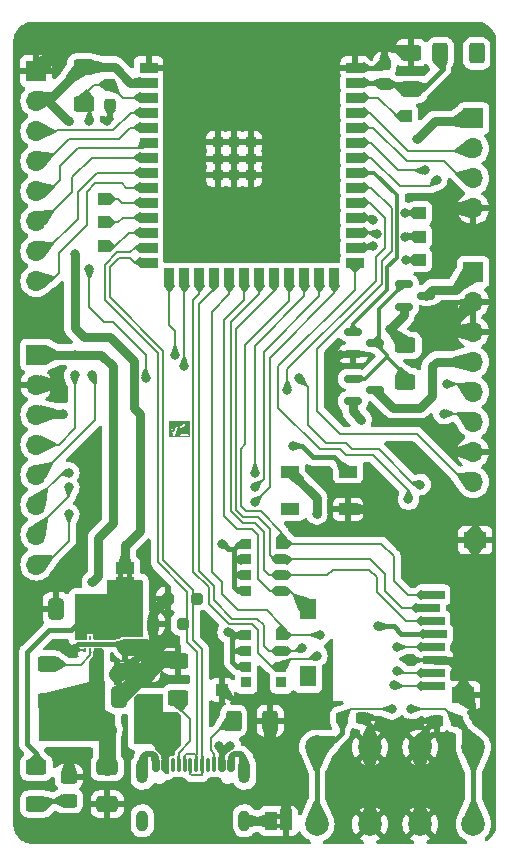
<source format=gbr>
%TF.GenerationSoftware,KiCad,Pcbnew,8.0.1-1.fc39*%
%TF.CreationDate,2024-05-03T11:27:30+02:00*%
%TF.ProjectId,esp32-board,65737033-322d-4626-9f61-72642e6b6963,rev?*%
%TF.SameCoordinates,Original*%
%TF.FileFunction,Copper,L1,Top*%
%TF.FilePolarity,Positive*%
%FSLAX46Y46*%
G04 Gerber Fmt 4.6, Leading zero omitted, Abs format (unit mm)*
G04 Created by KiCad (PCBNEW 8.0.1-1.fc39) date 2024-05-03 11:27:30*
%MOMM*%
%LPD*%
G01*
G04 APERTURE LIST*
G04 Aperture macros list*
%AMRoundRect*
0 Rectangle with rounded corners*
0 $1 Rounding radius*
0 $2 $3 $4 $5 $6 $7 $8 $9 X,Y pos of 4 corners*
0 Add a 4 corners polygon primitive as box body*
4,1,4,$2,$3,$4,$5,$6,$7,$8,$9,$2,$3,0*
0 Add four circle primitives for the rounded corners*
1,1,$1+$1,$2,$3*
1,1,$1+$1,$4,$5*
1,1,$1+$1,$6,$7*
1,1,$1+$1,$8,$9*
0 Add four rect primitives between the rounded corners*
20,1,$1+$1,$2,$3,$4,$5,0*
20,1,$1+$1,$4,$5,$6,$7,0*
20,1,$1+$1,$6,$7,$8,$9,0*
20,1,$1+$1,$8,$9,$2,$3,0*%
G04 Aperture macros list end*
%ADD10C,0.150000*%
%TA.AperFunction,EtchedComponent*%
%ADD11C,0.000000*%
%TD*%
%TA.AperFunction,SMDPad,CuDef*%
%ADD12R,1.500000X0.900000*%
%TD*%
%TA.AperFunction,SMDPad,CuDef*%
%ADD13R,0.900000X1.500000*%
%TD*%
%TA.AperFunction,SMDPad,CuDef*%
%ADD14R,0.900000X0.900000*%
%TD*%
%TA.AperFunction,SMDPad,CuDef*%
%ADD15RoundRect,0.150000X-0.587500X-0.150000X0.587500X-0.150000X0.587500X0.150000X-0.587500X0.150000X0*%
%TD*%
%TA.AperFunction,SMDPad,CuDef*%
%ADD16RoundRect,0.237500X-0.300000X-0.237500X0.300000X-0.237500X0.300000X0.237500X-0.300000X0.237500X0*%
%TD*%
%TA.AperFunction,SMDPad,CuDef*%
%ADD17RoundRect,0.237500X0.300000X0.237500X-0.300000X0.237500X-0.300000X-0.237500X0.300000X-0.237500X0*%
%TD*%
%TA.AperFunction,SMDPad,CuDef*%
%ADD18R,1.500000X1.000000*%
%TD*%
%TA.AperFunction,SMDPad,CuDef*%
%ADD19RoundRect,0.250000X-0.625000X0.400000X-0.625000X-0.400000X0.625000X-0.400000X0.625000X0.400000X0*%
%TD*%
%TA.AperFunction,SMDPad,CuDef*%
%ADD20RoundRect,0.250000X-0.300000X-0.300000X0.300000X-0.300000X0.300000X0.300000X-0.300000X0.300000X0*%
%TD*%
%TA.AperFunction,SMDPad,CuDef*%
%ADD21R,0.270000X0.350000*%
%TD*%
%TA.AperFunction,SMDPad,CuDef*%
%ADD22R,1.440000X0.440000*%
%TD*%
%TA.AperFunction,SMDPad,CuDef*%
%ADD23R,1.000000X1.000000*%
%TD*%
%TA.AperFunction,SMDPad,CuDef*%
%ADD24RoundRect,0.250000X-0.250000X0.250000X-0.250000X-0.250000X0.250000X-0.250000X0.250000X0.250000X0*%
%TD*%
%TA.AperFunction,SMDPad,CuDef*%
%ADD25R,2.000000X0.800000*%
%TD*%
%TA.AperFunction,SMDPad,CuDef*%
%ADD26R,1.400000X1.800000*%
%TD*%
%TA.AperFunction,SMDPad,CuDef*%
%ADD27R,1.900000X1.400000*%
%TD*%
%TA.AperFunction,SMDPad,CuDef*%
%ADD28RoundRect,0.250000X0.625000X-0.400000X0.625000X0.400000X-0.625000X0.400000X-0.625000X-0.400000X0*%
%TD*%
%TA.AperFunction,SMDPad,CuDef*%
%ADD29RoundRect,0.237500X-0.237500X0.300000X-0.237500X-0.300000X0.237500X-0.300000X0.237500X0.300000X0*%
%TD*%
%TA.AperFunction,SMDPad,CuDef*%
%ADD30RoundRect,0.250000X0.400000X0.625000X-0.400000X0.625000X-0.400000X-0.625000X0.400000X-0.625000X0*%
%TD*%
%TA.AperFunction,SMDPad,CuDef*%
%ADD31R,1.000000X1.500000*%
%TD*%
%TA.AperFunction,SMDPad,CuDef*%
%ADD32RoundRect,0.250000X-0.400000X-0.625000X0.400000X-0.625000X0.400000X0.625000X-0.400000X0.625000X0*%
%TD*%
%TA.AperFunction,SMDPad,CuDef*%
%ADD33RoundRect,0.250000X-0.412500X-0.650000X0.412500X-0.650000X0.412500X0.650000X-0.412500X0.650000X0*%
%TD*%
%TA.AperFunction,ComponentPad*%
%ADD34C,2.000000*%
%TD*%
%TA.AperFunction,SMDPad,CuDef*%
%ADD35RoundRect,0.237500X0.237500X-0.300000X0.237500X0.300000X-0.237500X0.300000X-0.237500X-0.300000X0*%
%TD*%
%TA.AperFunction,SMDPad,CuDef*%
%ADD36RoundRect,0.250000X-0.250000X-0.250000X0.250000X-0.250000X0.250000X0.250000X-0.250000X0.250000X0*%
%TD*%
%TA.AperFunction,ComponentPad*%
%ADD37R,1.700000X1.700000*%
%TD*%
%TA.AperFunction,ComponentPad*%
%ADD38O,1.700000X1.700000*%
%TD*%
%TA.AperFunction,SMDPad,CuDef*%
%ADD39RoundRect,0.150000X-0.150000X-0.425000X0.150000X-0.425000X0.150000X0.425000X-0.150000X0.425000X0*%
%TD*%
%TA.AperFunction,SMDPad,CuDef*%
%ADD40RoundRect,0.075000X-0.075000X-0.500000X0.075000X-0.500000X0.075000X0.500000X-0.075000X0.500000X0*%
%TD*%
%TA.AperFunction,ComponentPad*%
%ADD41O,1.000000X2.100000*%
%TD*%
%TA.AperFunction,ComponentPad*%
%ADD42O,1.000000X1.800000*%
%TD*%
%TA.AperFunction,SMDPad,CuDef*%
%ADD43RoundRect,0.250000X-0.650000X0.412500X-0.650000X-0.412500X0.650000X-0.412500X0.650000X0.412500X0*%
%TD*%
%TA.AperFunction,SMDPad,CuDef*%
%ADD44RoundRect,0.250000X0.412500X0.650000X-0.412500X0.650000X-0.412500X-0.650000X0.412500X-0.650000X0*%
%TD*%
%TA.AperFunction,SMDPad,CuDef*%
%ADD45RoundRect,0.250000X-0.450000X0.325000X-0.450000X-0.325000X0.450000X-0.325000X0.450000X0.325000X0*%
%TD*%
%TA.AperFunction,ViaPad*%
%ADD46C,0.800000*%
%TD*%
%TA.AperFunction,Conductor*%
%ADD47C,0.200000*%
%TD*%
%TA.AperFunction,Conductor*%
%ADD48C,0.400000*%
%TD*%
%TA.AperFunction,Conductor*%
%ADD49C,0.800000*%
%TD*%
%TA.AperFunction,Conductor*%
%ADD50C,1.400000*%
%TD*%
%TA.AperFunction,Conductor*%
%ADD51C,0.500000*%
%TD*%
%TA.AperFunction,Conductor*%
%ADD52C,0.350000*%
%TD*%
G04 APERTURE END LIST*
D10*
G36*
X136507163Y-54005930D02*
G01*
X134756235Y-54005930D01*
X134756235Y-53164113D01*
X134867346Y-53164113D01*
X134870910Y-53178377D01*
X135106716Y-53834500D01*
X135106895Y-53838086D01*
X135111496Y-53847800D01*
X135115284Y-53858339D01*
X135117810Y-53861129D01*
X135119422Y-53864532D01*
X135127557Y-53871897D01*
X135134923Y-53880033D01*
X135138325Y-53881644D01*
X135141116Y-53884171D01*
X135151453Y-53887862D01*
X135161369Y-53892560D01*
X135165127Y-53892746D01*
X135168675Y-53894014D01*
X135179636Y-53893468D01*
X135190597Y-53894014D01*
X135194144Y-53892746D01*
X135197903Y-53892560D01*
X135207818Y-53887862D01*
X135218156Y-53884171D01*
X135220946Y-53881644D01*
X135224349Y-53880033D01*
X135231717Y-53871893D01*
X135239850Y-53864531D01*
X135241460Y-53861130D01*
X135243988Y-53858339D01*
X135250267Y-53845044D01*
X135491926Y-53164113D01*
X135490472Y-53134886D01*
X135477945Y-53108440D01*
X135464372Y-53096152D01*
X135676654Y-53096152D01*
X135678728Y-53125342D01*
X135691815Y-53151517D01*
X135713923Y-53170690D01*
X135741684Y-53179944D01*
X135770874Y-53177870D01*
X135784606Y-53172615D01*
X135879162Y-53123922D01*
X135887971Y-53120274D01*
X135890873Y-53117891D01*
X135892287Y-53117164D01*
X135893586Y-53115665D01*
X135899336Y-53110947D01*
X135962101Y-53046958D01*
X135963093Y-53745702D01*
X135736433Y-53746260D01*
X135709397Y-53757459D01*
X135688705Y-53778151D01*
X135677506Y-53805187D01*
X135677506Y-53834451D01*
X135688705Y-53861487D01*
X135709397Y-53882179D01*
X135736433Y-53893378D01*
X135751065Y-53894819D01*
X136337125Y-53893378D01*
X136364161Y-53882179D01*
X136384853Y-53861487D01*
X136396052Y-53834451D01*
X136396052Y-53805187D01*
X136384853Y-53778151D01*
X136364161Y-53757459D01*
X136337125Y-53746260D01*
X136322493Y-53744819D01*
X136111673Y-53745337D01*
X136110368Y-52826868D01*
X136111779Y-52819740D01*
X136110348Y-52812587D01*
X136110338Y-52805187D01*
X136107496Y-52798326D01*
X136106040Y-52791045D01*
X136101950Y-52784938D01*
X136099139Y-52778151D01*
X136093890Y-52772902D01*
X136089757Y-52766730D01*
X136083640Y-52762652D01*
X136078447Y-52757459D01*
X136071587Y-52754617D01*
X136065408Y-52750498D01*
X136058199Y-52749072D01*
X136051411Y-52746260D01*
X136043984Y-52746260D01*
X136036700Y-52744819D01*
X136029495Y-52746260D01*
X136022147Y-52746260D01*
X136015286Y-52749101D01*
X136008006Y-52750558D01*
X136001900Y-52754646D01*
X135995111Y-52757459D01*
X135989860Y-52762709D01*
X135983691Y-52766841D01*
X135974470Y-52778099D01*
X135974419Y-52778151D01*
X135974409Y-52778173D01*
X135974375Y-52778216D01*
X135887633Y-52910534D01*
X135804899Y-52994880D01*
X135705081Y-53046283D01*
X135685908Y-53068391D01*
X135676654Y-53096152D01*
X135464372Y-53096152D01*
X135456251Y-53088800D01*
X135428692Y-53078957D01*
X135399464Y-53080411D01*
X135373018Y-53092938D01*
X135353379Y-53114632D01*
X135347100Y-53127927D01*
X135179944Y-53598925D01*
X135005893Y-53114632D01*
X134986254Y-53092938D01*
X134959808Y-53080411D01*
X134930580Y-53078957D01*
X134903021Y-53088800D01*
X134881327Y-53108439D01*
X134868800Y-53134885D01*
X134867346Y-53164113D01*
X134756235Y-53164113D01*
X134756235Y-52633708D01*
X136507163Y-52633708D01*
X136507163Y-54005930D01*
G37*
D11*
%TA.AperFunction,EtchedComponent*%
%TO.C,JP1*%
G36*
X144250000Y-86300000D02*
G01*
X143750000Y-86300000D01*
X143750000Y-85900000D01*
X144250000Y-85900000D01*
X144250000Y-86300000D01*
G37*
%TD.AperFunction*%
%TA.AperFunction,EtchedComponent*%
G36*
X144250000Y-87100000D02*
G01*
X143750000Y-87100000D01*
X143750000Y-86700000D01*
X144250000Y-86700000D01*
X144250000Y-87100000D01*
G37*
%TD.AperFunction*%
%TA.AperFunction,EtchedComponent*%
%TO.C,JP5*%
G36*
X130800000Y-65950000D02*
G01*
X130400000Y-65950000D01*
X130400000Y-65450000D01*
X130800000Y-65450000D01*
X130800000Y-65950000D01*
G37*
%TD.AperFunction*%
%TA.AperFunction,EtchedComponent*%
G36*
X131600000Y-65950000D02*
G01*
X131200000Y-65950000D01*
X131200000Y-65450000D01*
X131600000Y-65450000D01*
X131600000Y-65950000D01*
G37*
%TD.AperFunction*%
%TD*%
D12*
%TO.P,U1,1,GND*%
%TO.N,GND*%
X133000000Y-22700000D03*
%TO.P,U1,2,3V3*%
%TO.N,+3V3*%
X133000000Y-23970000D03*
%TO.P,U1,3,EN*%
%TO.N,CHIP_PU*%
X133000000Y-25240000D03*
%TO.P,U1,4,GPIO4/TOUCH4/ADC1_CH3*%
%TO.N,/DP_SCK*%
X133000000Y-26510000D03*
%TO.P,U1,5,GPIO5/TOUCH5/ADC1_CH4*%
%TO.N,/DP_SDA*%
X133000000Y-27780000D03*
%TO.P,U1,6,GPIO6/TOUCH6/ADC1_CH5*%
%TO.N,/DP_RES*%
X133000000Y-29050000D03*
%TO.P,U1,7,GPIO7/TOUCH7/ADC1_CH6*%
%TO.N,/DP_DC*%
X133000000Y-30320000D03*
%TO.P,U1,8,GPIO15/U0RTS/ADC2_CH4/XTAL_32K_P*%
%TO.N,/DP_CS*%
X133000000Y-31590000D03*
%TO.P,U1,9,GPIO16/U0CTS/ADC2_CH5/XTAL_32K_N*%
%TO.N,/DP_LED*%
X133000000Y-32860000D03*
%TO.P,U1,10,GPIO17/U1TXD/ADC2_CH6*%
%TO.N,Net-(U1-GPIO17{slash}U1TXD{slash}ADC2_CH6)*%
X133000000Y-34130000D03*
%TO.P,U1,11,GPIO18/U1RXD/ADC2_CH7/CLK_OUT3*%
%TO.N,Net-(U1-GPIO18{slash}U1RXD{slash}ADC2_CH7{slash}CLK_OUT3)*%
X133000000Y-35400000D03*
%TO.P,U1,12,GPIO8/TOUCH8/ADC1_CH7/SUBSPICS1*%
%TO.N,Net-(U1-GPIO8{slash}TOUCH8{slash}ADC1_CH7{slash}SUBSPICS1)*%
X133000000Y-36670000D03*
%TO.P,U1,13,GPIO19/U1RTS/ADC2_CH8/CLK_OUT2/USB_D-*%
%TO.N,/D-*%
X133000000Y-37940000D03*
%TO.P,U1,14,GPIO20/U1CTS/ADC2_CH9/CLK_OUT1/USB_D+*%
%TO.N,/D+*%
X133000000Y-39210000D03*
D13*
%TO.P,U1,15,GPIO3/TOUCH3/ADC1_CH2*%
%TO.N,/LED_CTRL*%
X134765000Y-40460000D03*
%TO.P,U1,16,GPIO46*%
%TO.N,/BTN1*%
X136035000Y-40460000D03*
%TO.P,U1,17,GPIO9/TOUCH9/ADC1_CH8/FSPIHD/SUBSPIHD*%
%TO.N,/SD_DAT1*%
X137305000Y-40460000D03*
%TO.P,U1,18,GPIO10/TOUCH10/ADC1_CH9/FSPICS0/FSPIIO4/SUBSPICS0*%
%TO.N,/SD_DO*%
X138575000Y-40460000D03*
%TO.P,U1,19,GPIO11/TOUCH11/ADC2_CH0/FSPID/FSPIIO5/SUBSPID*%
%TO.N,/SD_SCLK*%
X139845000Y-40460000D03*
%TO.P,U1,20,GPIO12/TOUCH12/ADC2_CH1/FSPICLK/FSPIIO6/SUBSPICLK*%
%TO.N,/SD_DET*%
X141115000Y-40460000D03*
%TO.P,U1,21,GPIO13/TOUCH13/ADC2_CH2/FSPIQ/FSPIIO7/SUBSPIQ*%
%TO.N,/SD_DI*%
X142385000Y-40460000D03*
%TO.P,U1,22,GPIO14/TOUCH14/ADC2_CH3/FSPIWP/FSPIDQS/SUBSPIWP*%
%TO.N,/SD_CS*%
X143655000Y-40460000D03*
%TO.P,U1,23,GPIO21*%
%TO.N,/SD_DAT2*%
X144925000Y-40460000D03*
%TO.P,U1,24,GPIO47/SPICLK_P/SUBSPICLK_P_DIFF*%
%TO.N,/BTN2*%
X146195000Y-40460000D03*
%TO.P,U1,25,GPIO48/SPICLK_N/SUBSPICLK_N_DIFF*%
%TO.N,/BTN3*%
X147465000Y-40460000D03*
%TO.P,U1,26,GPIO45*%
%TO.N,/BTN4*%
X148735000Y-40460000D03*
D12*
%TO.P,U1,27,GPIO0/BOOT*%
%TO.N,GPIO0*%
X150500000Y-39210000D03*
%TO.P,U1,28,SPIIO6/GPIO35/FSPID/SUBSPID*%
%TO.N,Net-(U1-SPIIO6{slash}GPIO35{slash}FSPID{slash}SUBSPID)*%
X150500000Y-37940000D03*
%TO.P,U1,29,SPIIO7/GPIO36/FSPICLK/SUBSPICLK*%
%TO.N,Net-(U1-SPIIO7{slash}GPIO36{slash}FSPICLK{slash}SUBSPICLK)*%
X150500000Y-36670000D03*
%TO.P,U1,30,SPIDQS/GPIO37/FSPIQ/SUBSPIQ*%
%TO.N,Net-(U1-SPIDQS{slash}GPIO37{slash}FSPIQ{slash}SUBSPIQ)*%
X150500000Y-35400000D03*
%TO.P,U1,31,GPIO38/FSPIWP/SUBSPIWP*%
%TO.N,GPIO38*%
X150500000Y-34130000D03*
%TO.P,U1,32,MTCK/GPIO39/CLK_OUT3/SUBSPICS1*%
%TO.N,/U2RX*%
X150500000Y-32860000D03*
%TO.P,U1,33,MTDO/GPIO40/CLK_OUT2*%
%TO.N,/EXT_PWR_CTRL*%
X150500000Y-31590000D03*
%TO.P,U1,34,MTDI/GPIO41/CLK_OUT1*%
%TO.N,/U1RX*%
X150500000Y-30320000D03*
%TO.P,U1,35,MTMS/GPIO42*%
%TO.N,/U1TX*%
X150500000Y-29050000D03*
%TO.P,U1,36,U0RXD/GPIO44/CLK_OUT2*%
%TO.N,Net-(J2-Pin_3)*%
X150500000Y-27780000D03*
%TO.P,U1,37,U0TXD/GPIO43/CLK_OUT1*%
%TO.N,Net-(J2-Pin_2)*%
X150500000Y-26510000D03*
%TO.P,U1,38,GPIO2/TOUCH2/ADC1_CH1*%
%TO.N,Net-(U1-GPIO2{slash}TOUCH2{slash}ADC1_CH1)*%
X150500000Y-25240000D03*
%TO.P,U1,39,GPIO1/TOUCH1/ADC1_CH0*%
%TO.N,/BAT_MON*%
X150500000Y-23970000D03*
%TO.P,U1,40,GND*%
%TO.N,GND*%
X150500000Y-22700000D03*
D14*
%TO.P,U1,41,GND*%
X138850000Y-29020000D03*
X138850000Y-30420000D03*
X138850000Y-31820000D03*
X138850000Y-31820000D03*
X140250000Y-29020000D03*
X140250000Y-29020000D03*
X140250000Y-30420000D03*
X140250000Y-31820000D03*
X141650000Y-29020000D03*
X141650000Y-30420000D03*
X141650000Y-31820000D03*
%TD*%
D15*
%TO.P,Q3,1,G*%
%TO.N,/EXT_PWR_CTRL*%
X150312500Y-45050000D03*
%TO.P,Q3,2,S*%
%TO.N,GND*%
X150312500Y-46950000D03*
%TO.P,Q3,3,D*%
%TO.N,Net-(Q1-G)*%
X152187500Y-46000000D03*
%TD*%
D16*
%TO.P,C15,1*%
%TO.N,VSYS*%
X128637500Y-74000000D03*
%TO.P,C15,2*%
%TO.N,GND*%
X130362500Y-74000000D03*
%TD*%
D17*
%TO.P,C3,1*%
%TO.N,CHIP_PU*%
X159112500Y-78000000D03*
%TO.P,C3,2*%
%TO.N,GND*%
X157387500Y-78000000D03*
%TD*%
D18*
%TO.P,D5,1,VSS*%
%TO.N,GND*%
X149900000Y-60100000D03*
%TO.P,D5,2,DIN*%
%TO.N,Net-(D5-DIN)*%
X149900000Y-56900000D03*
%TO.P,D5,3,VDD*%
%TO.N,+3V3*%
X145000000Y-56900000D03*
%TO.P,D5,4,DOUT*%
%TO.N,unconnected-(D5-DOUT-Pad4)*%
X145000000Y-60100000D03*
%TD*%
D19*
%TO.P,R32,1*%
%TO.N,Net-(U2-EN)*%
X124500000Y-73200000D03*
%TO.P,R32,2*%
%TO.N,VSYS*%
X124500000Y-76300000D03*
%TD*%
D15*
%TO.P,Q1,1,G*%
%TO.N,Net-(Q1-G)*%
X154625000Y-41050000D03*
%TO.P,Q1,2,S*%
%TO.N,VSYS*%
X154625000Y-42950000D03*
%TO.P,Q1,3,D*%
%TO.N,Net-(J1-Pin_1)*%
X156500000Y-42000000D03*
%TD*%
D20*
%TO.P,D4,1,K*%
%TO.N,VSYS*%
X129600000Y-78750000D03*
%TO.P,D4,2,A*%
%TO.N,/VBUS_USB*%
X132400000Y-78750000D03*
%TD*%
D21*
%TO.P,U2,1,OUT*%
%TO.N,/Power/3V3_OUT*%
X128850000Y-70975000D03*
%TO.P,U2,2,OUT*%
X128450000Y-70975000D03*
%TO.P,U2,3*%
%TO.N,N/C*%
X128050000Y-70975000D03*
%TO.P,U2,4,FB/ADJ*%
%TO.N,/Power/3V3_OUT*%
X127650000Y-70975000D03*
%TO.P,U2,5,GND*%
%TO.N,GND*%
X127650000Y-72025000D03*
%TO.P,U2,6,EN*%
%TO.N,Net-(U2-EN)*%
X128050000Y-72025000D03*
%TO.P,U2,7,IN*%
%TO.N,VSYS*%
X128450000Y-72025000D03*
%TO.P,U2,8,IN*%
X128850000Y-72025000D03*
D22*
%TO.P,U2,EPAD,GND*%
%TO.N,GND*%
X128250000Y-71500000D03*
%TD*%
D23*
%TO.P,TP8,1,1*%
%TO.N,Net-(U1-GPIO18{slash}U1RXD{slash}ADC2_CH7{slash}CLK_OUT3)*%
X129200000Y-35800000D03*
%TD*%
D24*
%TO.P,D3,1,A1*%
%TO.N,GND*%
X133000000Y-73750000D03*
%TO.P,D3,2,A2*%
%TO.N,/VBUS_USB*%
X133000000Y-76250000D03*
%TD*%
D25*
%TO.P,J4,1,DAT2*%
%TO.N,/SD_DAT2*%
X157050000Y-67360000D03*
%TO.P,J4,2,DAT3/CD*%
%TO.N,/SD_CS*%
X156650000Y-68460000D03*
%TO.P,J4,3,CMD*%
%TO.N,/SD_DI*%
X157050000Y-69560000D03*
%TO.P,J4,4,VDD*%
%TO.N,+3V3*%
X157250000Y-70660000D03*
%TO.P,J4,5,CLK*%
%TO.N,/SD_SCLK*%
X157050000Y-71760000D03*
%TO.P,J4,6,VSS*%
%TO.N,GND*%
X157250000Y-72860000D03*
%TO.P,J4,7,DAT0*%
%TO.N,/SD_DO*%
X157050000Y-73960000D03*
%TO.P,J4,8,DAT1*%
%TO.N,/SD_DAT1*%
X157050000Y-75060000D03*
D26*
%TO.P,J4,9,DET_B*%
%TO.N,unconnected-(J4-DET_B-Pad9)*%
X146500000Y-74250000D03*
%TO.P,J4,10,DET_A*%
%TO.N,/SD_DET*%
X146500000Y-68550000D03*
D27*
%TO.P,J4,11,SHIELD*%
%TO.N,GND*%
X159650000Y-75850000D03*
%TO.P,J4,12,GND_1*%
X160650000Y-62700000D03*
%TD*%
D28*
%TO.P,R4,1*%
%TO.N,Net-(J3-CC1)*%
X135500000Y-76050000D03*
%TO.P,R4,2*%
%TO.N,GND*%
X135500000Y-72950000D03*
%TD*%
D29*
%TO.P,C17,1*%
%TO.N,/Power/3V3_OUT*%
X131000000Y-70000000D03*
%TO.P,C17,2*%
%TO.N,GND*%
X131000000Y-71725000D03*
%TD*%
D28*
%TO.P,R10,1*%
%TO.N,/BAT_MON*%
X155250000Y-24550000D03*
%TO.P,R10,2*%
%TO.N,GND*%
X155250000Y-21450000D03*
%TD*%
D30*
%TO.P,R9,1*%
%TO.N,/Power/PACK+*%
X160800000Y-21500000D03*
%TO.P,R9,2*%
%TO.N,/BAT_MON*%
X157700000Y-21500000D03*
%TD*%
D31*
%TO.P,JP1,1,A*%
%TO.N,GNDPWR*%
X143350000Y-86500000D03*
%TO.P,JP1,2,B*%
%TO.N,GND*%
X144650000Y-86500000D03*
%TD*%
D23*
%TO.P,TP9,1,1*%
%TO.N,Net-(U1-GPIO8{slash}TOUCH8{slash}ADC1_CH7{slash}SUBSPICS1)*%
X129200000Y-37800000D03*
%TD*%
D32*
%TO.P,R3,1*%
%TO.N,Net-(J3-CC2)*%
X140200000Y-78000000D03*
%TO.P,R3,2*%
%TO.N,GND*%
X143300000Y-78000000D03*
%TD*%
D33*
%TO.P,C14,1*%
%TO.N,VSYS*%
X127375000Y-76000000D03*
%TO.P,C14,2*%
%TO.N,GND*%
X130500000Y-76000000D03*
%TD*%
D34*
%TO.P,SW1,1,1*%
%TO.N,GND*%
X151750000Y-80250000D03*
X151750000Y-86750000D03*
%TO.P,SW1,2,2*%
%TO.N,GPIO0*%
X147250000Y-80250000D03*
X147250000Y-86750000D03*
%TD*%
D16*
%TO.P,C2,1*%
%TO.N,GPIO0*%
X149387500Y-77750000D03*
%TO.P,C2,2*%
%TO.N,GND*%
X151112500Y-77750000D03*
%TD*%
D15*
%TO.P,Q2,1,G*%
%TO.N,Net-(Q1-G)*%
X150312500Y-49050000D03*
%TO.P,Q2,2,S*%
%TO.N,+3V3*%
X150312500Y-50950000D03*
%TO.P,Q2,3,D*%
%TO.N,Net-(J1-Pin_4)*%
X152187500Y-50000000D03*
%TD*%
D35*
%TO.P,C16,1*%
%TO.N,/BAT_MON*%
X153000000Y-24112500D03*
%TO.P,C16,2*%
%TO.N,GND*%
X153000000Y-22387500D03*
%TD*%
D23*
%TO.P,TP10,1,1*%
%TO.N,VSYS*%
X127100000Y-79100000D03*
%TD*%
D14*
%TO.P,RN2,1,R1.1*%
%TO.N,unconnected-(RN2A-R1.1-Pad1)*%
X144250000Y-74750000D03*
%TO.P,RN2,2,R2.1*%
%TO.N,/SD_DAT1*%
X144250000Y-73410000D03*
%TO.P,RN2,3,R3.1*%
%TO.N,/SD_DO*%
X144250000Y-72090000D03*
%TO.P,RN2,4,R4.1*%
%TO.N,/SD_SCLK*%
X144250000Y-70750000D03*
%TO.P,RN2,5,R4.2*%
%TO.N,+3V3*%
X141250000Y-70750000D03*
%TO.P,RN2,6,R3.2*%
X141250000Y-72090000D03*
%TO.P,RN2,7,R2.2*%
X141250000Y-73410000D03*
%TO.P,RN2,8,R1.2*%
%TO.N,unconnected-(RN2A-R1.2-Pad8)*%
X141250000Y-74750000D03*
%TD*%
D23*
%TO.P,TP1,1,1*%
%TO.N,/VBUS_USB*%
X134250000Y-78000000D03*
%TD*%
D36*
%TO.P,D1,1,A1*%
%TO.N,GND*%
X134625000Y-67650000D03*
%TO.P,D1,2,A2*%
%TO.N,/D+*%
X137125000Y-67650000D03*
%TD*%
D18*
%TO.P,JP5,1,A*%
%TO.N,/Power/3V3_OUT*%
X131000000Y-66350000D03*
%TO.P,JP5,2,B*%
%TO.N,+3V3*%
X131000000Y-65050000D03*
%TD*%
D37*
%TO.P,DP1,1,GND*%
%TO.N,GND*%
X123500000Y-23000000D03*
D38*
%TO.P,DP1,2,VDD*%
%TO.N,+3V3*%
X123500000Y-25540000D03*
%TO.P,DP1,3,SCK*%
%TO.N,/DP_SCK*%
X123500000Y-28080000D03*
%TO.P,DP1,4,SDA*%
%TO.N,/DP_SDA*%
X123500000Y-30620000D03*
%TO.P,DP1,5,RES*%
%TO.N,/DP_RES*%
X123500000Y-33160000D03*
%TO.P,DP1,6,DC*%
%TO.N,/DP_DC*%
X123500000Y-35700000D03*
%TO.P,DP1,7,CS*%
%TO.N,/DP_CS*%
X123500000Y-38240000D03*
%TO.P,DP1,8,LEDA*%
%TO.N,/DP_LED*%
X123500000Y-40780000D03*
%TD*%
D39*
%TO.P,J3,A1,GND*%
%TO.N,GNDPWR*%
X133600000Y-81720000D03*
%TO.P,J3,A4,VBUS*%
%TO.N,/VBUS_USB*%
X134400000Y-81720000D03*
D40*
%TO.P,J3,A5,CC1*%
%TO.N,Net-(J3-CC1)*%
X135550000Y-81720000D03*
%TO.P,J3,A6,D+*%
%TO.N,/D+*%
X136550000Y-81720000D03*
%TO.P,J3,A7,D-*%
%TO.N,/D-*%
X137050000Y-81720000D03*
%TO.P,J3,A8,SBU1*%
%TO.N,unconnected-(J3-SBU1-PadA8)*%
X138050000Y-81720000D03*
D39*
%TO.P,J3,A9,VBUS*%
%TO.N,/VBUS_USB*%
X139200000Y-81720000D03*
%TO.P,J3,A12,GND*%
%TO.N,GNDPWR*%
X140000000Y-81720000D03*
%TO.P,J3,B1,GND*%
X140000000Y-81720000D03*
%TO.P,J3,B4,VBUS*%
%TO.N,/VBUS_USB*%
X139200000Y-81720000D03*
D40*
%TO.P,J3,B5,CC2*%
%TO.N,Net-(J3-CC2)*%
X138550000Y-81720000D03*
%TO.P,J3,B6,D+*%
%TO.N,/D+*%
X137550000Y-81720000D03*
%TO.P,J3,B7,D-*%
%TO.N,/D-*%
X136050000Y-81720000D03*
%TO.P,J3,B8,SBU2*%
%TO.N,unconnected-(J3-SBU2-PadB8)*%
X135050000Y-81720000D03*
D39*
%TO.P,J3,B9,VBUS*%
%TO.N,/VBUS_USB*%
X134400000Y-81720000D03*
%TO.P,J3,B12,GND*%
%TO.N,GNDPWR*%
X133600000Y-81720000D03*
D41*
%TO.P,J3,S1,SHIELD*%
X132480000Y-82295000D03*
D42*
X132480000Y-86475000D03*
D41*
X141120000Y-82295000D03*
D42*
X141120000Y-86475000D03*
%TD*%
D23*
%TO.P,TP2,1,1*%
%TO.N,GND*%
X139200000Y-75400000D03*
%TD*%
%TO.P,TP4,1,1*%
%TO.N,Net-(U1-SPIIO6{slash}GPIO35{slash}FSPID{slash}SUBSPID)*%
X156000000Y-39000000D03*
%TD*%
D37*
%TO.P,J1,1,Pin_1*%
%TO.N,Net-(J1-Pin_1)*%
X160500000Y-40000000D03*
D38*
%TO.P,J1,2,Pin_2*%
%TO.N,GND*%
X160500000Y-42540000D03*
%TO.P,J1,3,Pin_3*%
X160500000Y-45080000D03*
%TO.P,J1,4,Pin_4*%
%TO.N,Net-(J1-Pin_4)*%
X160500000Y-47620000D03*
%TO.P,J1,5,Pin_5*%
%TO.N,/U1RX*%
X160500000Y-50160000D03*
%TO.P,J1,6,Pin_6*%
%TO.N,/U1TX*%
X160500000Y-52700000D03*
%TO.P,J1,7,Pin_7*%
%TO.N,GND*%
X160500000Y-55240000D03*
%TO.P,J1,8,Pin_8*%
%TO.N,/U2RX*%
X160500000Y-57780000D03*
%TD*%
D37*
%TO.P,J5,1,Pin_1*%
%TO.N,VSYS*%
X123500000Y-47000000D03*
D38*
%TO.P,J5,2,Pin_2*%
%TO.N,GND*%
X123500000Y-49540000D03*
%TO.P,J5,3,Pin_3*%
%TO.N,+3V3*%
X123500000Y-52080000D03*
%TO.P,J5,4,Pin_4*%
%TO.N,/LED_CTRL*%
X123500000Y-54620000D03*
%TO.P,J5,5,Pin_5*%
%TO.N,/BTN1*%
X123500000Y-57160000D03*
%TO.P,J5,6,Pin_6*%
%TO.N,/BTN2*%
X123500000Y-59700000D03*
%TO.P,J5,7,Pin_7*%
%TO.N,/BTN3*%
X123500000Y-62240000D03*
%TO.P,J5,8,Pin_8*%
%TO.N,/BTN4*%
X123500000Y-64780000D03*
%TD*%
D43*
%TO.P,C4,1*%
%TO.N,VSYS*%
X129500000Y-81937500D03*
%TO.P,C4,2*%
%TO.N,GND*%
X129500000Y-85062500D03*
%TD*%
D19*
%TO.P,R11,1*%
%TO.N,/Power/3V3_OUT*%
X123500000Y-81950000D03*
%TO.P,R11,2*%
%TO.N,Net-(D15-A)*%
X123500000Y-85050000D03*
%TD*%
%TO.P,R1,1*%
%TO.N,VSYS*%
X154750000Y-46200000D03*
%TO.P,R1,2*%
%TO.N,Net-(Q1-G)*%
X154750000Y-49300000D03*
%TD*%
D23*
%TO.P,TP6,1,1*%
%TO.N,Net-(U1-SPIDQS{slash}GPIO37{slash}FSPIQ{slash}SUBSPIQ)*%
X156000000Y-35000000D03*
%TD*%
D44*
%TO.P,C18,1*%
%TO.N,/Power/3V3_OUT*%
X128312500Y-68500000D03*
%TO.P,C18,2*%
%TO.N,GND*%
X125187500Y-68500000D03*
%TD*%
D19*
%TO.P,R2,1*%
%TO.N,+3V3*%
X127500000Y-22650000D03*
%TO.P,R2,2*%
%TO.N,CHIP_PU*%
X127500000Y-25750000D03*
%TD*%
D34*
%TO.P,SW2,1,1*%
%TO.N,GND*%
X156000000Y-86750000D03*
X156000000Y-80250000D03*
%TO.P,SW2,2,2*%
%TO.N,CHIP_PU*%
X160500000Y-86750000D03*
X160500000Y-80250000D03*
%TD*%
D23*
%TO.P,TP5,1,1*%
%TO.N,Net-(U1-SPIIO7{slash}GPIO36{slash}FSPICLK{slash}SUBSPICLK)*%
X156000000Y-37000000D03*
%TD*%
D45*
%TO.P,D15,1,K*%
%TO.N,GND*%
X126250000Y-82725000D03*
%TO.P,D15,2,A*%
%TO.N,Net-(D15-A)*%
X126250000Y-84775000D03*
%TD*%
D37*
%TO.P,J2,1,Pin_1*%
%TO.N,+3V3*%
X160500000Y-27000000D03*
D38*
%TO.P,J2,2,Pin_2*%
%TO.N,Net-(J2-Pin_2)*%
X160500000Y-29540000D03*
%TO.P,J2,3,Pin_3*%
%TO.N,Net-(J2-Pin_3)*%
X160500000Y-32080000D03*
%TO.P,J2,4,Pin_4*%
%TO.N,GND*%
X160500000Y-34620000D03*
%TD*%
D36*
%TO.P,D2,1,A1*%
%TO.N,GND*%
X133375000Y-69775000D03*
%TO.P,D2,2,A2*%
%TO.N,/D-*%
X135875000Y-69775000D03*
%TD*%
D23*
%TO.P,TP7,1,1*%
%TO.N,Net-(U1-GPIO17{slash}U1TXD{slash}ADC2_CH6)*%
X129200000Y-33800000D03*
%TD*%
%TO.P,TP3,1,1*%
%TO.N,Net-(U1-GPIO2{slash}TOUCH2{slash}ADC1_CH1)*%
X154800000Y-26800000D03*
%TD*%
D29*
%TO.P,C1,1*%
%TO.N,CHIP_PU*%
X129750000Y-24137500D03*
%TO.P,C1,2*%
%TO.N,GND*%
X129750000Y-25862500D03*
%TD*%
D14*
%TO.P,RN1,1,R1.1*%
%TO.N,/SD_DET*%
X144250000Y-67000000D03*
%TO.P,RN1,2,R2.1*%
%TO.N,/SD_DI*%
X144250000Y-65660000D03*
%TO.P,RN1,3,R3.1*%
%TO.N,/SD_CS*%
X144250000Y-64340000D03*
%TO.P,RN1,4,R4.1*%
%TO.N,/SD_DAT2*%
X144250000Y-63000000D03*
%TO.P,RN1,5,R4.2*%
%TO.N,+3V3*%
X141250000Y-63000000D03*
%TO.P,RN1,6,R3.2*%
X141250000Y-64340000D03*
%TO.P,RN1,7,R2.2*%
X141250000Y-65660000D03*
%TO.P,RN1,8,R1.2*%
X141250000Y-67000000D03*
%TD*%
D46*
%TO.N,CHIP_PU*%
X156000000Y-58000000D03*
X132750000Y-49000000D03*
X155250000Y-77000000D03*
X128000000Y-39750000D03*
X128000000Y-27250000D03*
X145750000Y-49000000D03*
%TO.N,GND*%
X149250000Y-47000000D03*
X161250000Y-77750000D03*
X148600000Y-25000000D03*
X158000000Y-45000000D03*
X135000000Y-38600000D03*
X141800000Y-35200000D03*
X141800000Y-38600000D03*
X148600000Y-35200000D03*
X153000000Y-21000000D03*
X135000000Y-28400000D03*
X143000000Y-84250000D03*
X135000000Y-25000000D03*
X143000000Y-33200000D03*
X148600000Y-31800000D03*
X148600000Y-21600000D03*
X138400000Y-35200000D03*
X125000000Y-21500000D03*
X148600000Y-28400000D03*
X135000000Y-21600000D03*
X132750000Y-71750000D03*
X138400000Y-25000000D03*
X159250000Y-60500000D03*
X143500000Y-79750000D03*
X145200000Y-38600000D03*
X129500000Y-27250000D03*
X145200000Y-28400000D03*
X145200000Y-21600000D03*
X138000000Y-27600000D03*
X138400000Y-38600000D03*
X158250000Y-54500000D03*
X154500000Y-78500000D03*
X135000000Y-35200000D03*
X148600000Y-38600000D03*
X125500000Y-49500000D03*
X141800000Y-21600000D03*
X141400000Y-76300000D03*
X145200000Y-25000000D03*
X153250000Y-78500000D03*
X145200000Y-31800000D03*
X126500000Y-72000000D03*
X151900000Y-59400000D03*
X135000000Y-31800000D03*
X138400000Y-21600000D03*
X141800000Y-25000000D03*
X144500000Y-84250000D03*
X145200000Y-35200000D03*
X158250000Y-34250000D03*
X142800000Y-27600000D03*
X126250000Y-81250000D03*
X137800000Y-33000000D03*
%TO.N,GPIO0*%
X153600000Y-77000000D03*
X155000000Y-59250000D03*
%TO.N,/VBUS_USB*%
X135000000Y-79100000D03*
X139000000Y-80100000D03*
X139900000Y-80100000D03*
%TO.N,Net-(D5-DIN)*%
X145250000Y-54750000D03*
%TO.N,/LED_CTRL*%
X135250000Y-47000000D03*
X126750000Y-48750000D03*
%TO.N,VSYS*%
X125000000Y-78750000D03*
X153456000Y-44856000D03*
X126750000Y-47000000D03*
X128250000Y-66250000D03*
%TO.N,+3V3*%
X126250000Y-27250000D03*
X139736092Y-70513908D03*
X132250000Y-52000000D03*
X131100000Y-63100000D03*
X151000000Y-52500000D03*
X147250000Y-60500000D03*
X139250000Y-63000000D03*
X152400000Y-70000000D03*
X126750000Y-38500000D03*
X125750000Y-52000000D03*
X155750000Y-28750000D03*
%TO.N,/U1RX*%
X157400000Y-32200000D03*
X158250000Y-49500000D03*
%TO.N,/U1TX*%
X158000000Y-52000000D03*
X156400000Y-31400000D03*
%TO.N,/SD_SCLK*%
X147500000Y-70750000D03*
X154000000Y-71750000D03*
%TO.N,/SD_DO*%
X154000000Y-73750000D03*
X146000000Y-71873500D03*
%TO.N,/SD_DAT1*%
X153750000Y-75000000D03*
X147250000Y-72500000D03*
%TO.N,GPIO38*%
X144750000Y-50000000D03*
%TO.N,/BTN1*%
X136000000Y-48000000D03*
X128250000Y-48750000D03*
%TO.N,/BTN2*%
X142000000Y-57000000D03*
X126250000Y-57000000D03*
%TO.N,/BTN3*%
X126250000Y-58250000D03*
X142000000Y-58250000D03*
%TO.N,/BTN4*%
X126250000Y-60500000D03*
X142000000Y-59500000D03*
%TO.N,Net-(U1-SPIIO6{slash}GPIO35{slash}FSPID{slash}SUBSPID)*%
X152000000Y-37800000D03*
X154800000Y-39000000D03*
%TO.N,Net-(U1-SPIIO7{slash}GPIO36{slash}FSPICLK{slash}SUBSPICLK)*%
X152373500Y-36800000D03*
X154703500Y-37000000D03*
%TO.N,Net-(U1-SPIDQS{slash}GPIO37{slash}FSPIQ{slash}SUBSPIQ)*%
X154703500Y-35000000D03*
X152000000Y-35600000D03*
%TD*%
D47*
%TO.N,CHIP_PU*%
X130852500Y-25240000D02*
X133000000Y-25240000D01*
X148000000Y-54500000D02*
X149750000Y-54500000D01*
X146500000Y-53000000D02*
X148000000Y-54500000D01*
D48*
X160500000Y-80250000D02*
X160500000Y-79387500D01*
D47*
X127500000Y-25750000D02*
X127500000Y-25000000D01*
X130000000Y-44250000D02*
X132250000Y-46500000D01*
X150250000Y-55000000D02*
X152500000Y-55000000D01*
X128000000Y-27250000D02*
X128000000Y-26250000D01*
X152500000Y-55000000D02*
X155500000Y-58000000D01*
X155500000Y-58000000D02*
X156000000Y-58000000D01*
X128000000Y-39750000D02*
X128000000Y-43000000D01*
X128362500Y-24137500D02*
X129750000Y-24137500D01*
X149750000Y-54500000D02*
X150250000Y-55000000D01*
X129750000Y-24137500D02*
X130852500Y-25240000D01*
X158112500Y-77000000D02*
X159112500Y-78000000D01*
X132750000Y-47000000D02*
X132750000Y-49000000D01*
X146500000Y-49750000D02*
X146500000Y-53000000D01*
X127500000Y-25000000D02*
X128362500Y-24137500D01*
X128000000Y-43000000D02*
X129250000Y-44250000D01*
D48*
X160500000Y-79387500D02*
X159112500Y-78000000D01*
D47*
X132250000Y-46500000D02*
X132750000Y-47000000D01*
X129250000Y-44250000D02*
X130000000Y-44250000D01*
X145750000Y-49000000D02*
X146500000Y-49750000D01*
X155250000Y-77000000D02*
X158112500Y-77000000D01*
D48*
X160500000Y-86750000D02*
X160500000Y-80250000D01*
D47*
X128000000Y-26250000D02*
X127500000Y-25750000D01*
D49*
%TO.N,GND*%
X160500000Y-42540000D02*
X159000000Y-44040000D01*
X149900000Y-60100000D02*
X151200000Y-60100000D01*
D48*
X160000000Y-60750000D02*
X159750000Y-60500000D01*
X155000000Y-78000000D02*
X154500000Y-78500000D01*
X130775000Y-71500000D02*
X131000000Y-71725000D01*
X157250000Y-78000000D02*
X156000000Y-79250000D01*
D50*
X135300000Y-72750000D02*
X135500000Y-72950000D01*
D49*
X133375000Y-68900000D02*
X134625000Y-67650000D01*
D48*
X154800000Y-21000000D02*
X155250000Y-21450000D01*
X153000000Y-21000000D02*
X154800000Y-21000000D01*
D50*
X132500000Y-74000000D02*
X132750000Y-74000000D01*
D48*
X160650000Y-73260000D02*
X159650000Y-74260000D01*
D49*
X133375000Y-69775000D02*
X133375000Y-71625000D01*
D50*
X132725000Y-71725000D02*
X133000000Y-72000000D01*
D48*
X153000000Y-22387500D02*
X153000000Y-21000000D01*
D49*
X159000000Y-44040000D02*
X159000000Y-45000000D01*
D47*
X129750000Y-27000000D02*
X129750000Y-25862500D01*
D48*
X159650000Y-76150000D02*
X161250000Y-77750000D01*
D49*
X133375000Y-69775000D02*
X133375000Y-68900000D01*
X143300000Y-79550000D02*
X143500000Y-79750000D01*
D48*
X139300000Y-75400000D02*
X140200000Y-76300000D01*
D50*
X131000000Y-71725000D02*
X132725000Y-71725000D01*
D49*
X151200000Y-60100000D02*
X151900000Y-59400000D01*
D48*
X157387500Y-78000000D02*
X157250000Y-78000000D01*
X156000000Y-79250000D02*
X156000000Y-80250000D01*
D50*
X133000000Y-73750000D02*
X134000000Y-72750000D01*
X130612500Y-73750000D02*
X130362500Y-74000000D01*
D48*
X152500000Y-77750000D02*
X153250000Y-78500000D01*
X151112500Y-77750000D02*
X151750000Y-78387500D01*
D49*
X123500000Y-49540000D02*
X125460000Y-49540000D01*
D48*
X140200000Y-76300000D02*
X141400000Y-76300000D01*
X158250000Y-72860000D02*
X157250000Y-72860000D01*
D49*
X133375000Y-71625000D02*
X133000000Y-72000000D01*
X158990000Y-55240000D02*
X160500000Y-55240000D01*
D48*
X139200000Y-75400000D02*
X139300000Y-75400000D01*
X152687500Y-22700000D02*
X153000000Y-22387500D01*
D49*
X144500000Y-84250000D02*
X144650000Y-84400000D01*
D48*
X150500000Y-22700000D02*
X152687500Y-22700000D01*
X128250000Y-71500000D02*
X127000000Y-71500000D01*
D49*
X144500000Y-84250000D02*
X143000000Y-84250000D01*
X159000000Y-45000000D02*
X160420000Y-45000000D01*
D48*
X150312500Y-46950000D02*
X149300000Y-46950000D01*
X160650000Y-62700000D02*
X160650000Y-61400000D01*
D49*
X143300000Y-78000000D02*
X143300000Y-79550000D01*
X160500000Y-34620000D02*
X158620000Y-34620000D01*
D50*
X133000000Y-73750000D02*
X130612500Y-73750000D01*
D49*
X158000000Y-45000000D02*
X159000000Y-45000000D01*
X125460000Y-49540000D02*
X125500000Y-49500000D01*
D48*
X151750000Y-86750000D02*
X151750000Y-80250000D01*
X127000000Y-71500000D02*
X126500000Y-72000000D01*
D47*
X129500000Y-27250000D02*
X129750000Y-27000000D01*
D50*
X132750000Y-74000000D02*
X133000000Y-73750000D01*
D49*
X144650000Y-84400000D02*
X144650000Y-86500000D01*
D47*
X127650000Y-72025000D02*
X126525000Y-72025000D01*
X126525000Y-72025000D02*
X126500000Y-72000000D01*
D48*
X149300000Y-46950000D02*
X149250000Y-47000000D01*
X159650000Y-74260000D02*
X158250000Y-72860000D01*
X159750000Y-60500000D02*
X159250000Y-60500000D01*
D49*
X158250000Y-54500000D02*
X158990000Y-55240000D01*
X160420000Y-45000000D02*
X160500000Y-45080000D01*
D48*
X151112500Y-77750000D02*
X152500000Y-77750000D01*
X159650000Y-75850000D02*
X159650000Y-74260000D01*
X160650000Y-61400000D02*
X160000000Y-60750000D01*
X151750000Y-78387500D02*
X151750000Y-80250000D01*
D49*
X158620000Y-34620000D02*
X158250000Y-34250000D01*
D48*
X156000000Y-80250000D02*
X156000000Y-86750000D01*
D47*
X126500000Y-72000000D02*
X126750000Y-72000000D01*
D50*
X134000000Y-72750000D02*
X135300000Y-72750000D01*
D49*
X123500000Y-23000000D02*
X125000000Y-21500000D01*
D50*
X133000000Y-72000000D02*
X133000000Y-73750000D01*
D48*
X160650000Y-62700000D02*
X160650000Y-73260000D01*
X157387500Y-78000000D02*
X155000000Y-78000000D01*
X128250000Y-71500000D02*
X130775000Y-71500000D01*
D50*
X130500000Y-76000000D02*
X132500000Y-74000000D01*
D48*
X159650000Y-75850000D02*
X159650000Y-76150000D01*
D49*
X126250000Y-81250000D02*
X126250000Y-82725000D01*
D47*
%TO.N,GPIO0*%
X147500000Y-55000000D02*
X144000000Y-51500000D01*
X155000000Y-59250000D02*
X155000000Y-58500000D01*
X144000000Y-51500000D02*
X144000000Y-48000000D01*
X144000000Y-48000000D02*
X150500000Y-41500000D01*
D48*
X149387500Y-79000000D02*
X149387500Y-77750000D01*
X148137500Y-80250000D02*
X149387500Y-79000000D01*
D47*
X150137500Y-77000000D02*
X149387500Y-77750000D01*
X155000000Y-58500000D02*
X152000000Y-55500000D01*
X152000000Y-55500000D02*
X149750000Y-55500000D01*
X149750000Y-55500000D02*
X149250000Y-55000000D01*
X150500000Y-41500000D02*
X150500000Y-39210000D01*
D48*
X147250000Y-80250000D02*
X148137500Y-80250000D01*
X147250000Y-86750000D02*
X147250000Y-80250000D01*
D47*
X149250000Y-55000000D02*
X147500000Y-55000000D01*
X153600000Y-77000000D02*
X150137500Y-77000000D01*
D51*
%TO.N,/VBUS_USB*%
X134400000Y-81720000D02*
X134400000Y-80750000D01*
X139200000Y-81720000D02*
X139200000Y-80800000D01*
X139200000Y-80300000D02*
X139000000Y-80100000D01*
X134400000Y-80750000D02*
X132400000Y-78750000D01*
X139200000Y-80800000D02*
X139900000Y-80100000D01*
X139200000Y-81720000D02*
X139200000Y-80300000D01*
D48*
%TO.N,/BAT_MON*%
X156200000Y-24550000D02*
X155250000Y-24550000D01*
X157900000Y-22850000D02*
X156200000Y-24550000D01*
X155250000Y-24550000D02*
X154812500Y-24112500D01*
X154812500Y-24112500D02*
X153000000Y-24112500D01*
X152857500Y-23970000D02*
X153000000Y-24112500D01*
X150500000Y-23970000D02*
X152857500Y-23970000D01*
X157900000Y-21500000D02*
X157900000Y-22850000D01*
D47*
%TO.N,/D+*%
X137525000Y-80832499D02*
X137525000Y-71956800D01*
X137500000Y-82600000D02*
X137550000Y-82550000D01*
X134225000Y-46656800D02*
X129725000Y-42156800D01*
X136550000Y-82495000D02*
X136655000Y-82600000D01*
X130518200Y-38800000D02*
X131464999Y-38800000D01*
X137550000Y-81720000D02*
X137550000Y-80857499D01*
X136550000Y-81720000D02*
X136550000Y-82495000D01*
X137550000Y-80857499D02*
X137525000Y-80832499D01*
X137525000Y-71956800D02*
X136725000Y-71156800D01*
X134225000Y-64406800D02*
X134225000Y-46656800D01*
X131464999Y-38800000D02*
X131874999Y-39210000D01*
X129725000Y-42156800D02*
X129725000Y-39593200D01*
X131874999Y-39210000D02*
X133000000Y-39210000D01*
X136655000Y-82600000D02*
X137500000Y-82600000D01*
X136725000Y-71156800D02*
X136725000Y-66906800D01*
X136725000Y-66906800D02*
X134225000Y-64406800D01*
X129725000Y-39593200D02*
X130518200Y-38800000D01*
X137550000Y-82550000D02*
X137550000Y-81720000D01*
%TO.N,/D-*%
X137050000Y-80857499D02*
X137075000Y-80832499D01*
X137050000Y-80950000D02*
X137050000Y-81720000D01*
X130331800Y-38350000D02*
X131464999Y-38350000D01*
X136900000Y-80800000D02*
X137050000Y-80950000D01*
X136195000Y-80800000D02*
X136900000Y-80800000D01*
X136275000Y-67093200D02*
X133775000Y-64593200D01*
X137050000Y-81720000D02*
X137050000Y-80857499D01*
X136275000Y-71343200D02*
X136275000Y-67093200D01*
X133775000Y-46843200D02*
X129275000Y-42343200D01*
X137075000Y-80832499D02*
X137075000Y-72143200D01*
X136050000Y-81720000D02*
X136050000Y-80945000D01*
X136050000Y-80945000D02*
X136195000Y-80800000D01*
X131874999Y-37940000D02*
X133000000Y-37940000D01*
X131464999Y-38350000D02*
X131874999Y-37940000D01*
X129275000Y-42343200D02*
X129275000Y-39406800D01*
X137075000Y-72143200D02*
X136275000Y-71343200D01*
X133775000Y-64593200D02*
X133775000Y-46843200D01*
X129275000Y-39406800D02*
X130331800Y-38350000D01*
D48*
%TO.N,Net-(D5-DIN)*%
X146000000Y-54750000D02*
X146950000Y-55700000D01*
X145250000Y-54750000D02*
X146000000Y-54750000D01*
X146950000Y-55700000D02*
X148700000Y-55700000D01*
X148700000Y-55700000D02*
X149900000Y-56900000D01*
D47*
%TO.N,/LED_CTRL*%
X126750000Y-53250000D02*
X125380000Y-54620000D01*
X126750000Y-48750000D02*
X126750000Y-53250000D01*
X135250000Y-47000000D02*
X135250000Y-44972888D01*
X125380000Y-54620000D02*
X123500000Y-54620000D01*
X134765000Y-44487888D02*
X134765000Y-40460000D01*
X135250000Y-44972888D02*
X134765000Y-44487888D01*
D49*
%TO.N,VSYS*%
X153456000Y-44856000D02*
X154625000Y-43687000D01*
X153456000Y-44856000D02*
X154750000Y-46150000D01*
X130000000Y-48000000D02*
X129000000Y-47000000D01*
X128750000Y-65750000D02*
X128750000Y-62500000D01*
X128750000Y-62500000D02*
X130000000Y-61250000D01*
D50*
X129500000Y-78850000D02*
X129600000Y-78750000D01*
D49*
X128250000Y-66250000D02*
X128750000Y-65750000D01*
D47*
X127075000Y-76300000D02*
X127375000Y-76000000D01*
D49*
X154625000Y-43687000D02*
X154625000Y-42950000D01*
X129000000Y-47000000D02*
X123500000Y-47000000D01*
X130000000Y-61250000D02*
X130000000Y-48000000D01*
X154750000Y-46150000D02*
X154750000Y-46200000D01*
D50*
X129500000Y-81937500D02*
X129500000Y-78850000D01*
D47*
%TO.N,Net-(U2-EN)*%
X127250000Y-73250000D02*
X124550000Y-73250000D01*
X128050000Y-72450000D02*
X127250000Y-73250000D01*
X124550000Y-73250000D02*
X124500000Y-73200000D01*
X128050000Y-72025000D02*
X128050000Y-72450000D01*
D48*
%TO.N,+3V3*%
X141250000Y-67000000D02*
X140550000Y-67000000D01*
D49*
X127350000Y-22650000D02*
X127500000Y-22650000D01*
X150312500Y-51812500D02*
X150312500Y-50950000D01*
X151000000Y-52500000D02*
X150312500Y-51812500D01*
X155750000Y-28750000D02*
X157250000Y-27250000D01*
X131000000Y-63200000D02*
X131100000Y-63100000D01*
D48*
X140210000Y-65660000D02*
X140200000Y-65650000D01*
D49*
X145000000Y-56900000D02*
X147250000Y-59150000D01*
D48*
X140650000Y-63000000D02*
X141250000Y-63000000D01*
D49*
X127500000Y-45500000D02*
X126750000Y-44750000D01*
X127500000Y-22650000D02*
X130150000Y-22650000D01*
X131100000Y-63100000D02*
X132250000Y-61950000D01*
X126170000Y-27250000D02*
X124460000Y-25540000D01*
D48*
X140140000Y-72090000D02*
X140100000Y-72050000D01*
D49*
X124460000Y-25540000D02*
X127350000Y-22650000D01*
X147250000Y-59150000D02*
X147250000Y-60500000D01*
D48*
X141250000Y-65660000D02*
X140210000Y-65660000D01*
D49*
X131470000Y-23970000D02*
X133000000Y-23970000D01*
D48*
X140240000Y-64340000D02*
X140200000Y-64300000D01*
D49*
X123580000Y-52000000D02*
X123500000Y-52080000D01*
D48*
X140200000Y-63450000D02*
X140650000Y-63000000D01*
D49*
X132250000Y-61950000D02*
X132250000Y-52000000D01*
X131750000Y-51500000D02*
X131750000Y-47500000D01*
D48*
X140100000Y-71050000D02*
X140400000Y-70750000D01*
D49*
X125750000Y-52000000D02*
X123580000Y-52000000D01*
X131000000Y-65050000D02*
X131000000Y-63200000D01*
D48*
X141250000Y-64340000D02*
X140240000Y-64340000D01*
X157250000Y-70660000D02*
X154410000Y-70660000D01*
X140200000Y-65650000D02*
X140200000Y-64300000D01*
X140200000Y-63450000D02*
X139700000Y-63450000D01*
X140510000Y-73410000D02*
X140100000Y-73000000D01*
D49*
X132250000Y-52000000D02*
X131750000Y-51500000D01*
D48*
X140100000Y-72050000D02*
X140100000Y-71050000D01*
X140100000Y-73000000D02*
X140100000Y-72050000D01*
X154410000Y-70660000D02*
X153750000Y-70000000D01*
X139972184Y-70750000D02*
X139736092Y-70513908D01*
X140200000Y-64300000D02*
X140200000Y-63450000D01*
D49*
X123500000Y-25540000D02*
X124460000Y-25540000D01*
X126750000Y-44750000D02*
X126750000Y-38500000D01*
X129750000Y-45500000D02*
X127500000Y-45500000D01*
D48*
X139700000Y-63450000D02*
X139250000Y-63000000D01*
X141250000Y-73410000D02*
X140510000Y-73410000D01*
X141250000Y-72090000D02*
X140140000Y-72090000D01*
X140550000Y-67000000D02*
X140200000Y-66650000D01*
D49*
X160250000Y-27250000D02*
X160500000Y-27000000D01*
X131750000Y-47500000D02*
X129750000Y-45500000D01*
X126250000Y-27250000D02*
X126170000Y-27250000D01*
D48*
X153750000Y-70000000D02*
X152400000Y-70000000D01*
X141250000Y-70750000D02*
X140400000Y-70750000D01*
D49*
X157250000Y-27250000D02*
X160250000Y-27250000D01*
D48*
X140200000Y-66650000D02*
X140200000Y-65650000D01*
D49*
X130150000Y-22650000D02*
X131470000Y-23970000D01*
D48*
X140400000Y-70750000D02*
X139972184Y-70750000D01*
D47*
%TO.N,/DP_SCK*%
X131490000Y-26510000D02*
X130000000Y-28000000D01*
X130000000Y-28000000D02*
X125250000Y-28000000D01*
X125170000Y-28080000D02*
X123500000Y-28080000D01*
X133000000Y-26510000D02*
X131490000Y-26510000D01*
X125250000Y-28000000D02*
X125170000Y-28080000D01*
%TO.N,/DP_SDA*%
X133000000Y-27780000D02*
X131470000Y-27780000D01*
X126250000Y-28750000D02*
X124380000Y-30620000D01*
X124380000Y-30620000D02*
X123500000Y-30620000D01*
X131470000Y-27780000D02*
X130500000Y-28750000D01*
X130500000Y-28750000D02*
X126250000Y-28750000D01*
%TO.N,/DP_RES*%
X125500000Y-32250000D02*
X125500000Y-31000000D01*
X127000000Y-29500000D02*
X132550000Y-29500000D01*
X132550000Y-29500000D02*
X133000000Y-29050000D01*
X124590000Y-33160000D02*
X125500000Y-32250000D01*
X125500000Y-31000000D02*
X127000000Y-29500000D01*
X123500000Y-33160000D02*
X124590000Y-33160000D01*
%TO.N,/DP_DC*%
X123500000Y-35700000D02*
X124050000Y-35700000D01*
X126500000Y-32000000D02*
X128180000Y-30320000D01*
X126500000Y-33250000D02*
X126500000Y-32000000D01*
X124050000Y-35700000D02*
X126500000Y-33250000D01*
X128180000Y-30320000D02*
X133000000Y-30320000D01*
%TO.N,/DP_CS*%
X124260000Y-38240000D02*
X127000000Y-35500000D01*
X127000000Y-35500000D02*
X127000000Y-33250000D01*
X123500000Y-38240000D02*
X124260000Y-38240000D01*
X127000000Y-33250000D02*
X128660000Y-31590000D01*
X128660000Y-31590000D02*
X133000000Y-31590000D01*
%TO.N,/DP_LED*%
X124720000Y-40780000D02*
X125390000Y-40110000D01*
X128500000Y-32500000D02*
X130750000Y-32500000D01*
X127750000Y-36030000D02*
X127750000Y-33250000D01*
X130750000Y-32500000D02*
X131110000Y-32860000D01*
X131110000Y-32860000D02*
X133000000Y-32860000D01*
X123500000Y-40780000D02*
X124720000Y-40780000D01*
X125390000Y-40110000D02*
X125390000Y-38390000D01*
X127750000Y-33250000D02*
X128500000Y-32500000D01*
X125390000Y-38390000D02*
X127750000Y-36030000D01*
D49*
%TO.N,Net-(J1-Pin_1)*%
X160500000Y-40000000D02*
X159000000Y-41500000D01*
X157000000Y-41500000D02*
X156500000Y-42000000D01*
X159000000Y-41500000D02*
X157000000Y-41500000D01*
%TO.N,Net-(J1-Pin_4)*%
X157000000Y-48000000D02*
X157380000Y-47620000D01*
X157380000Y-47620000D02*
X160500000Y-47620000D01*
X157000000Y-50500000D02*
X157000000Y-48000000D01*
X152187500Y-50000000D02*
X153687500Y-51500000D01*
X153687500Y-51500000D02*
X156000000Y-51500000D01*
X156000000Y-51500000D02*
X157000000Y-50500000D01*
D47*
%TO.N,/U1RX*%
X154250000Y-32750000D02*
X151820000Y-30320000D01*
X158250000Y-49500000D02*
X159840000Y-49500000D01*
X151820000Y-30320000D02*
X150500000Y-30320000D01*
X159840000Y-49500000D02*
X160500000Y-50160000D01*
X157400000Y-32200000D02*
X156850000Y-32750000D01*
X156850000Y-32750000D02*
X154250000Y-32750000D01*
%TO.N,/U1TX*%
X158000000Y-52000000D02*
X159800000Y-52000000D01*
X154150000Y-31400000D02*
X151800000Y-29050000D01*
X159800000Y-52000000D02*
X160500000Y-52700000D01*
X156400000Y-31400000D02*
X154150000Y-31400000D01*
X151800000Y-29050000D02*
X150500000Y-29050000D01*
%TO.N,/U2RX*%
X149250000Y-53750000D02*
X147250000Y-51750000D01*
X147250000Y-46500000D02*
X152750000Y-41000000D01*
X147250000Y-51750000D02*
X147250000Y-46500000D01*
X152750000Y-41000000D02*
X152750000Y-39050000D01*
X155750000Y-53750000D02*
X149250000Y-53750000D01*
X153600000Y-38200000D02*
X153600000Y-34600000D01*
X152750000Y-39050000D02*
X153600000Y-38200000D01*
X160500000Y-57780000D02*
X159780000Y-57780000D01*
X151860000Y-32860000D02*
X150500000Y-32860000D01*
X153600000Y-34600000D02*
X151860000Y-32860000D01*
X159780000Y-57780000D02*
X155750000Y-53750000D01*
%TO.N,Net-(J2-Pin_2)*%
X155000000Y-29750000D02*
X151760000Y-26510000D01*
X151760000Y-26510000D02*
X150500000Y-26510000D01*
X160290000Y-29750000D02*
X155000000Y-29750000D01*
X160500000Y-29540000D02*
X160290000Y-29750000D01*
%TO.N,Net-(J2-Pin_3)*%
X159480000Y-32080000D02*
X160500000Y-32080000D01*
X152030000Y-27780000D02*
X154850000Y-30600000D01*
X158000000Y-30600000D02*
X159480000Y-32080000D01*
X154850000Y-30600000D02*
X158000000Y-30600000D01*
X150500000Y-27780000D02*
X152030000Y-27780000D01*
D49*
%TO.N,GNDPWR*%
X143325000Y-86475000D02*
X143350000Y-86500000D01*
D51*
X140250000Y-80850000D02*
X140800000Y-80850000D01*
X133600000Y-81100000D02*
X133350000Y-80850000D01*
X132750000Y-80850000D02*
X132480000Y-81120000D01*
X141120000Y-81170000D02*
X141120000Y-82295000D01*
X140000000Y-81720000D02*
X140000000Y-81100000D01*
X133600000Y-81720000D02*
X133600000Y-81100000D01*
X140000000Y-81100000D02*
X140250000Y-80850000D01*
X140800000Y-80850000D02*
X141120000Y-81170000D01*
D49*
X141120000Y-86475000D02*
X143325000Y-86475000D01*
D51*
X132480000Y-81120000D02*
X132480000Y-82295000D01*
X133350000Y-80850000D02*
X132750000Y-80850000D01*
D47*
%TO.N,Net-(J3-CC1)*%
X136500000Y-79750000D02*
X135550000Y-80700000D01*
X135500000Y-76050000D02*
X135500000Y-76875000D01*
X135500000Y-76875000D02*
X136500000Y-77875000D01*
X135550000Y-80700000D02*
X135550000Y-81720000D01*
X136500000Y-77875000D02*
X136500000Y-79750000D01*
%TO.N,Net-(J3-CC2)*%
X138550000Y-80800000D02*
X138250000Y-80500000D01*
X139450000Y-78300000D02*
X140000000Y-78300000D01*
X138250000Y-79500000D02*
X139450000Y-78300000D01*
X138550000Y-81720000D02*
X138550000Y-80800000D01*
X138250000Y-80500000D02*
X138250000Y-79500000D01*
%TO.N,/SD_DAT2*%
X140800000Y-59800000D02*
X140800000Y-55000000D01*
X141200000Y-54600000D02*
X141200000Y-46200000D01*
X144250000Y-62000000D02*
X142500000Y-60250000D01*
X144250000Y-63000000D02*
X144250000Y-62000000D01*
X141250000Y-60250000D02*
X140800000Y-59800000D01*
X157050000Y-67360000D02*
X154960000Y-67360000D01*
X153745000Y-64055000D02*
X152690000Y-63000000D01*
X144925000Y-42475000D02*
X144925000Y-40460000D01*
X141200000Y-46200000D02*
X144925000Y-42475000D01*
X142500000Y-60250000D02*
X141250000Y-60250000D01*
X140800000Y-55000000D02*
X141200000Y-54600000D01*
X153745000Y-66145000D02*
X153745000Y-64055000D01*
X154960000Y-67360000D02*
X153745000Y-66145000D01*
X152690000Y-63000000D02*
X144250000Y-63000000D01*
%TO.N,/SD_CS*%
X141000000Y-60750000D02*
X140400000Y-60150000D01*
X143655000Y-41595000D02*
X143655000Y-40460000D01*
X143590000Y-64340000D02*
X143250000Y-64000000D01*
X140400000Y-44850000D02*
X143655000Y-41595000D01*
X142250000Y-60750000D02*
X141000000Y-60750000D01*
X143250000Y-64000000D02*
X143250000Y-61750000D01*
X151740000Y-64340000D02*
X153000000Y-65600000D01*
X144250000Y-64340000D02*
X144340000Y-64250000D01*
X153000000Y-65600000D02*
X153000000Y-67000000D01*
X144250000Y-64340000D02*
X151740000Y-64340000D01*
X144250000Y-64340000D02*
X143590000Y-64340000D01*
X153000000Y-67000000D02*
X154460000Y-68460000D01*
X140400000Y-60150000D02*
X140400000Y-44850000D01*
X143250000Y-61750000D02*
X142250000Y-60750000D01*
X154460000Y-68460000D02*
X156650000Y-68460000D01*
%TO.N,/SD_DI*%
X142385000Y-41865000D02*
X142385000Y-40460000D01*
X143160000Y-65660000D02*
X142750000Y-65250000D01*
X140000000Y-44250000D02*
X142385000Y-41865000D01*
X144250000Y-65660000D02*
X143160000Y-65660000D01*
X144250000Y-65660000D02*
X148140000Y-65660000D01*
X142750000Y-65250000D02*
X142750000Y-62000000D01*
X142000000Y-61250000D02*
X141037552Y-61250000D01*
X151668972Y-65200000D02*
X152334486Y-65865514D01*
X141037552Y-61250000D02*
X140000000Y-60212448D01*
X148600000Y-65200000D02*
X151668972Y-65200000D01*
X148140000Y-65660000D02*
X148600000Y-65200000D01*
X142750000Y-62000000D02*
X142000000Y-61250000D01*
X152334486Y-67134486D02*
X154760000Y-69560000D01*
X154760000Y-69560000D02*
X157050000Y-69560000D01*
X140000000Y-60212448D02*
X140000000Y-44250000D01*
X152334486Y-65865514D02*
X152334486Y-67134486D01*
%TO.N,/SD_SCLK*%
X144250000Y-69850000D02*
X144250000Y-70750000D01*
X138400000Y-43350000D02*
X138400000Y-65400000D01*
X154010000Y-71760000D02*
X157050000Y-71760000D01*
X144250000Y-70750000D02*
X147500000Y-70750000D01*
X139250000Y-67300000D02*
X140550000Y-68600000D01*
X138400000Y-65400000D02*
X139250000Y-66250000D01*
X143000000Y-68600000D02*
X144250000Y-69850000D01*
X139250000Y-66250000D02*
X139250000Y-67300000D01*
X139845000Y-40460000D02*
X139845000Y-41905000D01*
X139845000Y-41905000D02*
X138400000Y-43350000D01*
X140550000Y-68600000D02*
X143000000Y-68600000D01*
X154000000Y-71750000D02*
X154010000Y-71760000D01*
%TO.N,/SD_DO*%
X140100000Y-69350000D02*
X142200000Y-69350000D01*
X138550000Y-67800000D02*
X140100000Y-69350000D01*
X137300000Y-65300000D02*
X138550000Y-66550000D01*
X142750000Y-69900000D02*
X142750000Y-71650000D01*
X142200000Y-69350000D02*
X142750000Y-69900000D01*
X146000000Y-71873500D02*
X145783500Y-72090000D01*
X138575000Y-40460000D02*
X138575000Y-41475000D01*
X145783500Y-72090000D02*
X144250000Y-72090000D01*
X154000000Y-73750000D02*
X154210000Y-73960000D01*
X142750000Y-71650000D02*
X143190000Y-72090000D01*
X137300000Y-42750000D02*
X137300000Y-65300000D01*
X143190000Y-72090000D02*
X144250000Y-72090000D01*
X138550000Y-66550000D02*
X138550000Y-67800000D01*
X138575000Y-41475000D02*
X137300000Y-42750000D01*
X154210000Y-73960000D02*
X157050000Y-73960000D01*
%TO.N,/SD_DAT1*%
X142300000Y-70350000D02*
X141750000Y-69800000D01*
X138100000Y-68100000D02*
X138100000Y-66706224D01*
X147000000Y-72750000D02*
X147250000Y-72500000D01*
X153750000Y-75000000D02*
X153810000Y-75060000D01*
X144250000Y-73410000D02*
X144910000Y-72750000D01*
X144250000Y-73410000D02*
X143410000Y-73410000D01*
X144910000Y-72750000D02*
X147000000Y-72750000D01*
X137305000Y-40460000D02*
X137305000Y-41845000D01*
X142300000Y-72300000D02*
X142300000Y-70350000D01*
X141750000Y-69800000D02*
X139800000Y-69800000D01*
X138100000Y-66706224D02*
X136800000Y-65406224D01*
X153810000Y-75060000D02*
X157050000Y-75060000D01*
X143410000Y-73410000D02*
X142300000Y-72300000D01*
X136800000Y-65406224D02*
X136800000Y-42350000D01*
X139800000Y-69800000D02*
X138100000Y-68100000D01*
X137305000Y-41845000D02*
X136800000Y-42350000D01*
%TO.N,/SD_DET*%
X144250000Y-67000000D02*
X144950000Y-67000000D01*
X142250000Y-62250000D02*
X141750000Y-61750000D01*
X141750000Y-61750000D02*
X140500000Y-61750000D01*
X141115000Y-42335000D02*
X141115000Y-40460000D01*
X140500000Y-61750000D02*
X139400000Y-60650000D01*
X142250000Y-66000000D02*
X142250000Y-62250000D01*
X139400000Y-44050000D02*
X141115000Y-42335000D01*
X143250000Y-67000000D02*
X142250000Y-66000000D01*
X139400000Y-60650000D02*
X139400000Y-44050000D01*
X143923000Y-67000000D02*
X143250000Y-67000000D01*
X144950000Y-67000000D02*
X146500000Y-68550000D01*
%TO.N,GPIO38*%
X151730000Y-34130000D02*
X150500000Y-34130000D01*
X153000000Y-35400000D02*
X151730000Y-34130000D01*
X153000000Y-38000000D02*
X153000000Y-35400000D01*
X144750000Y-50000000D02*
X144750000Y-48250000D01*
X144750000Y-48250000D02*
X152250000Y-40750000D01*
X152250000Y-38750000D02*
X153000000Y-38000000D01*
X152250000Y-40750000D02*
X152250000Y-38750000D01*
D52*
%TO.N,Net-(Q1-G)*%
X154625000Y-41050000D02*
X152500000Y-43175000D01*
X154750000Y-48737500D02*
X154750000Y-49300000D01*
X153187500Y-47175000D02*
X151312500Y-49050000D01*
X153187500Y-47175000D02*
X154750000Y-48737500D01*
X152187500Y-46000000D02*
X153187500Y-47000000D01*
X152500000Y-45687500D02*
X152187500Y-46000000D01*
X151312500Y-49050000D02*
X150312500Y-49050000D01*
X153187500Y-47000000D02*
X153187500Y-47175000D01*
X152500000Y-43175000D02*
X152500000Y-45687500D01*
%TO.N,/EXT_PWR_CTRL*%
X150312500Y-44437500D02*
X153200000Y-41550000D01*
X152090000Y-31590000D02*
X150500000Y-31590000D01*
X153200000Y-41550000D02*
X153200000Y-39600000D01*
X154002000Y-38798000D02*
X154002000Y-33502000D01*
X154002000Y-33502000D02*
X152090000Y-31590000D01*
X153200000Y-39600000D02*
X154002000Y-38798000D01*
X150312500Y-45050000D02*
X150312500Y-44437500D01*
D47*
%TO.N,/BTN1*%
X136000000Y-48000000D02*
X136035000Y-47965000D01*
X128500000Y-49000000D02*
X128500000Y-52500000D01*
X123840000Y-57160000D02*
X123500000Y-57160000D01*
X128250000Y-48750000D02*
X128500000Y-49000000D01*
X128500000Y-52500000D02*
X123840000Y-57160000D01*
X136035000Y-47965000D02*
X136035000Y-40460000D01*
%TO.N,/BTN2*%
X126250000Y-57000000D02*
X125750000Y-57000000D01*
X125750000Y-57000000D02*
X123500000Y-59250000D01*
X142000000Y-57000000D02*
X142000000Y-46250000D01*
X146195000Y-42055000D02*
X146195000Y-40460000D01*
X123500000Y-59250000D02*
X123500000Y-59700000D01*
X142000000Y-46250000D02*
X146195000Y-42055000D01*
%TO.N,/BTN3*%
X142750000Y-46750000D02*
X147465000Y-42035000D01*
X123500000Y-61740000D02*
X123500000Y-62240000D01*
X126250000Y-58250000D02*
X126250000Y-58990000D01*
X147465000Y-42035000D02*
X147465000Y-40460000D01*
X142000000Y-58250000D02*
X142750000Y-57500000D01*
X142750000Y-57500000D02*
X142750000Y-46750000D01*
X126250000Y-58990000D02*
X123500000Y-61740000D01*
%TO.N,/BTN4*%
X126250000Y-62750000D02*
X124220000Y-64780000D01*
X142000000Y-59500000D02*
X143250000Y-58250000D01*
X124220000Y-64780000D02*
X123500000Y-64780000D01*
X143250000Y-47250000D02*
X148735000Y-41765000D01*
X148735000Y-41765000D02*
X148735000Y-40460000D01*
X143250000Y-58250000D02*
X143250000Y-47250000D01*
X126250000Y-60500000D02*
X126250000Y-62750000D01*
D48*
%TO.N,Net-(D15-A)*%
X126225000Y-84800000D02*
X123750000Y-84800000D01*
X123750000Y-84800000D02*
X123500000Y-85050000D01*
X126250000Y-84775000D02*
X126225000Y-84800000D01*
%TO.N,/Power/3V3_OUT*%
X124550000Y-70350000D02*
X122750000Y-72150000D01*
X123500000Y-80750000D02*
X123500000Y-81950000D01*
X126462500Y-70350000D02*
X124550000Y-70350000D01*
X128312500Y-68500000D02*
X126462500Y-70350000D01*
X122750000Y-72150000D02*
X122750000Y-80000000D01*
X122750000Y-80000000D02*
X123500000Y-80750000D01*
D47*
%TO.N,Net-(U1-GPIO2{slash}TOUCH2{slash}ADC1_CH1)*%
X154800000Y-26800000D02*
X154000000Y-26800000D01*
X152440000Y-25240000D02*
X150500000Y-25240000D01*
X154000000Y-26800000D02*
X152440000Y-25240000D01*
%TO.N,Net-(U1-SPIIO6{slash}GPIO35{slash}FSPID{slash}SUBSPID)*%
X154800000Y-39000000D02*
X156000000Y-39000000D01*
X150500000Y-37940000D02*
X151860000Y-37940000D01*
X151860000Y-37940000D02*
X152000000Y-37800000D01*
%TO.N,Net-(U1-SPIIO7{slash}GPIO36{slash}FSPICLK{slash}SUBSPICLK)*%
X152243500Y-36670000D02*
X150500000Y-36670000D01*
X154703500Y-37000000D02*
X156000000Y-37000000D01*
X152373500Y-36800000D02*
X152243500Y-36670000D01*
%TO.N,Net-(U1-SPIDQS{slash}GPIO37{slash}FSPIQ{slash}SUBSPIQ)*%
X154703500Y-35000000D02*
X156000000Y-35000000D01*
X151800000Y-35400000D02*
X152000000Y-35600000D01*
X150500000Y-35400000D02*
X151800000Y-35400000D01*
%TO.N,Net-(U1-GPIO8{slash}TOUCH8{slash}ADC1_CH7{slash}SUBSPICS1)*%
X131330000Y-36670000D02*
X130200000Y-37800000D01*
X130200000Y-37800000D02*
X129200000Y-37800000D01*
X133000000Y-36670000D02*
X131330000Y-36670000D01*
%TO.N,Net-(U1-GPIO17{slash}U1TXD{slash}ADC2_CH6)*%
X130400000Y-33800000D02*
X129200000Y-33800000D01*
X133000000Y-34130000D02*
X130730000Y-34130000D01*
X130730000Y-34130000D02*
X130400000Y-33800000D01*
%TO.N,Net-(U1-GPIO18{slash}U1RXD{slash}ADC2_CH7{slash}CLK_OUT3)*%
X129200000Y-35800000D02*
X130400000Y-35800000D01*
X130400000Y-35800000D02*
X130800000Y-35400000D01*
X130800000Y-35400000D02*
X133000000Y-35400000D01*
%TD*%
%TA.AperFunction,Conductor*%
%TO.N,GND*%
G36*
X125233883Y-21831802D02*
G01*
X124350000Y-23352082D01*
X123499293Y-23000707D01*
X123147918Y-22150000D01*
X124668198Y-21266117D01*
X125233883Y-21831802D01*
G37*
%TD.AperFunction*%
%TD*%
%TA.AperFunction,Conductor*%
%TO.N,CHIP_PU*%
G36*
X128358755Y-39898571D02*
G01*
X128365073Y-39904918D01*
X128365053Y-39913870D01*
X128103000Y-40542800D01*
X128096655Y-40549119D01*
X128092200Y-40550000D01*
X127907800Y-40550000D01*
X127899527Y-40546573D01*
X127897000Y-40542800D01*
X127634945Y-39913868D01*
X127634927Y-39904915D01*
X127641242Y-39898572D01*
X127995500Y-39750875D01*
X128004449Y-39750855D01*
X128358755Y-39898571D01*
G37*
%TD.AperFunction*%
%TD*%
%TA.AperFunction,Conductor*%
%TO.N,GNDPWR*%
G36*
X140012051Y-80752510D02*
G01*
X140015535Y-80754912D01*
X140353231Y-81092608D01*
X140356658Y-81100881D01*
X140356614Y-81101898D01*
X140301030Y-81739239D01*
X140296897Y-81747183D01*
X140288357Y-81749878D01*
X140288199Y-81749863D01*
X140006970Y-81721481D01*
X139999083Y-81717241D01*
X139996983Y-81713345D01*
X139821833Y-81155105D01*
X139822321Y-81146814D01*
X139842473Y-81101898D01*
X139996588Y-80758394D01*
X140003100Y-80752250D01*
X140012051Y-80752510D01*
G37*
%TD.AperFunction*%
%TD*%
%TA.AperFunction,Conductor*%
%TO.N,+3V3*%
G36*
X131398681Y-64053427D02*
G01*
X131401881Y-64059405D01*
X131498773Y-64543867D01*
X131497035Y-64552652D01*
X131495581Y-64554427D01*
X131008281Y-65042702D01*
X131000012Y-65046137D01*
X130991735Y-65042718D01*
X130991719Y-65042702D01*
X130504418Y-64554427D01*
X130500999Y-64546150D01*
X130501225Y-64543872D01*
X130598119Y-64059405D01*
X130603102Y-64051965D01*
X130609592Y-64050000D01*
X131390408Y-64050000D01*
X131398681Y-64053427D01*
G37*
%TD.AperFunction*%
%TD*%
%TA.AperFunction,Conductor*%
%TO.N,CHIP_PU*%
G36*
X159649669Y-77869361D02*
G01*
X159654148Y-77874254D01*
X160016610Y-78617425D01*
X160017157Y-78626363D01*
X160014367Y-78630827D01*
X159743522Y-78901672D01*
X159735249Y-78905099D01*
X159729797Y-78903751D01*
X158925172Y-78479963D01*
X158919449Y-78473076D01*
X158919807Y-78465153D01*
X159109538Y-78004763D01*
X159115857Y-77998422D01*
X159117523Y-77997870D01*
X159640814Y-77868027D01*
X159649669Y-77869361D01*
G37*
%TD.AperFunction*%
%TD*%
%TA.AperFunction,Conductor*%
%TO.N,/BTN3*%
G36*
X126608100Y-58398298D02*
G01*
X126614418Y-58404645D01*
X126614397Y-58413599D01*
X126614115Y-58414224D01*
X126285472Y-59088389D01*
X126278766Y-59094324D01*
X126269828Y-59093779D01*
X126266682Y-59091535D01*
X126138347Y-58963200D01*
X126135987Y-58959808D01*
X125885511Y-58414103D01*
X125885174Y-58405154D01*
X125891263Y-58398589D01*
X125891612Y-58398436D01*
X126246211Y-58251159D01*
X126255163Y-58251151D01*
X126608100Y-58398298D01*
G37*
%TD.AperFunction*%
%TD*%
%TA.AperFunction,Conductor*%
%TO.N,CHIP_PU*%
G36*
X146117688Y-48851399D02*
G01*
X146124005Y-48857743D01*
X146383426Y-49487762D01*
X146383407Y-49496717D01*
X146380880Y-49500490D01*
X146250490Y-49630880D01*
X146242217Y-49634307D01*
X146237762Y-49633426D01*
X145607743Y-49374005D01*
X145601398Y-49367686D01*
X145601378Y-49358735D01*
X145747437Y-49003802D01*
X145753753Y-48997457D01*
X146108735Y-48851378D01*
X146117688Y-48851399D01*
G37*
%TD.AperFunction*%
%TD*%
%TA.AperFunction,Conductor*%
%TO.N,/D-*%
G36*
X132256860Y-37526853D02*
G01*
X132982981Y-37929464D01*
X132988553Y-37936471D01*
X132987538Y-37945369D01*
X132983328Y-37949726D01*
X132257473Y-38385513D01*
X132248616Y-38386833D01*
X132243562Y-38384122D01*
X131892774Y-38063831D01*
X131892582Y-38063647D01*
X131760497Y-37931562D01*
X131757070Y-37923289D01*
X131760497Y-37915016D01*
X131761452Y-37914159D01*
X132243877Y-37527951D01*
X132252475Y-37525457D01*
X132256860Y-37526853D01*
G37*
%TD.AperFunction*%
%TD*%
%TA.AperFunction,Conductor*%
%TO.N,Net-(U2-EN)*%
G36*
X125308618Y-72628206D02*
G01*
X126020188Y-73146495D01*
X126024858Y-73154136D01*
X126025000Y-73155952D01*
X126025000Y-73343363D01*
X126021573Y-73351636D01*
X126019305Y-73353405D01*
X125227972Y-73826604D01*
X125219112Y-73827908D01*
X125214266Y-73825370D01*
X124510101Y-73209706D01*
X124506128Y-73201681D01*
X124508994Y-73193197D01*
X124510975Y-73191396D01*
X124562835Y-73154136D01*
X125294904Y-72628160D01*
X125303621Y-72626117D01*
X125308618Y-72628206D01*
G37*
%TD.AperFunction*%
%TD*%
%TA.AperFunction,Conductor*%
%TO.N,/BAT_MON*%
G36*
X155881112Y-23901056D02*
G01*
X156461509Y-24001361D01*
X156467788Y-24004616D01*
X156740081Y-24276909D01*
X156743508Y-24285182D01*
X156740429Y-24293092D01*
X156127350Y-24961232D01*
X156119231Y-24965011D01*
X156113683Y-24963878D01*
X155263911Y-24557694D01*
X155257925Y-24551034D01*
X155258401Y-24542092D01*
X155260523Y-24539028D01*
X155497010Y-24293092D01*
X155870696Y-23904475D01*
X155878900Y-23900888D01*
X155881112Y-23901056D01*
G37*
%TD.AperFunction*%
%TD*%
%TA.AperFunction,Conductor*%
%TO.N,CHIP_PU*%
G36*
X160700691Y-84753427D02*
G01*
X160703097Y-84756920D01*
X161418968Y-86356343D01*
X161419220Y-86365294D01*
X161413069Y-86371802D01*
X161412776Y-86371928D01*
X160504487Y-86749136D01*
X160495533Y-86749145D01*
X160495513Y-86749136D01*
X159587223Y-86371928D01*
X159580896Y-86365590D01*
X159580905Y-86356636D01*
X159581012Y-86356385D01*
X160296903Y-84756920D01*
X160303411Y-84750769D01*
X160307582Y-84750000D01*
X160692418Y-84750000D01*
X160700691Y-84753427D01*
G37*
%TD.AperFunction*%
%TD*%
%TA.AperFunction,Conductor*%
%TO.N,GND*%
G36*
X151700000Y-22500000D02*
G01*
X151700000Y-22900000D01*
X151250000Y-23150000D01*
X150499000Y-22700000D01*
X151250000Y-22250000D01*
X151700000Y-22500000D01*
G37*
%TD.AperFunction*%
%TD*%
%TA.AperFunction,Conductor*%
%TO.N,Net-(U1-SPIIO7{slash}GPIO36{slash}FSPICLK{slash}SUBSPICLK)*%
G36*
X151256325Y-36224919D02*
G01*
X151695483Y-36566487D01*
X151699910Y-36574270D01*
X151700000Y-36575721D01*
X151700000Y-36764278D01*
X151696573Y-36772551D01*
X151695483Y-36773513D01*
X151256324Y-37115080D01*
X151247690Y-37117455D01*
X151243127Y-37115881D01*
X150847828Y-36879018D01*
X150515747Y-36680034D01*
X150510413Y-36672844D01*
X150511726Y-36663986D01*
X150515746Y-36659965D01*
X151243127Y-36224117D01*
X151251985Y-36222805D01*
X151256325Y-36224919D01*
G37*
%TD.AperFunction*%
%TD*%
%TA.AperFunction,Conductor*%
%TO.N,GPIO0*%
G36*
X155040178Y-58405656D02*
G01*
X155042472Y-58408906D01*
X155364277Y-59085832D01*
X155364734Y-59094775D01*
X155358733Y-59101422D01*
X155358212Y-59101654D01*
X155005200Y-59248833D01*
X154996246Y-59248854D01*
X154996210Y-59248839D01*
X154641750Y-59101621D01*
X154635424Y-59095283D01*
X154635433Y-59086328D01*
X154635627Y-59085887D01*
X154893065Y-58537205D01*
X154895380Y-58533908D01*
X155023633Y-58405655D01*
X155031905Y-58402229D01*
X155040178Y-58405656D01*
G37*
%TD.AperFunction*%
%TD*%
%TA.AperFunction,Conductor*%
%TO.N,/LED_CTRL*%
G36*
X134771014Y-40471726D02*
G01*
X134775034Y-40475746D01*
X134974018Y-40807828D01*
X135210881Y-41203127D01*
X135212194Y-41211985D01*
X135210080Y-41216324D01*
X134868513Y-41655483D01*
X134860729Y-41659910D01*
X134859278Y-41660000D01*
X134670722Y-41660000D01*
X134662449Y-41656573D01*
X134661487Y-41655483D01*
X134319919Y-41216324D01*
X134317544Y-41207690D01*
X134319118Y-41203127D01*
X134754965Y-40475747D01*
X134762156Y-40470413D01*
X134771014Y-40471726D01*
G37*
%TD.AperFunction*%
%TD*%
%TA.AperFunction,Conductor*%
%TO.N,GNDPWR*%
G36*
X133601010Y-80754912D02*
G01*
X133603412Y-80758396D01*
X133777677Y-81146814D01*
X133778165Y-81155106D01*
X133603017Y-81713343D01*
X133597271Y-81720210D01*
X133593029Y-81721481D01*
X133311800Y-81749861D01*
X133303224Y-81747282D01*
X133298984Y-81739395D01*
X133298976Y-81739313D01*
X133243385Y-81101895D01*
X133246080Y-81093358D01*
X133246756Y-81092620D01*
X133584465Y-80754911D01*
X133592737Y-80751485D01*
X133601010Y-80754912D01*
G37*
%TD.AperFunction*%
%TD*%
%TA.AperFunction,Conductor*%
%TO.N,/BTN1*%
G36*
X124770315Y-56094023D02*
G01*
X124771844Y-56095311D01*
X124903024Y-56226491D01*
X124906451Y-56234764D01*
X124905225Y-56239978D01*
X124290157Y-57475518D01*
X124283402Y-57481397D01*
X124275217Y-57481118D01*
X123506533Y-57163696D01*
X123500194Y-57157371D01*
X123499299Y-57152874D01*
X123499991Y-56319841D01*
X123503425Y-56311573D01*
X123509697Y-56308324D01*
X124761580Y-56092055D01*
X124770315Y-56094023D01*
G37*
%TD.AperFunction*%
%TD*%
%TA.AperFunction,Conductor*%
%TO.N,/SD_SCLK*%
G36*
X139851014Y-40471726D02*
G01*
X139855034Y-40475746D01*
X140054018Y-40807828D01*
X140290881Y-41203127D01*
X140292194Y-41211985D01*
X140290080Y-41216324D01*
X139948513Y-41655483D01*
X139940729Y-41659910D01*
X139939278Y-41660000D01*
X139750722Y-41660000D01*
X139742449Y-41656573D01*
X139741487Y-41655483D01*
X139399919Y-41216324D01*
X139397544Y-41207690D01*
X139399118Y-41203127D01*
X139834965Y-40475747D01*
X139842156Y-40470413D01*
X139851014Y-40471726D01*
G37*
%TD.AperFunction*%
%TD*%
%TA.AperFunction,Conductor*%
%TO.N,GND*%
G36*
X130206921Y-26253387D02*
G01*
X129850000Y-26875000D01*
X129650000Y-26875000D01*
X129293079Y-26253387D01*
X129750000Y-25861500D01*
X130206921Y-26253387D01*
G37*
%TD.AperFunction*%
%TD*%
%TA.AperFunction,Conductor*%
%TO.N,GND*%
G36*
X161403073Y-77380448D02*
G01*
X161250707Y-77750707D01*
X160880448Y-77903073D01*
X160542893Y-77325736D01*
X160825736Y-77042893D01*
X161403073Y-77380448D01*
G37*
%TD.AperFunction*%
%TD*%
%TA.AperFunction,Conductor*%
%TO.N,Net-(J3-CC1)*%
G36*
X135508602Y-76055992D02*
G01*
X136291968Y-76619718D01*
X136296682Y-76627332D01*
X136294631Y-76636049D01*
X136294405Y-76636352D01*
X135906816Y-77139865D01*
X135906317Y-77140433D01*
X135772439Y-77274311D01*
X135764166Y-77277738D01*
X135757021Y-77275303D01*
X135020248Y-76707050D01*
X135015789Y-76699283D01*
X135018033Y-76690766D01*
X135492409Y-76058467D01*
X135500115Y-76053906D01*
X135508602Y-76055992D01*
G37*
%TD.AperFunction*%
%TD*%
%TA.AperFunction,Conductor*%
%TO.N,Net-(U1-SPIDQS{slash}GPIO37{slash}FSPIQ{slash}SUBSPIQ)*%
G36*
X151995421Y-35204078D02*
G01*
X151999927Y-35211816D01*
X152000033Y-35213358D01*
X152000987Y-35595124D01*
X151997581Y-35603405D01*
X151997546Y-35603441D01*
X151724744Y-35875281D01*
X151716464Y-35878693D01*
X151708956Y-35875948D01*
X151265974Y-35503506D01*
X151261847Y-35495559D01*
X151261803Y-35494551D01*
X151261803Y-35310221D01*
X151265230Y-35301948D01*
X151271929Y-35298628D01*
X151986762Y-35201793D01*
X151995421Y-35204078D01*
G37*
%TD.AperFunction*%
%TD*%
%TA.AperFunction,Conductor*%
%TO.N,+3V3*%
G36*
X128226792Y-22020787D02*
G01*
X129016529Y-22247567D01*
X129023535Y-22253145D01*
X129025000Y-22258813D01*
X129025000Y-23041186D01*
X129021573Y-23049459D01*
X129016529Y-23052432D01*
X128226799Y-23279210D01*
X128217902Y-23278199D01*
X128215871Y-23276773D01*
X127509073Y-22658807D01*
X127505101Y-22650783D01*
X127507967Y-22642299D01*
X127509074Y-22641192D01*
X128215871Y-22023226D01*
X128224353Y-22020361D01*
X128226792Y-22020787D01*
G37*
%TD.AperFunction*%
%TD*%
%TA.AperFunction,Conductor*%
%TO.N,GND*%
G36*
X151150000Y-59700000D02*
G01*
X151150000Y-60500000D01*
X150650000Y-60600000D01*
X149899000Y-60100000D01*
X150650000Y-59600000D01*
X151150000Y-59700000D01*
G37*
%TD.AperFunction*%
%TD*%
%TA.AperFunction,Conductor*%
%TO.N,/Power/3V3_OUT*%
G36*
X132409919Y-66053683D02*
G01*
X132452693Y-66071279D01*
X132479181Y-66097511D01*
X132497189Y-66140106D01*
X132501054Y-66158710D01*
X132527946Y-68928484D01*
X132546359Y-70825025D01*
X132532345Y-70859810D01*
X132497838Y-70874498D01*
X132497362Y-70874500D01*
X130953887Y-70874500D01*
X130915586Y-70878665D01*
X130816094Y-70889485D01*
X130816092Y-70889485D01*
X130640777Y-70948556D01*
X130482268Y-71043926D01*
X130482263Y-71043930D01*
X130454798Y-71069946D01*
X130428744Y-71082771D01*
X130025753Y-71146401D01*
X130025357Y-71146541D01*
X130024930Y-71146692D01*
X130023922Y-71146865D01*
X130023569Y-71146955D01*
X130023561Y-71146927D01*
X130008582Y-71149500D01*
X129060448Y-71149500D01*
X129033224Y-71141241D01*
X129028723Y-71138233D01*
X129028719Y-71138232D01*
X128984823Y-71129500D01*
X128984820Y-71129500D01*
X128384500Y-71129500D01*
X128349852Y-71115148D01*
X128335500Y-71080500D01*
X128335500Y-70785180D01*
X128335499Y-70785176D01*
X128326767Y-70741278D01*
X128293504Y-70691495D01*
X128243721Y-70658232D01*
X128199823Y-70649500D01*
X128199820Y-70649500D01*
X127900180Y-70649500D01*
X127900176Y-70649500D01*
X127856278Y-70658232D01*
X127806495Y-70691495D01*
X127773232Y-70741278D01*
X127764500Y-70785176D01*
X127764500Y-71080500D01*
X127750148Y-71115148D01*
X127715500Y-71129500D01*
X127515176Y-71129500D01*
X127471280Y-71138232D01*
X127471276Y-71138233D01*
X127466776Y-71141241D01*
X127439552Y-71149500D01*
X127129232Y-71149500D01*
X127111587Y-71146212D01*
X127109439Y-71145383D01*
X127109438Y-71145383D01*
X127109437Y-71145383D01*
X127086889Y-71148911D01*
X127079315Y-71149500D01*
X127041433Y-71149500D01*
X127031378Y-71148457D01*
X127014685Y-71144957D01*
X126979749Y-71149312D01*
X126976716Y-71149500D01*
X126970960Y-71149500D01*
X126949459Y-71153087D01*
X126898607Y-71159427D01*
X126898605Y-71159427D01*
X126898604Y-71159428D01*
X126898345Y-71159555D01*
X126884906Y-71163860D01*
X126884623Y-71163907D01*
X126884615Y-71163909D01*
X126860371Y-71177030D01*
X126839555Y-71188295D01*
X126825451Y-71195190D01*
X126788020Y-71197512D01*
X126759910Y-71172687D01*
X126758708Y-71170030D01*
X126753769Y-71158177D01*
X126750000Y-71139331D01*
X126750000Y-67359745D01*
X126753728Y-67340999D01*
X126771523Y-67298037D01*
X126798034Y-67271524D01*
X126840998Y-67253728D01*
X126859746Y-67250000D01*
X129399998Y-67250000D01*
X129400000Y-67250000D01*
X129470711Y-67220711D01*
X129500000Y-67150000D01*
X129500000Y-66159745D01*
X129503728Y-66140999D01*
X129521523Y-66098037D01*
X129548034Y-66071524D01*
X129590998Y-66053728D01*
X129609746Y-66050000D01*
X132391282Y-66050000D01*
X132409919Y-66053683D01*
G37*
%TD.AperFunction*%
%TD*%
%TA.AperFunction,Conductor*%
%TO.N,Net-(U1-SPIDQS{slash}GPIO37{slash}FSPIQ{slash}SUBSPIQ)*%
G36*
X155507404Y-34507390D02*
G01*
X155992702Y-34991719D01*
X155996137Y-34999988D01*
X155992718Y-35008265D01*
X155992702Y-35008281D01*
X155507404Y-35492609D01*
X155499127Y-35496028D01*
X155491830Y-35493464D01*
X155004391Y-35103512D01*
X155000072Y-35095668D01*
X155000000Y-35094376D01*
X155000000Y-34905623D01*
X155003427Y-34897350D01*
X155004391Y-34896487D01*
X155491831Y-34506534D01*
X155500431Y-34504043D01*
X155507404Y-34507390D01*
G37*
%TD.AperFunction*%
%TD*%
%TA.AperFunction,Conductor*%
%TO.N,GND*%
G36*
X152673880Y-86367317D02*
G01*
X151750000Y-86751000D01*
X150826120Y-86367317D01*
X151550000Y-84750000D01*
X151950000Y-84750000D01*
X152673880Y-86367317D01*
G37*
%TD.AperFunction*%
%TD*%
%TA.AperFunction,Conductor*%
%TO.N,/DP_LED*%
G36*
X124986014Y-40369013D02*
G01*
X124990695Y-40371874D01*
X125121124Y-40502303D01*
X125124551Y-40510576D01*
X125121124Y-40518849D01*
X125120403Y-40519512D01*
X124109248Y-41374104D01*
X124100718Y-41376827D01*
X124093433Y-41373451D01*
X123504837Y-40786238D01*
X123501400Y-40777969D01*
X123502293Y-40773473D01*
X123607896Y-40518849D01*
X123821149Y-40004663D01*
X123827482Y-39998336D01*
X123835545Y-39998012D01*
X124986014Y-40369013D01*
G37*
%TD.AperFunction*%
%TD*%
%TA.AperFunction,Conductor*%
%TO.N,Net-(U1-GPIO2{slash}TOUCH2{slash}ADC1_CH1)*%
G36*
X154307297Y-26307297D02*
G01*
X154791782Y-26791782D01*
X154795209Y-26800055D01*
X154791782Y-26808328D01*
X154791133Y-26808930D01*
X154308141Y-27223834D01*
X154299632Y-27226626D01*
X154292331Y-27223318D01*
X153869190Y-26808930D01*
X153796313Y-26737560D01*
X153792801Y-26729325D01*
X153796141Y-26721017D01*
X153929037Y-26588120D01*
X153929578Y-26587644D01*
X154291850Y-26306328D01*
X154300484Y-26303961D01*
X154307297Y-26307297D01*
G37*
%TD.AperFunction*%
%TD*%
%TA.AperFunction,Conductor*%
%TO.N,/LED_CTRL*%
G36*
X127108755Y-48898571D02*
G01*
X127115073Y-48904918D01*
X127115053Y-48913870D01*
X126853000Y-49542800D01*
X126846655Y-49549119D01*
X126842200Y-49550000D01*
X126657800Y-49550000D01*
X126649527Y-49546573D01*
X126647000Y-49542800D01*
X126384945Y-48913868D01*
X126384927Y-48904915D01*
X126391242Y-48898572D01*
X126745500Y-48750875D01*
X126754449Y-48750855D01*
X127108755Y-48898571D01*
G37*
%TD.AperFunction*%
%TD*%
%TA.AperFunction,Conductor*%
%TO.N,GNDPWR*%
G36*
X141002607Y-80702898D02*
G01*
X141004131Y-80704775D01*
X141432258Y-81361168D01*
X141433907Y-81369970D01*
X141433541Y-81371311D01*
X141127077Y-82276882D01*
X141121179Y-82283620D01*
X141112243Y-82284214D01*
X141107337Y-82281002D01*
X140623191Y-81748509D01*
X140620154Y-81740258D01*
X140642552Y-81050876D01*
X140645972Y-81042987D01*
X140986062Y-80702897D01*
X140994334Y-80699471D01*
X141002607Y-80702898D01*
G37*
%TD.AperFunction*%
%TD*%
%TA.AperFunction,Conductor*%
%TO.N,/SD_DAT1*%
G36*
X146975444Y-72225416D02*
G01*
X146975536Y-72225506D01*
X147247546Y-72496558D01*
X147250987Y-72504825D01*
X147250987Y-72504875D01*
X147250031Y-72887471D01*
X147246583Y-72895736D01*
X147238302Y-72899142D01*
X147237503Y-72899113D01*
X146556084Y-72850771D01*
X146548074Y-72846767D01*
X146545212Y-72839100D01*
X146545212Y-72654759D01*
X146548534Y-72646592D01*
X146686683Y-72504875D01*
X146958901Y-72225626D01*
X146967128Y-72222095D01*
X146975444Y-72225416D01*
G37*
%TD.AperFunction*%
%TD*%
%TA.AperFunction,Conductor*%
%TO.N,Net-(U1-SPIIO6{slash}GPIO35{slash}FSPID{slash}SUBSPID)*%
G36*
X151256325Y-37494919D02*
G01*
X151695483Y-37836487D01*
X151699910Y-37844270D01*
X151700000Y-37845721D01*
X151700000Y-38034278D01*
X151696573Y-38042551D01*
X151695483Y-38043513D01*
X151256324Y-38385080D01*
X151247690Y-38387455D01*
X151243127Y-38385881D01*
X150847828Y-38149018D01*
X150515747Y-37950034D01*
X150510413Y-37942844D01*
X150511726Y-37933986D01*
X150515746Y-37929965D01*
X151243127Y-37494117D01*
X151251985Y-37492805D01*
X151256325Y-37494919D01*
G37*
%TD.AperFunction*%
%TD*%
%TA.AperFunction,Conductor*%
%TO.N,/D-*%
G36*
X137148919Y-80998427D02*
G01*
X137152059Y-81004125D01*
X137193649Y-81188457D01*
X137193525Y-81194107D01*
X137061289Y-81679557D01*
X137055808Y-81686639D01*
X137046925Y-81687771D01*
X137039843Y-81682290D01*
X137038711Y-81679557D01*
X136906474Y-81194107D01*
X136906350Y-81188457D01*
X136947941Y-81004125D01*
X136953105Y-80996809D01*
X136959354Y-80995000D01*
X137140646Y-80995000D01*
X137148919Y-80998427D01*
G37*
%TD.AperFunction*%
%TD*%
%TA.AperFunction,Conductor*%
%TO.N,+3V3*%
G36*
X140807416Y-62657849D02*
G01*
X141179999Y-62944830D01*
X141240157Y-62991167D01*
X141244620Y-62998930D01*
X141242286Y-63007576D01*
X141241290Y-63008709D01*
X140805644Y-63444355D01*
X140797371Y-63447782D01*
X140792686Y-63446803D01*
X140581314Y-63354437D01*
X140577726Y-63351989D01*
X140305517Y-63079780D01*
X140302090Y-63071507D01*
X140305517Y-63063234D01*
X140306302Y-63062517D01*
X140792800Y-62658121D01*
X140801352Y-62655468D01*
X140807416Y-62657849D01*
G37*
%TD.AperFunction*%
%TD*%
%TA.AperFunction,Conductor*%
%TO.N,Net-(U1-SPIDQS{slash}GPIO37{slash}FSPIQ{slash}SUBSPIQ)*%
G36*
X151256325Y-34954919D02*
G01*
X151695483Y-35296487D01*
X151699910Y-35304270D01*
X151700000Y-35305721D01*
X151700000Y-35494278D01*
X151696573Y-35502551D01*
X151695483Y-35503513D01*
X151256324Y-35845080D01*
X151247690Y-35847455D01*
X151243127Y-35845881D01*
X150847828Y-35609018D01*
X150515747Y-35410034D01*
X150510413Y-35402844D01*
X150511726Y-35393986D01*
X150515746Y-35389965D01*
X151243127Y-34954117D01*
X151251985Y-34952805D01*
X151256325Y-34954919D01*
G37*
%TD.AperFunction*%
%TD*%
%TA.AperFunction,Conductor*%
%TO.N,/BTN4*%
G36*
X123512271Y-63930630D02*
G01*
X124854270Y-63999586D01*
X124861943Y-64002998D01*
X124993123Y-64134178D01*
X124996550Y-64142451D01*
X124994321Y-64149320D01*
X124109080Y-65369955D01*
X124101449Y-65374640D01*
X124092740Y-65372557D01*
X124091346Y-65371369D01*
X123502734Y-64784139D01*
X123499297Y-64775870D01*
X123499297Y-64775846D01*
X123499989Y-63942304D01*
X123503423Y-63934036D01*
X123511699Y-63930616D01*
X123512271Y-63930630D01*
G37*
%TD.AperFunction*%
%TD*%
%TA.AperFunction,Conductor*%
%TO.N,GND*%
G36*
X127651000Y-72025000D02*
G01*
X127515000Y-72160000D01*
X127380000Y-72125000D01*
X127380000Y-71925000D01*
X127515000Y-71890000D01*
X127651000Y-72025000D01*
G37*
%TD.AperFunction*%
%TD*%
%TA.AperFunction,Conductor*%
%TO.N,/SD_DO*%
G36*
X154291066Y-73474357D02*
G01*
X154727522Y-73856504D01*
X154731489Y-73864531D01*
X154731515Y-73865306D01*
X154731515Y-74049651D01*
X154728088Y-74057924D01*
X154721244Y-74061263D01*
X154013096Y-74148388D01*
X154004466Y-74145997D01*
X154000055Y-74138205D01*
X153999967Y-74136805D01*
X153999012Y-73754875D01*
X154002418Y-73746594D01*
X154275101Y-73474871D01*
X154283380Y-73471460D01*
X154291066Y-73474357D01*
G37*
%TD.AperFunction*%
%TD*%
%TA.AperFunction,Conductor*%
%TO.N,CHIP_PU*%
G36*
X129351358Y-23677386D02*
G01*
X129744336Y-24129828D01*
X129747174Y-24138321D01*
X129744336Y-24145172D01*
X129351358Y-24597613D01*
X129343346Y-24601612D01*
X129335975Y-24599636D01*
X128805150Y-24240979D01*
X128800213Y-24233507D01*
X128800000Y-24231284D01*
X128800000Y-24043715D01*
X128803427Y-24035442D01*
X128805147Y-24034021D01*
X129335976Y-23675362D01*
X129344748Y-23673571D01*
X129351358Y-23677386D01*
G37*
%TD.AperFunction*%
%TD*%
%TA.AperFunction,Conductor*%
%TO.N,GND*%
G36*
X133746231Y-69094454D02*
G01*
X133855970Y-69429329D01*
X133374293Y-69775707D01*
X132905801Y-69411712D01*
X133180546Y-68528769D01*
X133746231Y-69094454D01*
G37*
%TD.AperFunction*%
%TD*%
%TA.AperFunction,Conductor*%
%TO.N,Net-(U1-SPIIO6{slash}GPIO35{slash}FSPID{slash}SUBSPID)*%
G36*
X154963868Y-38634945D02*
G01*
X155592800Y-38897000D01*
X155599119Y-38903345D01*
X155600000Y-38907800D01*
X155600000Y-39092199D01*
X155596573Y-39100472D01*
X155592800Y-39102999D01*
X154963870Y-39365053D01*
X154954915Y-39365072D01*
X154948571Y-39358755D01*
X154800875Y-39004499D01*
X154800855Y-38995550D01*
X154948572Y-38641242D01*
X154954918Y-38634926D01*
X154963868Y-38634945D01*
G37*
%TD.AperFunction*%
%TD*%
%TA.AperFunction,Conductor*%
%TO.N,+3V3*%
G36*
X153191267Y-69797711D02*
G01*
X153198400Y-69803123D01*
X153200000Y-69809028D01*
X153200000Y-70190971D01*
X153196573Y-70199244D01*
X153191266Y-70202289D01*
X152562920Y-70366971D01*
X152554049Y-70365753D01*
X152549155Y-70360155D01*
X152400875Y-70004499D01*
X152400855Y-69995550D01*
X152549156Y-69639842D01*
X152555502Y-69633526D01*
X152562917Y-69633028D01*
X153191267Y-69797711D01*
G37*
%TD.AperFunction*%
%TD*%
%TA.AperFunction,Conductor*%
%TO.N,GND*%
G36*
X157388207Y-77999293D02*
G01*
X157559636Y-78475000D01*
X156695068Y-78837775D01*
X156412225Y-78554932D01*
X156850000Y-77829934D01*
X157388207Y-77999293D01*
G37*
%TD.AperFunction*%
%TD*%
%TA.AperFunction,Conductor*%
%TO.N,+3V3*%
G36*
X140027022Y-70237046D02*
G01*
X140407964Y-70518783D01*
X140445430Y-70546492D01*
X140450044Y-70554167D01*
X140450173Y-70555899D01*
X140450173Y-70937693D01*
X140446746Y-70945966D01*
X140438473Y-70949393D01*
X140437882Y-70949378D01*
X139747173Y-70914468D01*
X139739084Y-70910628D01*
X139736064Y-70902812D01*
X139735192Y-70554167D01*
X139735104Y-70518782D01*
X139738510Y-70510502D01*
X140011809Y-70238165D01*
X140020088Y-70234754D01*
X140027022Y-70237046D01*
G37*
%TD.AperFunction*%
%TD*%
%TA.AperFunction,Conductor*%
%TO.N,/SD_DET*%
G36*
X141121014Y-40471726D02*
G01*
X141125034Y-40475746D01*
X141324018Y-40807828D01*
X141560881Y-41203127D01*
X141562194Y-41211985D01*
X141560080Y-41216324D01*
X141218513Y-41655483D01*
X141210729Y-41659910D01*
X141209278Y-41660000D01*
X141020722Y-41660000D01*
X141012449Y-41656573D01*
X141011487Y-41655483D01*
X140669919Y-41216324D01*
X140667544Y-41207690D01*
X140669118Y-41203127D01*
X141104965Y-40475747D01*
X141112156Y-40470413D01*
X141121014Y-40471726D01*
G37*
%TD.AperFunction*%
%TD*%
%TA.AperFunction,Conductor*%
%TO.N,/SD_SCLK*%
G36*
X144352551Y-69853427D02*
G01*
X144353513Y-69854517D01*
X144693665Y-70291856D01*
X144696040Y-70300490D01*
X144692712Y-70307303D01*
X144258282Y-70742699D01*
X144250013Y-70746135D01*
X144241736Y-70742717D01*
X144241718Y-70742699D01*
X143807287Y-70307303D01*
X143803869Y-70299026D01*
X143806334Y-70291856D01*
X144146487Y-69854517D01*
X144154271Y-69850090D01*
X144155722Y-69850000D01*
X144344278Y-69850000D01*
X144352551Y-69853427D01*
G37*
%TD.AperFunction*%
%TD*%
%TA.AperFunction,Conductor*%
%TO.N,CHIP_PU*%
G36*
X132850473Y-48203427D02*
G01*
X132853000Y-48207200D01*
X133115053Y-48836129D01*
X133115072Y-48845084D01*
X133108755Y-48851428D01*
X132754502Y-48999123D01*
X132745548Y-48999144D01*
X132745498Y-48999123D01*
X132391244Y-48851428D01*
X132384926Y-48845081D01*
X132384945Y-48836131D01*
X132647000Y-48207199D01*
X132653345Y-48200881D01*
X132657800Y-48200000D01*
X132842200Y-48200000D01*
X132850473Y-48203427D01*
G37*
%TD.AperFunction*%
%TD*%
%TA.AperFunction,Conductor*%
%TO.N,/BTN3*%
G36*
X147471014Y-40471726D02*
G01*
X147475034Y-40475746D01*
X147674018Y-40807828D01*
X147910881Y-41203127D01*
X147912194Y-41211985D01*
X147910080Y-41216324D01*
X147568513Y-41655483D01*
X147560729Y-41659910D01*
X147559278Y-41660000D01*
X147370722Y-41660000D01*
X147362449Y-41656573D01*
X147361487Y-41655483D01*
X147019919Y-41216324D01*
X147017544Y-41207690D01*
X147019118Y-41203127D01*
X147454965Y-40475747D01*
X147462156Y-40470413D01*
X147471014Y-40471726D01*
G37*
%TD.AperFunction*%
%TD*%
%TA.AperFunction,Conductor*%
%TO.N,Net-(J2-Pin_2)*%
G36*
X151256325Y-26064919D02*
G01*
X151695483Y-26406487D01*
X151699910Y-26414270D01*
X151700000Y-26415721D01*
X151700000Y-26604278D01*
X151696573Y-26612551D01*
X151695483Y-26613513D01*
X151256324Y-26955080D01*
X151247690Y-26957455D01*
X151243127Y-26955881D01*
X150847828Y-26719018D01*
X150515747Y-26520034D01*
X150510413Y-26512844D01*
X150511726Y-26503986D01*
X150515746Y-26499965D01*
X151243127Y-26064117D01*
X151251985Y-26062805D01*
X151256325Y-26064919D01*
G37*
%TD.AperFunction*%
%TD*%
%TA.AperFunction,Conductor*%
%TO.N,GND*%
G36*
X160103553Y-60570710D02*
G01*
X159820710Y-60853553D01*
X159250000Y-60900000D01*
X159249293Y-60499293D01*
X159403073Y-60130448D01*
X160103553Y-60570710D01*
G37*
%TD.AperFunction*%
%TD*%
%TA.AperFunction,Conductor*%
%TO.N,/U1RX*%
G36*
X158413868Y-49134945D02*
G01*
X159042800Y-49397000D01*
X159049119Y-49403345D01*
X159050000Y-49407800D01*
X159050000Y-49592199D01*
X159046573Y-49600472D01*
X159042800Y-49602999D01*
X158413870Y-49865053D01*
X158404915Y-49865072D01*
X158398571Y-49858755D01*
X158250875Y-49504499D01*
X158250855Y-49495550D01*
X158398572Y-49141242D01*
X158404918Y-49134926D01*
X158413868Y-49134945D01*
G37*
%TD.AperFunction*%
%TD*%
%TA.AperFunction,Conductor*%
%TO.N,GND*%
G36*
X131001000Y-71725000D02*
G01*
X130540758Y-72104223D01*
X130050000Y-71700000D01*
X130050000Y-71300000D01*
X130762500Y-71187500D01*
X131001000Y-71725000D01*
G37*
%TD.AperFunction*%
%TD*%
%TA.AperFunction,Conductor*%
%TO.N,CHIP_PU*%
G36*
X158424045Y-77165856D02*
G01*
X159298351Y-77520577D01*
X159304729Y-77526863D01*
X159304794Y-77535818D01*
X159304769Y-77535877D01*
X159115462Y-77995234D01*
X159109142Y-78001577D01*
X159107463Y-78002132D01*
X158585240Y-78131711D01*
X158576385Y-78130377D01*
X158571417Y-78124327D01*
X158527309Y-78002132D01*
X158355756Y-77526863D01*
X158277965Y-77311352D01*
X158278379Y-77302407D01*
X158280694Y-77299110D01*
X158411379Y-77168425D01*
X158419651Y-77164999D01*
X158424045Y-77165856D01*
G37*
%TD.AperFunction*%
%TD*%
%TA.AperFunction,Conductor*%
%TO.N,/SD_DO*%
G36*
X156056097Y-73562436D02*
G01*
X156800750Y-73860000D01*
X157023810Y-73949135D01*
X157030220Y-73955387D01*
X157030333Y-73964342D01*
X157024081Y-73970752D01*
X157023810Y-73970865D01*
X156056103Y-74357561D01*
X156047148Y-74357448D01*
X156044741Y-74356056D01*
X155654680Y-74063510D01*
X155650118Y-74055805D01*
X155650000Y-74054150D01*
X155650000Y-73865850D01*
X155653427Y-73857577D01*
X155654680Y-73856490D01*
X156044743Y-73563942D01*
X156053416Y-73561721D01*
X156056097Y-73562436D01*
G37*
%TD.AperFunction*%
%TD*%
%TA.AperFunction,Conductor*%
%TO.N,/VBUS_USB*%
G36*
X139389094Y-80099972D02*
G01*
X139397358Y-80103420D01*
X139400736Y-80110880D01*
X139410537Y-80255575D01*
X139449154Y-80825706D01*
X139446294Y-80834192D01*
X139438272Y-80838170D01*
X139437481Y-80838197D01*
X138956941Y-80838197D01*
X138948668Y-80834770D01*
X138946673Y-80832105D01*
X138636677Y-80264479D01*
X138635719Y-80255575D01*
X138641337Y-80248603D01*
X138642443Y-80248072D01*
X138997829Y-80099904D01*
X139002350Y-80099005D01*
X139389094Y-80099972D01*
G37*
%TD.AperFunction*%
%TD*%
%TA.AperFunction,Conductor*%
%TO.N,Net-(J2-Pin_3)*%
G36*
X160174016Y-31298354D02*
G01*
X160178441Y-31303678D01*
X160497706Y-32073473D01*
X160497710Y-32082428D01*
X160495162Y-32086238D01*
X159907403Y-32672616D01*
X159899126Y-32676033D01*
X159890857Y-32672596D01*
X159890699Y-32672435D01*
X158936394Y-31678148D01*
X158933137Y-31669806D01*
X158936561Y-31661774D01*
X159067425Y-31530910D01*
X159073271Y-31527739D01*
X160165213Y-31296713D01*
X160174016Y-31298354D01*
G37*
%TD.AperFunction*%
%TD*%
%TA.AperFunction,Conductor*%
%TO.N,GND*%
G36*
X127092894Y-71700000D02*
G01*
X126869552Y-72153073D01*
X126499000Y-72000000D01*
X126346927Y-71630448D01*
X127092894Y-71300000D01*
X127092894Y-71700000D01*
G37*
%TD.AperFunction*%
%TD*%
%TA.AperFunction,Conductor*%
%TO.N,/DP_DC*%
G36*
X124833790Y-34781279D02*
G01*
X124834249Y-34781714D01*
X124965415Y-34912880D01*
X124968842Y-34921153D01*
X124967082Y-34927325D01*
X124290532Y-36016851D01*
X124283256Y-36022072D01*
X124276126Y-36021493D01*
X123506533Y-35703696D01*
X123500194Y-35697371D01*
X123499299Y-35692874D01*
X123499990Y-34861072D01*
X123503424Y-34852804D01*
X123511055Y-34849401D01*
X124825344Y-34778304D01*
X124833790Y-34781279D01*
G37*
%TD.AperFunction*%
%TD*%
%TA.AperFunction,Conductor*%
%TO.N,GND*%
G36*
X160500707Y-55240707D02*
G01*
X160174719Y-56025298D01*
X158572807Y-55388492D01*
X159138492Y-54822807D01*
X160174719Y-54454702D01*
X160500707Y-55240707D01*
G37*
%TD.AperFunction*%
%TD*%
%TA.AperFunction,Conductor*%
%TO.N,/SD_CS*%
G36*
X143661380Y-40472572D02*
G01*
X143665565Y-40476883D01*
X144072579Y-41203167D01*
X144073634Y-41212060D01*
X144071550Y-41216144D01*
X143687902Y-41701359D01*
X143680082Y-41705723D01*
X143671467Y-41703280D01*
X143670451Y-41702375D01*
X143538328Y-41570252D01*
X143210961Y-41216442D01*
X143207858Y-41208042D01*
X143209518Y-41202474D01*
X143645146Y-40476883D01*
X143645328Y-40476580D01*
X143652523Y-40471252D01*
X143661380Y-40472572D01*
G37*
%TD.AperFunction*%
%TD*%
%TA.AperFunction,Conductor*%
%TO.N,Net-(U1-GPIO17{slash}U1TXD{slash}ADC2_CH6)*%
G36*
X132256872Y-33684118D02*
G01*
X132984251Y-34119964D01*
X132989586Y-34127156D01*
X132988273Y-34136014D01*
X132984251Y-34140036D01*
X132256872Y-34575881D01*
X132248014Y-34577194D01*
X132243675Y-34575080D01*
X131804517Y-34233513D01*
X131800090Y-34225729D01*
X131800000Y-34224278D01*
X131800000Y-34035721D01*
X131803427Y-34027448D01*
X131804509Y-34026492D01*
X132243675Y-33684918D01*
X132252309Y-33682544D01*
X132256872Y-33684118D01*
G37*
%TD.AperFunction*%
%TD*%
%TA.AperFunction,Conductor*%
%TO.N,GPIO0*%
G36*
X149606014Y-77402830D02*
G01*
X149734669Y-77531485D01*
X149738096Y-77539758D01*
X149736496Y-77545663D01*
X149577402Y-77817768D01*
X149570268Y-77823181D01*
X149562874Y-77822693D01*
X149391337Y-77752564D01*
X149384976Y-77746261D01*
X149384935Y-77746162D01*
X149314806Y-77574625D01*
X149314847Y-77565670D01*
X149319729Y-77560098D01*
X149591839Y-77401002D01*
X149600707Y-77399785D01*
X149606014Y-77402830D01*
G37*
%TD.AperFunction*%
%TD*%
%TA.AperFunction,Conductor*%
%TO.N,GND*%
G36*
X155251000Y-21450000D02*
G01*
X154378807Y-21869142D01*
X153734946Y-21200000D01*
X153734946Y-20800000D01*
X155345430Y-20800000D01*
X155251000Y-21450000D01*
G37*
%TD.AperFunction*%
%TD*%
%TA.AperFunction,Conductor*%
%TO.N,/LED_CTRL*%
G36*
X135350473Y-46203427D02*
G01*
X135353000Y-46207200D01*
X135615053Y-46836129D01*
X135615072Y-46845084D01*
X135608755Y-46851428D01*
X135254502Y-46999123D01*
X135245548Y-46999144D01*
X135245498Y-46999123D01*
X134891244Y-46851428D01*
X134884926Y-46845081D01*
X134884945Y-46836131D01*
X135147000Y-46207199D01*
X135153345Y-46200881D01*
X135157800Y-46200000D01*
X135342200Y-46200000D01*
X135350473Y-46203427D01*
G37*
%TD.AperFunction*%
%TD*%
%TA.AperFunction,Conductor*%
%TO.N,/DP_SDA*%
G36*
X132256872Y-27334118D02*
G01*
X132984251Y-27769964D01*
X132989586Y-27777156D01*
X132988273Y-27786014D01*
X132984251Y-27790036D01*
X132256872Y-28225881D01*
X132248014Y-28227194D01*
X132243675Y-28225080D01*
X131804517Y-27883513D01*
X131800090Y-27875729D01*
X131800000Y-27874278D01*
X131800000Y-27685721D01*
X131803427Y-27677448D01*
X131804509Y-27676492D01*
X132243675Y-27334918D01*
X132252309Y-27332544D01*
X132256872Y-27334118D01*
G37*
%TD.AperFunction*%
%TD*%
%TA.AperFunction,Conductor*%
%TO.N,VSYS*%
G36*
X153981271Y-44813202D02*
G01*
X155020341Y-45544551D01*
X155025134Y-45552115D01*
X155024370Y-45558707D01*
X154753648Y-46193805D01*
X154747251Y-46200072D01*
X154743208Y-46200913D01*
X153882142Y-46224669D01*
X153873777Y-46221471D01*
X153871562Y-46218603D01*
X153747535Y-45992646D01*
X153411760Y-45380917D01*
X153410785Y-45372017D01*
X153413743Y-45367018D01*
X153966265Y-44814496D01*
X153974537Y-44811070D01*
X153981271Y-44813202D01*
G37*
%TD.AperFunction*%
%TD*%
%TA.AperFunction,Conductor*%
%TO.N,+3V3*%
G36*
X145744494Y-56942574D02*
G01*
X145752555Y-56946474D01*
X145753256Y-56947342D01*
X146130472Y-57462618D01*
X146132593Y-57471317D01*
X146129304Y-57477801D01*
X145578197Y-58028908D01*
X145569924Y-58032335D01*
X145562515Y-58029690D01*
X144799608Y-57405493D01*
X144795375Y-57397602D01*
X144796200Y-57391979D01*
X144996117Y-56906997D01*
X145002438Y-56900654D01*
X145007611Y-56899776D01*
X145744494Y-56942574D01*
G37*
%TD.AperFunction*%
%TD*%
%TA.AperFunction,Conductor*%
%TO.N,GPIO0*%
G36*
X147262083Y-79250450D02*
G01*
X148792431Y-79307466D01*
X148800268Y-79310885D01*
X149072360Y-79582977D01*
X149075787Y-79591250D01*
X149073127Y-79598677D01*
X147965288Y-80947148D01*
X147957389Y-80951365D01*
X147948821Y-80948761D01*
X147947991Y-80948009D01*
X147252731Y-80254138D01*
X147249296Y-80245869D01*
X147249296Y-80245849D01*
X147249754Y-79598677D01*
X147249991Y-79262133D01*
X147253424Y-79253864D01*
X147261699Y-79250443D01*
X147262083Y-79250450D01*
G37*
%TD.AperFunction*%
%TD*%
%TA.AperFunction,Conductor*%
%TO.N,/U1TX*%
G36*
X151256325Y-28604919D02*
G01*
X151695483Y-28946487D01*
X151699910Y-28954270D01*
X151700000Y-28955721D01*
X151700000Y-29144278D01*
X151696573Y-29152551D01*
X151695483Y-29153513D01*
X151256324Y-29495080D01*
X151247690Y-29497455D01*
X151243127Y-29495881D01*
X150847828Y-29259018D01*
X150515747Y-29060034D01*
X150510413Y-29052844D01*
X150511726Y-29043986D01*
X150515746Y-29039965D01*
X151243127Y-28604117D01*
X151251985Y-28602805D01*
X151256325Y-28604919D01*
G37*
%TD.AperFunction*%
%TD*%
%TA.AperFunction,Conductor*%
%TO.N,GND*%
G36*
X126825000Y-82188626D02*
G01*
X126250000Y-82726000D01*
X125675000Y-82188626D01*
X125850000Y-81575000D01*
X126650000Y-81575000D01*
X126825000Y-82188626D01*
G37*
%TD.AperFunction*%
%TD*%
%TA.AperFunction,Conductor*%
%TO.N,GND*%
G36*
X133875000Y-70025000D02*
G01*
X133775000Y-70775000D01*
X132975000Y-70775000D01*
X132875000Y-70025000D01*
X133375000Y-69774000D01*
X133875000Y-70025000D01*
G37*
%TD.AperFunction*%
%TD*%
%TA.AperFunction,Conductor*%
%TO.N,/DP_SDA*%
G36*
X123513350Y-29771916D02*
G01*
X124885260Y-29968908D01*
X124891870Y-29972216D01*
X125022965Y-30103311D01*
X125026392Y-30111584D01*
X125023663Y-30119095D01*
X124109236Y-31211252D01*
X124101297Y-31215395D01*
X124092754Y-31212712D01*
X124092011Y-31212032D01*
X123824521Y-30945171D01*
X123502734Y-30624139D01*
X123499297Y-30615870D01*
X123499297Y-30615846D01*
X123499988Y-29783486D01*
X123503422Y-29775218D01*
X123511698Y-29771798D01*
X123513350Y-29771916D01*
G37*
%TD.AperFunction*%
%TD*%
%TA.AperFunction,Conductor*%
%TO.N,GNDPWR*%
G36*
X141606339Y-85976198D02*
G01*
X142110511Y-86073174D01*
X142117987Y-86078101D01*
X142120000Y-86084663D01*
X142120000Y-86865336D01*
X142116573Y-86873609D01*
X142110510Y-86876825D01*
X141606346Y-86973800D01*
X141597574Y-86971998D01*
X141595705Y-86970423D01*
X141494588Y-86865336D01*
X141126804Y-86483111D01*
X141123538Y-86474775D01*
X141126804Y-86466888D01*
X141595706Y-85979575D01*
X141603911Y-85975990D01*
X141606339Y-85976198D01*
G37*
%TD.AperFunction*%
%TD*%
%TA.AperFunction,Conductor*%
%TO.N,/SD_DAT1*%
G36*
X156056097Y-74662436D02*
G01*
X156800750Y-74960000D01*
X157023810Y-75049135D01*
X157030220Y-75055387D01*
X157030333Y-75064342D01*
X157024081Y-75070752D01*
X157023810Y-75070865D01*
X156056103Y-75457561D01*
X156047148Y-75457448D01*
X156044741Y-75456056D01*
X155654680Y-75163510D01*
X155650118Y-75155805D01*
X155650000Y-75154150D01*
X155650000Y-74965850D01*
X155653427Y-74957577D01*
X155654680Y-74956490D01*
X156044743Y-74663942D01*
X156053416Y-74661721D01*
X156056097Y-74662436D01*
G37*
%TD.AperFunction*%
%TD*%
%TA.AperFunction,Conductor*%
%TO.N,/VBUS_USB*%
G36*
X134700000Y-81295000D02*
G01*
X134400000Y-81721000D01*
X134100000Y-81295000D01*
X134150000Y-80845000D01*
X134650000Y-80845000D01*
X134700000Y-81295000D01*
G37*
%TD.AperFunction*%
%TD*%
%TA.AperFunction,Conductor*%
%TO.N,CHIP_PU*%
G36*
X155413868Y-76634945D02*
G01*
X156042800Y-76897000D01*
X156049119Y-76903345D01*
X156050000Y-76907800D01*
X156050000Y-77092199D01*
X156046573Y-77100472D01*
X156042800Y-77102999D01*
X155413870Y-77365053D01*
X155404915Y-77365072D01*
X155398571Y-77358755D01*
X155250875Y-77004499D01*
X155250855Y-76995550D01*
X155398572Y-76641242D01*
X155404918Y-76634926D01*
X155413868Y-76634945D01*
G37*
%TD.AperFunction*%
%TD*%
%TA.AperFunction,Conductor*%
%TO.N,/SD_CS*%
G36*
X144708143Y-63896334D02*
G01*
X144890368Y-64038064D01*
X145145483Y-64236487D01*
X145149910Y-64244270D01*
X145150000Y-64245721D01*
X145150000Y-64434278D01*
X145146573Y-64442551D01*
X145145483Y-64443513D01*
X144708143Y-64783665D01*
X144699509Y-64786040D01*
X144692696Y-64782712D01*
X144349222Y-64440000D01*
X144257299Y-64348281D01*
X144253864Y-64340013D01*
X144257282Y-64331736D01*
X144257300Y-64331718D01*
X144692697Y-63897286D01*
X144700973Y-63893869D01*
X144708143Y-63896334D01*
G37*
%TD.AperFunction*%
%TD*%
%TA.AperFunction,Conductor*%
%TO.N,/BTN3*%
G36*
X142496717Y-57616592D02*
G01*
X142500490Y-57619119D01*
X142630880Y-57749509D01*
X142634307Y-57757782D01*
X142633426Y-57762237D01*
X142374005Y-58392256D01*
X142367686Y-58398601D01*
X142358734Y-58398621D01*
X142003804Y-58252563D01*
X141997457Y-58246245D01*
X141997436Y-58246195D01*
X141851378Y-57891265D01*
X141851399Y-57882311D01*
X141857742Y-57875994D01*
X142487764Y-57616573D01*
X142496717Y-57616592D01*
G37*
%TD.AperFunction*%
%TD*%
%TA.AperFunction,Conductor*%
%TO.N,/BTN2*%
G36*
X124367891Y-58253238D02*
G01*
X124499032Y-58384379D01*
X124502459Y-58392652D01*
X124502380Y-58394008D01*
X124351205Y-59689664D01*
X124346843Y-59697484D01*
X124339594Y-59700008D01*
X123507127Y-59700700D01*
X123498851Y-59697280D01*
X123496303Y-59693466D01*
X123178675Y-58924282D01*
X123178684Y-58915327D01*
X123183750Y-58909621D01*
X124353882Y-58251313D01*
X124362772Y-58250244D01*
X124367891Y-58253238D01*
G37*
%TD.AperFunction*%
%TD*%
%TA.AperFunction,Conductor*%
%TO.N,GND*%
G36*
X160501000Y-45080000D02*
G01*
X160174719Y-45865298D01*
X158815913Y-45400000D01*
X158815913Y-44600000D01*
X160174719Y-44294702D01*
X160501000Y-45080000D01*
G37*
%TD.AperFunction*%
%TD*%
%TA.AperFunction,Conductor*%
%TO.N,/DP_SCK*%
G36*
X123835623Y-27300303D02*
G01*
X123836663Y-27300795D01*
X125118977Y-27987260D01*
X125121728Y-27989302D01*
X125250560Y-28118134D01*
X125253987Y-28126407D01*
X125250560Y-28134680D01*
X125247621Y-28136821D01*
X123836558Y-28859522D01*
X123827632Y-28860243D01*
X123820810Y-28854442D01*
X123820419Y-28853597D01*
X123501154Y-28085188D01*
X123501146Y-28076239D01*
X123820335Y-27306626D01*
X123826668Y-27300299D01*
X123835623Y-27300303D01*
G37*
%TD.AperFunction*%
%TD*%
%TA.AperFunction,Conductor*%
%TO.N,/SD_DO*%
G36*
X143807303Y-71647287D02*
G01*
X144242699Y-72081718D01*
X144246135Y-72089987D01*
X144242717Y-72098264D01*
X144242699Y-72098282D01*
X143807303Y-72532712D01*
X143799026Y-72536130D01*
X143791856Y-72533665D01*
X143354517Y-72193513D01*
X143350090Y-72185729D01*
X143350000Y-72184278D01*
X143350000Y-71995721D01*
X143353427Y-71987448D01*
X143354509Y-71986492D01*
X143791856Y-71646333D01*
X143800490Y-71643959D01*
X143807303Y-71647287D01*
G37*
%TD.AperFunction*%
%TD*%
%TA.AperFunction,Conductor*%
%TO.N,/DP_SCK*%
G36*
X132256872Y-26064118D02*
G01*
X132984251Y-26499964D01*
X132989586Y-26507156D01*
X132988273Y-26516014D01*
X132984251Y-26520036D01*
X132256872Y-26955881D01*
X132248014Y-26957194D01*
X132243675Y-26955080D01*
X131804517Y-26613513D01*
X131800090Y-26605729D01*
X131800000Y-26604278D01*
X131800000Y-26415721D01*
X131803427Y-26407448D01*
X131804509Y-26406492D01*
X132243675Y-26064918D01*
X132252309Y-26062544D01*
X132256872Y-26064118D01*
G37*
%TD.AperFunction*%
%TD*%
%TA.AperFunction,Conductor*%
%TO.N,/BAT_MON*%
G36*
X154628248Y-23903382D02*
G01*
X154628519Y-23903654D01*
X155239853Y-24538426D01*
X155243124Y-24546762D01*
X155239542Y-24554969D01*
X155236562Y-24557054D01*
X154387673Y-24971808D01*
X154378735Y-24972361D01*
X154374167Y-24969471D01*
X153735789Y-24315909D01*
X153732459Y-24307734D01*
X153732459Y-23924037D01*
X153735886Y-23915764D01*
X153743993Y-23912338D01*
X154619928Y-23900071D01*
X154628248Y-23903382D01*
G37*
%TD.AperFunction*%
%TD*%
%TA.AperFunction,Conductor*%
%TO.N,GND*%
G36*
X141401000Y-76300000D02*
G01*
X141246927Y-76669552D01*
X140600000Y-76500000D01*
X140600000Y-76100000D01*
X141246927Y-75930448D01*
X141401000Y-76300000D01*
G37*
%TD.AperFunction*%
%TD*%
%TA.AperFunction,Conductor*%
%TO.N,/SD_DET*%
G36*
X143807303Y-66557287D02*
G01*
X144242699Y-66991718D01*
X144246135Y-66999987D01*
X144242717Y-67008264D01*
X144242699Y-67008282D01*
X143807303Y-67442712D01*
X143799026Y-67446130D01*
X143791856Y-67443665D01*
X143354517Y-67103513D01*
X143350090Y-67095729D01*
X143350000Y-67094278D01*
X143350000Y-66905721D01*
X143353427Y-66897448D01*
X143354509Y-66896492D01*
X143791856Y-66556333D01*
X143800490Y-66553959D01*
X143807303Y-66557287D01*
G37*
%TD.AperFunction*%
%TD*%
%TA.AperFunction,Conductor*%
%TO.N,Net-(J3-CC2)*%
G36*
X139560152Y-77639020D02*
G01*
X139906895Y-77834042D01*
X140191324Y-77994016D01*
X140196855Y-78001059D01*
X140196227Y-78009082D01*
X139803749Y-78866805D01*
X139797191Y-78872902D01*
X139791119Y-78873466D01*
X139135459Y-78760250D01*
X139129177Y-78756994D01*
X138996684Y-78624501D01*
X138993257Y-78616228D01*
X138994783Y-78610449D01*
X139544246Y-77643437D01*
X139551311Y-77637939D01*
X139560152Y-77639020D01*
G37*
%TD.AperFunction*%
%TD*%
%TA.AperFunction,Conductor*%
%TO.N,/SD_DAT1*%
G36*
X143807984Y-72967984D02*
G01*
X144242222Y-73402222D01*
X144245649Y-73410495D01*
X144242222Y-73418768D01*
X144242011Y-73418974D01*
X143807384Y-73832208D01*
X143799027Y-73835425D01*
X143792030Y-73832879D01*
X143307105Y-73446445D01*
X143302771Y-73438609D01*
X143305247Y-73430003D01*
X143306115Y-73429031D01*
X143438284Y-73296863D01*
X143791737Y-72967694D01*
X143800127Y-72964564D01*
X143807984Y-72967984D01*
G37*
%TD.AperFunction*%
%TD*%
%TA.AperFunction,Conductor*%
%TO.N,GND*%
G36*
X160500707Y-42539293D02*
G01*
X160825281Y-43325298D01*
X159580761Y-44024924D01*
X159015076Y-43459239D01*
X159714702Y-42214719D01*
X160500707Y-42539293D01*
G37*
%TD.AperFunction*%
%TD*%
%TA.AperFunction,Conductor*%
%TO.N,GND*%
G36*
X129900000Y-27250000D02*
G01*
X129500000Y-27251000D01*
X129217157Y-26967157D01*
X129650000Y-26545212D01*
X129850000Y-26545212D01*
X129900000Y-27250000D01*
G37*
%TD.AperFunction*%
%TD*%
%TA.AperFunction,Conductor*%
%TO.N,CHIP_PU*%
G36*
X159827810Y-78430881D02*
G01*
X161196979Y-79534728D01*
X161201269Y-79542587D01*
X161198744Y-79551178D01*
X161197917Y-79552100D01*
X160504138Y-80247268D01*
X160495869Y-80250703D01*
X160495849Y-80250703D01*
X159511974Y-80250008D01*
X159503703Y-80246575D01*
X159500282Y-80238300D01*
X159500285Y-80238029D01*
X159516859Y-79542893D01*
X159536673Y-78711808D01*
X159540096Y-78703816D01*
X159812196Y-78431716D01*
X159820468Y-78428290D01*
X159827810Y-78430881D01*
G37*
%TD.AperFunction*%
%TD*%
%TA.AperFunction,Conductor*%
%TO.N,/BTN3*%
G36*
X124328678Y-60782733D02*
G01*
X124459832Y-60913887D01*
X124463259Y-60922160D01*
X124463216Y-60923162D01*
X124350919Y-62229310D01*
X124346796Y-62237259D01*
X124339272Y-62240008D01*
X123507127Y-62240700D01*
X123498851Y-62237280D01*
X123496303Y-62233466D01*
X123455561Y-62134805D01*
X123178590Y-61464076D01*
X123178599Y-61455123D01*
X123183449Y-61449541D01*
X124314452Y-60780933D01*
X124323317Y-60779674D01*
X124328678Y-60782733D01*
G37*
%TD.AperFunction*%
%TD*%
%TA.AperFunction,Conductor*%
%TO.N,GPIO0*%
G36*
X150153640Y-76906383D02*
G01*
X150159828Y-76912857D01*
X150160620Y-76917089D01*
X150160620Y-77098290D01*
X150160132Y-77101635D01*
X149928226Y-77878834D01*
X149922576Y-77885782D01*
X149914077Y-77886814D01*
X149392197Y-77751477D01*
X149385049Y-77746084D01*
X149384290Y-77744544D01*
X149198593Y-77286003D01*
X149198663Y-77277050D01*
X149205045Y-77270769D01*
X149205158Y-77270723D01*
X150144689Y-76906181D01*
X150153640Y-76906383D01*
G37*
%TD.AperFunction*%
%TD*%
%TA.AperFunction,Conductor*%
%TO.N,/SD_DO*%
G36*
X138580673Y-40473750D02*
G01*
X138585163Y-40478644D01*
X138939040Y-41202835D01*
X138939593Y-41211773D01*
X138937153Y-41215878D01*
X138523153Y-41667517D01*
X138515036Y-41671300D01*
X138506622Y-41668236D01*
X138506255Y-41667884D01*
X138373752Y-41535381D01*
X138373240Y-41534797D01*
X138129825Y-41216313D01*
X138127524Y-41207659D01*
X138129088Y-41203189D01*
X138564620Y-40477758D01*
X138571816Y-40472430D01*
X138580673Y-40473750D01*
G37*
%TD.AperFunction*%
%TD*%
%TA.AperFunction,Conductor*%
%TO.N,GND*%
G36*
X160350000Y-75150000D02*
G01*
X159650000Y-75851000D01*
X158950000Y-75150000D01*
X159450000Y-74450000D01*
X159850000Y-74450000D01*
X160350000Y-75150000D01*
G37*
%TD.AperFunction*%
%TD*%
%TA.AperFunction,Conductor*%
%TO.N,/U2RX*%
G36*
X151256325Y-32414919D02*
G01*
X151695483Y-32756487D01*
X151699910Y-32764270D01*
X151700000Y-32765721D01*
X151700000Y-32954278D01*
X151696573Y-32962551D01*
X151695483Y-32963513D01*
X151256324Y-33305080D01*
X151247690Y-33307455D01*
X151243127Y-33305881D01*
X150847828Y-33069018D01*
X150515747Y-32870034D01*
X150510413Y-32862844D01*
X150511726Y-32853986D01*
X150515746Y-32849965D01*
X151243127Y-32414117D01*
X151251985Y-32412805D01*
X151256325Y-32414919D01*
G37*
%TD.AperFunction*%
%TD*%
%TA.AperFunction,Conductor*%
%TO.N,/LED_CTRL*%
G36*
X123835766Y-53839959D02*
G01*
X123836492Y-53840291D01*
X125193521Y-54516770D01*
X125199395Y-54523527D01*
X125200000Y-54527240D01*
X125200000Y-54712759D01*
X125196573Y-54721032D01*
X125193520Y-54723230D01*
X123836497Y-55399706D01*
X123827564Y-55400330D01*
X123820806Y-55394455D01*
X123820472Y-55393724D01*
X123500865Y-54624489D01*
X123500856Y-54615534D01*
X123500865Y-54615511D01*
X123820472Y-53846274D01*
X123826811Y-53839950D01*
X123835766Y-53839959D01*
G37*
%TD.AperFunction*%
%TD*%
%TA.AperFunction,Conductor*%
%TO.N,/SD_SCLK*%
G36*
X147351428Y-70391244D02*
G01*
X147499123Y-70745498D01*
X147499144Y-70754452D01*
X147499123Y-70754502D01*
X147351428Y-71108755D01*
X147345081Y-71115073D01*
X147336129Y-71115053D01*
X146707200Y-70852999D01*
X146700881Y-70846654D01*
X146700000Y-70842199D01*
X146700000Y-70657800D01*
X146703427Y-70649527D01*
X146707200Y-70647000D01*
X147336131Y-70384945D01*
X147345084Y-70384927D01*
X147351428Y-70391244D01*
G37*
%TD.AperFunction*%
%TD*%
%TA.AperFunction,Conductor*%
%TO.N,/BTN1*%
G36*
X136135101Y-47210389D02*
G01*
X136137812Y-47214634D01*
X136365677Y-47836355D01*
X136365698Y-47836411D01*
X136365328Y-47845358D01*
X136359215Y-47851236D01*
X136004502Y-47999123D01*
X135995548Y-47999144D01*
X135995498Y-47999123D01*
X135641792Y-47851656D01*
X135635474Y-47845309D01*
X135635495Y-47836355D01*
X135635729Y-47835829D01*
X135931825Y-47213634D01*
X135938475Y-47207637D01*
X135942390Y-47206962D01*
X136126828Y-47206962D01*
X136135101Y-47210389D01*
G37*
%TD.AperFunction*%
%TD*%
%TA.AperFunction,Conductor*%
%TO.N,+3V3*%
G36*
X140806240Y-63896226D02*
G01*
X141242699Y-64331718D01*
X141246135Y-64339987D01*
X141242717Y-64348264D01*
X141242699Y-64348282D01*
X140806240Y-64783773D01*
X140797963Y-64787191D01*
X140792294Y-64785719D01*
X140356018Y-64543343D01*
X140350450Y-64536329D01*
X140350000Y-64533115D01*
X140350000Y-64146884D01*
X140353427Y-64138611D01*
X140356014Y-64136658D01*
X140792296Y-63894279D01*
X140801190Y-63893258D01*
X140806240Y-63896226D01*
G37*
%TD.AperFunction*%
%TD*%
%TA.AperFunction,Conductor*%
%TO.N,Net-(J1-Pin_1)*%
G36*
X159659444Y-39651818D02*
G01*
X160496216Y-39997438D01*
X160502553Y-40003763D01*
X160502562Y-40003784D01*
X160848180Y-40840554D01*
X160848171Y-40849509D01*
X160843247Y-40855136D01*
X159339587Y-41729356D01*
X159330712Y-41730551D01*
X159325433Y-41727514D01*
X158772485Y-41174566D01*
X158769058Y-41166293D01*
X158770642Y-41160414D01*
X159644864Y-39656750D01*
X159651984Y-39651323D01*
X159659444Y-39651818D01*
G37*
%TD.AperFunction*%
%TD*%
%TA.AperFunction,Conductor*%
%TO.N,VSYS*%
G36*
X124357630Y-46154039D02*
G01*
X125193775Y-46596704D01*
X125199483Y-46603602D01*
X125200000Y-46607043D01*
X125200000Y-47392956D01*
X125196573Y-47401229D01*
X125193774Y-47403296D01*
X124357632Y-47845959D01*
X124348717Y-47846802D01*
X124343890Y-47843897D01*
X123900701Y-47401229D01*
X123507286Y-47008276D01*
X123503855Y-47000007D01*
X123507276Y-46991733D01*
X124343891Y-46156101D01*
X124352165Y-46152680D01*
X124357630Y-46154039D01*
G37*
%TD.AperFunction*%
%TD*%
%TA.AperFunction,Conductor*%
%TO.N,CHIP_PU*%
G36*
X127825206Y-24547389D02*
G01*
X127958883Y-24681066D01*
X127960212Y-24682654D01*
X128295194Y-25163769D01*
X128297109Y-25172516D01*
X128292426Y-25179951D01*
X127508826Y-25743846D01*
X127500109Y-25745897D01*
X127492495Y-25741183D01*
X127492469Y-25741146D01*
X127041615Y-25109518D01*
X127039598Y-25100794D01*
X127044335Y-25093202D01*
X127810134Y-24546141D01*
X127818856Y-24544121D01*
X127825206Y-24547389D01*
G37*
%TD.AperFunction*%
%TD*%
%TA.AperFunction,Conductor*%
%TO.N,Net-(U1-SPIIO7{slash}GPIO36{slash}FSPICLK{slash}SUBSPICLK)*%
G36*
X152219665Y-36434130D02*
G01*
X152224206Y-36439514D01*
X152372623Y-36795498D01*
X152372644Y-36804452D01*
X152372623Y-36804502D01*
X152225804Y-37156653D01*
X152219457Y-37162971D01*
X152210503Y-37162950D01*
X152208675Y-37161991D01*
X151604729Y-36773454D01*
X151599625Y-36766096D01*
X151599359Y-36763614D01*
X151599359Y-36579362D01*
X151602786Y-36571089D01*
X151608492Y-36567947D01*
X152210843Y-36432601D01*
X152219665Y-36434130D01*
G37*
%TD.AperFunction*%
%TD*%
%TA.AperFunction,Conductor*%
%TO.N,GND*%
G36*
X157388500Y-78000000D02*
G01*
X156996613Y-78456921D01*
X156375000Y-78200000D01*
X156375000Y-77800000D01*
X156996613Y-77543079D01*
X157388500Y-78000000D01*
G37*
%TD.AperFunction*%
%TD*%
%TA.AperFunction,Conductor*%
%TO.N,GND*%
G36*
X143930970Y-78720671D02*
G01*
X143700000Y-79525000D01*
X142900000Y-79525000D01*
X142669030Y-78720671D01*
X143300000Y-77999000D01*
X143930970Y-78720671D01*
G37*
%TD.AperFunction*%
%TD*%
%TA.AperFunction,Conductor*%
%TO.N,/Power/3V3_OUT*%
G36*
X123577490Y-80547633D02*
G01*
X123578737Y-80549105D01*
X124109583Y-81292165D01*
X124111604Y-81300889D01*
X124108570Y-81306999D01*
X123508677Y-81942266D01*
X123500505Y-81945928D01*
X123492204Y-81942802D01*
X122822542Y-81320284D01*
X122818816Y-81312142D01*
X122821939Y-81303749D01*
X122822035Y-81303646D01*
X123287868Y-80820710D01*
X123560945Y-80547632D01*
X123569217Y-80544206D01*
X123577490Y-80547633D01*
G37*
%TD.AperFunction*%
%TD*%
%TA.AperFunction,Conductor*%
%TO.N,Net-(U1-GPIO17{slash}U1TXD{slash}ADC2_CH6)*%
G36*
X129708169Y-33306535D02*
G01*
X130195609Y-33696487D01*
X130199928Y-33704331D01*
X130200000Y-33705623D01*
X130200000Y-33894376D01*
X130196573Y-33902649D01*
X130195609Y-33903512D01*
X129708169Y-34293464D01*
X129699568Y-34295956D01*
X129692595Y-34292609D01*
X129299200Y-33900000D01*
X129207296Y-33808280D01*
X129203862Y-33800012D01*
X129207280Y-33791735D01*
X129692595Y-33307389D01*
X129700872Y-33303971D01*
X129708169Y-33306535D01*
G37*
%TD.AperFunction*%
%TD*%
%TA.AperFunction,Conductor*%
%TO.N,/SD_DAT2*%
G36*
X156056097Y-66962436D02*
G01*
X156800750Y-67260000D01*
X157023810Y-67349135D01*
X157030220Y-67355387D01*
X157030333Y-67364342D01*
X157024081Y-67370752D01*
X157023810Y-67370865D01*
X156056103Y-67757561D01*
X156047148Y-67757448D01*
X156044741Y-67756056D01*
X155654680Y-67463510D01*
X155650118Y-67455805D01*
X155650000Y-67454150D01*
X155650000Y-67265850D01*
X155653427Y-67257577D01*
X155654680Y-67256490D01*
X156044743Y-66963942D01*
X156053416Y-66961721D01*
X156056097Y-66962436D01*
G37*
%TD.AperFunction*%
%TD*%
%TA.AperFunction,Conductor*%
%TO.N,/SD_DI*%
G36*
X156056097Y-69162436D02*
G01*
X156800750Y-69460000D01*
X157023810Y-69549135D01*
X157030220Y-69555387D01*
X157030333Y-69564342D01*
X157024081Y-69570752D01*
X157023810Y-69570865D01*
X156056103Y-69957561D01*
X156047148Y-69957448D01*
X156044741Y-69956056D01*
X155654680Y-69663510D01*
X155650118Y-69655805D01*
X155650000Y-69654150D01*
X155650000Y-69465850D01*
X155653427Y-69457577D01*
X155654680Y-69456490D01*
X156044743Y-69163942D01*
X156053416Y-69161721D01*
X156056097Y-69162436D01*
G37*
%TD.AperFunction*%
%TD*%
%TA.AperFunction,Conductor*%
%TO.N,GND*%
G36*
X140194974Y-76012132D02*
G01*
X139912132Y-76294974D01*
X139010947Y-75900000D01*
X139199293Y-75399293D01*
X139700000Y-75174381D01*
X140194974Y-76012132D01*
G37*
%TD.AperFunction*%
%TD*%
%TA.AperFunction,Conductor*%
%TO.N,/BAT_MON*%
G36*
X152672103Y-23596502D02*
G01*
X152676292Y-23600458D01*
X152995808Y-24104313D01*
X152997344Y-24113135D01*
X152993921Y-24119123D01*
X152565456Y-24520012D01*
X152557073Y-24523162D01*
X152550746Y-24521048D01*
X152054984Y-24173494D01*
X152050177Y-24165939D01*
X152050000Y-24163914D01*
X152050000Y-23778834D01*
X152053427Y-23770561D01*
X152058494Y-23767582D01*
X152663208Y-23595471D01*
X152672103Y-23596502D01*
G37*
%TD.AperFunction*%
%TD*%
%TA.AperFunction,Conductor*%
%TO.N,/VBUS_USB*%
G36*
X139625479Y-79825713D02*
G01*
X139627124Y-79827075D01*
X139900707Y-80099293D01*
X140172924Y-80372875D01*
X140176330Y-80381156D01*
X140172882Y-80389421D01*
X140171237Y-80390783D01*
X139519104Y-80836978D01*
X139510341Y-80838822D01*
X139504224Y-80835595D01*
X139164404Y-80495775D01*
X139160977Y-80487502D01*
X139163021Y-80480895D01*
X139609217Y-79828761D01*
X139616716Y-79823869D01*
X139625479Y-79825713D01*
G37*
%TD.AperFunction*%
%TD*%
%TA.AperFunction,Conductor*%
%TO.N,+3V3*%
G36*
X123512110Y-24690442D02*
G01*
X124695823Y-24733731D01*
X124703666Y-24737149D01*
X125256386Y-25289869D01*
X125259813Y-25298142D01*
X125256386Y-25306415D01*
X125254963Y-25307627D01*
X124109108Y-26135214D01*
X124100395Y-26137280D01*
X124093995Y-26134012D01*
X123502734Y-25544139D01*
X123499297Y-25535870D01*
X123499297Y-25535846D01*
X123499989Y-24702122D01*
X123503423Y-24693855D01*
X123511699Y-24690435D01*
X123512110Y-24690442D01*
G37*
%TD.AperFunction*%
%TD*%
%TA.AperFunction,Conductor*%
%TO.N,/DP_DC*%
G36*
X132256872Y-29874118D02*
G01*
X132984251Y-30309964D01*
X132989586Y-30317156D01*
X132988273Y-30326014D01*
X132984251Y-30330036D01*
X132256872Y-30765881D01*
X132248014Y-30767194D01*
X132243675Y-30765080D01*
X131804517Y-30423513D01*
X131800090Y-30415729D01*
X131800000Y-30414278D01*
X131800000Y-30225721D01*
X131803427Y-30217448D01*
X131804509Y-30216492D01*
X132243675Y-29874918D01*
X132252309Y-29872544D01*
X132256872Y-29874118D01*
G37*
%TD.AperFunction*%
%TD*%
%TA.AperFunction,Conductor*%
%TO.N,Net-(U1-GPIO18{slash}U1RXD{slash}ADC2_CH7{slash}CLK_OUT3)*%
G36*
X132256872Y-34954118D02*
G01*
X132984251Y-35389964D01*
X132989586Y-35397156D01*
X132988273Y-35406014D01*
X132984251Y-35410036D01*
X132256872Y-35845881D01*
X132248014Y-35847194D01*
X132243675Y-35845080D01*
X131804517Y-35503513D01*
X131800090Y-35495729D01*
X131800000Y-35494278D01*
X131800000Y-35305721D01*
X131803427Y-35297448D01*
X131804509Y-35296492D01*
X132243675Y-34954918D01*
X132252309Y-34952544D01*
X132256872Y-34954118D01*
G37*
%TD.AperFunction*%
%TD*%
%TA.AperFunction,Conductor*%
%TO.N,Net-(U1-GPIO8{slash}TOUCH8{slash}ADC1_CH7{slash}SUBSPICS1)*%
G36*
X129708169Y-37306535D02*
G01*
X130195609Y-37696487D01*
X130199928Y-37704331D01*
X130200000Y-37705623D01*
X130200000Y-37894376D01*
X130196573Y-37902649D01*
X130195609Y-37903512D01*
X129708169Y-38293464D01*
X129699568Y-38295956D01*
X129692595Y-38292609D01*
X129299200Y-37900000D01*
X129207296Y-37808280D01*
X129203862Y-37800012D01*
X129207280Y-37791735D01*
X129692595Y-37307389D01*
X129700872Y-37303971D01*
X129708169Y-37306535D01*
G37*
%TD.AperFunction*%
%TD*%
%TA.AperFunction,Conductor*%
%TO.N,/SD_CS*%
G36*
X143806838Y-63896838D02*
G01*
X144241542Y-64331542D01*
X144244969Y-64339815D01*
X144241542Y-64348088D01*
X144240655Y-64348889D01*
X143808337Y-64700806D01*
X143799758Y-64703371D01*
X143792533Y-64699858D01*
X143453728Y-64348889D01*
X143357566Y-64249275D01*
X143354287Y-64240944D01*
X143357711Y-64232878D01*
X143490222Y-64100367D01*
X143491917Y-64098965D01*
X143791997Y-63895427D01*
X143800768Y-63893620D01*
X143806838Y-63896838D01*
G37*
%TD.AperFunction*%
%TD*%
%TA.AperFunction,Conductor*%
%TO.N,Net-(U1-SPIIO6{slash}GPIO35{slash}FSPID{slash}SUBSPID)*%
G36*
X155507404Y-38507390D02*
G01*
X155992702Y-38991719D01*
X155996137Y-38999988D01*
X155992718Y-39008265D01*
X155992702Y-39008281D01*
X155507404Y-39492609D01*
X155499127Y-39496028D01*
X155491830Y-39493464D01*
X155004391Y-39103512D01*
X155000072Y-39095668D01*
X155000000Y-39094376D01*
X155000000Y-38905623D01*
X155003427Y-38897350D01*
X155004391Y-38896487D01*
X155491831Y-38506534D01*
X155500431Y-38504043D01*
X155507404Y-38507390D01*
G37*
%TD.AperFunction*%
%TD*%
%TA.AperFunction,Conductor*%
%TO.N,+3V3*%
G36*
X125174953Y-51597947D02*
G01*
X125182273Y-51603104D01*
X125184087Y-51609362D01*
X125184087Y-52391639D01*
X125180660Y-52399912D01*
X125176177Y-52402708D01*
X123835664Y-52861742D01*
X123826727Y-52861180D01*
X123821070Y-52855163D01*
X123500864Y-52084488D01*
X123500856Y-52075534D01*
X123500865Y-52075511D01*
X123697144Y-51603104D01*
X123821507Y-51303783D01*
X123827846Y-51297459D01*
X123834877Y-51296858D01*
X125174953Y-51597947D01*
G37*
%TD.AperFunction*%
%TD*%
%TA.AperFunction,Conductor*%
%TO.N,+3V3*%
G36*
X140806240Y-65216226D02*
G01*
X141242699Y-65651718D01*
X141246135Y-65659987D01*
X141242717Y-65668264D01*
X141242699Y-65668282D01*
X140806240Y-66103773D01*
X140797963Y-66107191D01*
X140792294Y-66105719D01*
X140356018Y-65863343D01*
X140350450Y-65856329D01*
X140350000Y-65853115D01*
X140350000Y-65466884D01*
X140353427Y-65458611D01*
X140356014Y-65456658D01*
X140792296Y-65214279D01*
X140801190Y-65213258D01*
X140806240Y-65216226D01*
G37*
%TD.AperFunction*%
%TD*%
%TA.AperFunction,Conductor*%
%TO.N,GND*%
G36*
X152673880Y-79867317D02*
G01*
X151750707Y-80250707D01*
X150826120Y-79867317D01*
X151511352Y-78431694D01*
X151794194Y-78148852D01*
X152673880Y-79867317D01*
G37*
%TD.AperFunction*%
%TD*%
%TA.AperFunction,Conductor*%
%TO.N,/SD_DAT2*%
G36*
X144708143Y-62556334D02*
G01*
X144890368Y-62698064D01*
X145145483Y-62896487D01*
X145149910Y-62904270D01*
X145150000Y-62905721D01*
X145150000Y-63094278D01*
X145146573Y-63102551D01*
X145145483Y-63103513D01*
X144708143Y-63443665D01*
X144699509Y-63446040D01*
X144692696Y-63442712D01*
X144349222Y-63100000D01*
X144257299Y-63008281D01*
X144253864Y-63000013D01*
X144257282Y-62991736D01*
X144257300Y-62991718D01*
X144692697Y-62557286D01*
X144700973Y-62553869D01*
X144708143Y-62556334D01*
G37*
%TD.AperFunction*%
%TD*%
%TA.AperFunction,Conductor*%
%TO.N,GPIO0*%
G36*
X149394991Y-77755243D02*
G01*
X149855409Y-78138958D01*
X149859570Y-78146887D01*
X149858402Y-78153140D01*
X149590723Y-78693494D01*
X149583980Y-78699386D01*
X149580239Y-78700000D01*
X149194761Y-78700000D01*
X149186488Y-78696573D01*
X149184277Y-78693494D01*
X148916596Y-78153138D01*
X148915995Y-78144205D01*
X148919588Y-78138960D01*
X149380009Y-77755242D01*
X149388559Y-77752579D01*
X149394991Y-77755243D01*
G37*
%TD.AperFunction*%
%TD*%
%TA.AperFunction,Conductor*%
%TO.N,/SD_DAT1*%
G36*
X145056689Y-72655611D02*
G01*
X145062464Y-72662454D01*
X145063016Y-72666004D01*
X145063016Y-72847391D01*
X145061908Y-72852361D01*
X144704988Y-73613028D01*
X144698371Y-73619062D01*
X144689426Y-73618650D01*
X144253393Y-73412081D01*
X144247385Y-73405445D01*
X144093529Y-72971389D01*
X144093995Y-72962447D01*
X144100648Y-72956453D01*
X144100989Y-72956338D01*
X145047766Y-72654856D01*
X145056689Y-72655611D01*
G37*
%TD.AperFunction*%
%TD*%
%TA.AperFunction,Conductor*%
%TO.N,/DP_CS*%
G36*
X132256872Y-31144118D02*
G01*
X132984251Y-31579964D01*
X132989586Y-31587156D01*
X132988273Y-31596014D01*
X132984251Y-31600036D01*
X132256872Y-32035881D01*
X132248014Y-32037194D01*
X132243675Y-32035080D01*
X131804517Y-31693513D01*
X131800090Y-31685729D01*
X131800000Y-31684278D01*
X131800000Y-31495721D01*
X131803427Y-31487448D01*
X131804509Y-31486492D01*
X132243675Y-31144918D01*
X132252309Y-31142544D01*
X132256872Y-31144118D01*
G37*
%TD.AperFunction*%
%TD*%
%TA.AperFunction,Conductor*%
%TO.N,GND*%
G36*
X125200000Y-49140000D02*
G01*
X125200000Y-49940000D01*
X123825281Y-50325298D01*
X123499000Y-49540000D01*
X123825281Y-48754702D01*
X125200000Y-49140000D01*
G37*
%TD.AperFunction*%
%TD*%
%TA.AperFunction,Conductor*%
%TO.N,/SD_DI*%
G36*
X142391014Y-40471726D02*
G01*
X142395034Y-40475746D01*
X142594018Y-40807828D01*
X142830881Y-41203127D01*
X142832194Y-41211985D01*
X142830080Y-41216324D01*
X142488513Y-41655483D01*
X142480729Y-41659910D01*
X142479278Y-41660000D01*
X142290722Y-41660000D01*
X142282449Y-41656573D01*
X142281487Y-41655483D01*
X141939919Y-41216324D01*
X141937544Y-41207690D01*
X141939118Y-41203127D01*
X142374965Y-40475747D01*
X142382156Y-40470413D01*
X142391014Y-40471726D01*
G37*
%TD.AperFunction*%
%TD*%
%TA.AperFunction,Conductor*%
%TO.N,/D-*%
G36*
X137148919Y-80998427D02*
G01*
X137152059Y-81004125D01*
X137193649Y-81188457D01*
X137193525Y-81194107D01*
X137061289Y-81679557D01*
X137055808Y-81686639D01*
X137046925Y-81687771D01*
X137039843Y-81682290D01*
X137038711Y-81679557D01*
X136906474Y-81194107D01*
X136906350Y-81188457D01*
X136947941Y-81004125D01*
X136953105Y-80996809D01*
X136959354Y-80995000D01*
X137140646Y-80995000D01*
X137148919Y-80998427D01*
G37*
%TD.AperFunction*%
%TD*%
%TA.AperFunction,Conductor*%
%TO.N,/VBUS_USB*%
G36*
X133442462Y-79438909D02*
G01*
X133088909Y-79792462D01*
X132172183Y-79300000D01*
X132399293Y-78749293D01*
X132950000Y-78522182D01*
X133442462Y-79438909D01*
G37*
%TD.AperFunction*%
%TD*%
%TA.AperFunction,Conductor*%
%TO.N,Net-(U1-GPIO8{slash}TOUCH8{slash}ADC1_CH7{slash}SUBSPICS1)*%
G36*
X132256872Y-36224118D02*
G01*
X132984251Y-36659964D01*
X132989586Y-36667156D01*
X132988273Y-36676014D01*
X132984251Y-36680036D01*
X132256872Y-37115881D01*
X132248014Y-37117194D01*
X132243675Y-37115080D01*
X131804517Y-36773513D01*
X131800090Y-36765729D01*
X131800000Y-36764278D01*
X131800000Y-36575721D01*
X131803427Y-36567448D01*
X131804509Y-36566492D01*
X132243675Y-36224918D01*
X132252309Y-36222544D01*
X132256872Y-36224118D01*
G37*
%TD.AperFunction*%
%TD*%
%TA.AperFunction,Conductor*%
%TO.N,+3V3*%
G36*
X159656831Y-26271833D02*
G01*
X160323061Y-26846513D01*
X160491457Y-26991768D01*
X160495483Y-26999766D01*
X160492674Y-27008269D01*
X160492083Y-27008905D01*
X159654608Y-27845397D01*
X159646333Y-27848819D01*
X159643660Y-27848508D01*
X158809020Y-27652122D01*
X158801752Y-27646891D01*
X158800000Y-27640733D01*
X158800000Y-26856156D01*
X158803427Y-26847883D01*
X158805070Y-26846515D01*
X159642565Y-26271049D01*
X159651323Y-26269189D01*
X159656831Y-26271833D01*
G37*
%TD.AperFunction*%
%TD*%
%TA.AperFunction,Conductor*%
%TO.N,/BAT_MON*%
G36*
X151255902Y-23523279D02*
G01*
X151693982Y-23766657D01*
X151699550Y-23773670D01*
X151700000Y-23776884D01*
X151700000Y-24163115D01*
X151696573Y-24171388D01*
X151693982Y-24173343D01*
X151255902Y-24416720D01*
X151247006Y-24417742D01*
X151244206Y-24416528D01*
X150835094Y-24171388D01*
X150515747Y-23980034D01*
X150510413Y-23972844D01*
X150511726Y-23963986D01*
X150515746Y-23959965D01*
X151244207Y-23523470D01*
X151253064Y-23522158D01*
X151255902Y-23523279D01*
G37*
%TD.AperFunction*%
%TD*%
%TA.AperFunction,Conductor*%
%TO.N,Net-(U1-SPIIO7{slash}GPIO36{slash}FSPICLK{slash}SUBSPICLK)*%
G36*
X155507404Y-36507390D02*
G01*
X155992702Y-36991719D01*
X155996137Y-36999988D01*
X155992718Y-37008265D01*
X155992702Y-37008281D01*
X155507404Y-37492609D01*
X155499127Y-37496028D01*
X155491830Y-37493464D01*
X155004391Y-37103512D01*
X155000072Y-37095668D01*
X155000000Y-37094376D01*
X155000000Y-36905623D01*
X155003427Y-36897350D01*
X155004391Y-36896487D01*
X155491831Y-36506534D01*
X155500431Y-36504043D01*
X155507404Y-36507390D01*
G37*
%TD.AperFunction*%
%TD*%
%TA.AperFunction,Conductor*%
%TO.N,/VBUS_USB*%
G36*
X139447801Y-80848427D02*
G01*
X139451156Y-80855408D01*
X139499510Y-81290594D01*
X139497448Y-81298623D01*
X139209566Y-81707416D01*
X139202001Y-81712207D01*
X139193263Y-81710245D01*
X139190434Y-81707416D01*
X138902551Y-81298623D01*
X138900489Y-81290595D01*
X138948844Y-80855408D01*
X138953163Y-80847564D01*
X138960472Y-80845000D01*
X139439528Y-80845000D01*
X139447801Y-80848427D01*
G37*
%TD.AperFunction*%
%TD*%
%TA.AperFunction,Conductor*%
%TO.N,/VBUS_USB*%
G36*
X134193039Y-75769685D02*
G01*
X134238794Y-75822489D01*
X134250000Y-75874000D01*
X134250000Y-77250000D01*
X135345466Y-77250000D01*
X135412505Y-77269685D01*
X135421196Y-77275812D01*
X135631504Y-77438018D01*
X135631512Y-77438023D01*
X135631517Y-77438027D01*
X135631522Y-77438029D01*
X135635787Y-77440792D01*
X135635429Y-77441344D01*
X135658560Y-77458531D01*
X135713681Y-77513652D01*
X135747166Y-77574975D01*
X135750000Y-77601333D01*
X135750000Y-79981800D01*
X135744770Y-80017433D01*
X135726827Y-80077240D01*
X135695738Y-80129288D01*
X135381947Y-80443079D01*
X135375465Y-80448720D01*
X135365771Y-80456041D01*
X135333559Y-80491374D01*
X135331585Y-80493442D01*
X135317827Y-80507200D01*
X135317822Y-80507206D01*
X135316306Y-80509420D01*
X135310976Y-80516148D01*
X135290083Y-80539066D01*
X135290083Y-80539067D01*
X135287578Y-80545533D01*
X135274259Y-80570802D01*
X135270345Y-80576515D01*
X135270343Y-80576521D01*
X135263244Y-80606699D01*
X135260702Y-80614907D01*
X135249500Y-80643826D01*
X135249500Y-80650751D01*
X135246206Y-80679141D01*
X135244621Y-80685877D01*
X135244621Y-80685881D01*
X135248905Y-80716590D01*
X135249500Y-80725166D01*
X135249500Y-80820500D01*
X135229815Y-80887539D01*
X135177011Y-80933294D01*
X135125501Y-80944500D01*
X134947870Y-80944500D01*
X134867504Y-80960485D01*
X134776375Y-81021375D01*
X134715485Y-81112505D01*
X134715483Y-81112509D01*
X134699500Y-81192862D01*
X134699500Y-82247129D01*
X134699501Y-82247132D01*
X134715485Y-82327495D01*
X134715487Y-82327498D01*
X134715922Y-82328548D01*
X134716188Y-82331031D01*
X134717868Y-82339473D01*
X134717112Y-82339623D01*
X134723390Y-82398018D01*
X134692114Y-82460497D01*
X134632025Y-82496149D01*
X134601360Y-82500000D01*
X134475232Y-82500000D01*
X134408193Y-82480315D01*
X134376857Y-82451487D01*
X134335828Y-82398018D01*
X134323304Y-82381696D01*
X134202250Y-82288808D01*
X134202246Y-82288806D01*
X134177047Y-82278368D01*
X134122643Y-82234526D01*
X134100579Y-82168232D01*
X134100500Y-82163807D01*
X134100500Y-81261739D01*
X134090573Y-81193607D01*
X134067615Y-81146646D01*
X134058197Y-81092155D01*
X134055618Y-81092252D01*
X134055270Y-81082967D01*
X134044211Y-81024520D01*
X134035348Y-80965714D01*
X134032836Y-80957571D01*
X134030024Y-80949533D01*
X134030023Y-80949528D01*
X134027365Y-80944500D01*
X134011892Y-80915224D01*
X134002226Y-80896936D01*
X133976425Y-80843358D01*
X133976422Y-80843355D01*
X133976421Y-80843352D01*
X133971642Y-80836342D01*
X133966568Y-80829469D01*
X133966565Y-80829462D01*
X133924516Y-80787413D01*
X133884055Y-80743806D01*
X133876792Y-80738014D01*
X133877312Y-80737361D01*
X133865067Y-80727964D01*
X133688908Y-80551805D01*
X133684271Y-80546617D01*
X133678250Y-80539067D01*
X133659879Y-80516030D01*
X133659878Y-80516029D01*
X133659877Y-80516028D01*
X133636073Y-80499799D01*
X133591771Y-80445770D01*
X133584333Y-80421668D01*
X133500000Y-80000000D01*
X131874000Y-80000000D01*
X131806961Y-79980315D01*
X131761206Y-79927511D01*
X131750000Y-79876000D01*
X131750000Y-76074861D01*
X131769685Y-76007822D01*
X131786319Y-75987180D01*
X131987180Y-75786319D01*
X132048503Y-75752834D01*
X132074861Y-75750000D01*
X134126000Y-75750000D01*
X134193039Y-75769685D01*
G37*
%TD.AperFunction*%
%TD*%
%TA.AperFunction,Conductor*%
%TO.N,+3V3*%
G36*
X140806240Y-71646226D02*
G01*
X141242699Y-72081718D01*
X141246135Y-72089987D01*
X141242717Y-72098264D01*
X141242699Y-72098282D01*
X140806240Y-72533773D01*
X140797963Y-72537191D01*
X140792294Y-72535719D01*
X140356018Y-72293343D01*
X140350450Y-72286329D01*
X140350000Y-72283115D01*
X140350000Y-71896884D01*
X140353427Y-71888611D01*
X140356014Y-71886658D01*
X140792296Y-71644279D01*
X140801190Y-71643258D01*
X140806240Y-71646226D01*
G37*
%TD.AperFunction*%
%TD*%
%TA.AperFunction,Conductor*%
%TO.N,GND*%
G36*
X150040054Y-46750000D02*
G01*
X150040054Y-47150000D01*
X149403073Y-47369552D01*
X149249000Y-47000000D01*
X149250000Y-46600000D01*
X150040054Y-46750000D01*
G37*
%TD.AperFunction*%
%TD*%
%TA.AperFunction,Conductor*%
%TO.N,/SD_SCLK*%
G36*
X154163808Y-71385102D02*
G01*
X154163896Y-71385139D01*
X154790964Y-71656945D01*
X154797192Y-71663380D01*
X154798011Y-71667680D01*
X154798011Y-71852096D01*
X154794584Y-71860369D01*
X154790679Y-71862950D01*
X154163793Y-72115237D01*
X154154839Y-72115147D01*
X154148626Y-72108885D01*
X154116568Y-72031994D01*
X154000875Y-71754499D01*
X154000855Y-71745550D01*
X154148507Y-71391398D01*
X154154854Y-71385081D01*
X154163808Y-71385102D01*
G37*
%TD.AperFunction*%
%TD*%
%TA.AperFunction,Conductor*%
%TO.N,Net-(D15-A)*%
G36*
X125710405Y-84225210D02*
G01*
X126242934Y-84766797D01*
X126246291Y-84775099D01*
X126242934Y-84783203D01*
X125710061Y-85325140D01*
X125701817Y-85328637D01*
X125696883Y-85327591D01*
X124981865Y-85003115D01*
X124975747Y-84996576D01*
X124975000Y-84992461D01*
X124975000Y-84607088D01*
X124978427Y-84598815D01*
X124981283Y-84596718D01*
X125696646Y-84223042D01*
X125705565Y-84222250D01*
X125710405Y-84225210D01*
G37*
%TD.AperFunction*%
%TD*%
%TA.AperFunction,Conductor*%
%TO.N,GND*%
G36*
X152125000Y-77550000D02*
G01*
X152125000Y-77950000D01*
X151503387Y-78206921D01*
X151111500Y-77750000D01*
X151503387Y-77293079D01*
X152125000Y-77550000D01*
G37*
%TD.AperFunction*%
%TD*%
%TA.AperFunction,Conductor*%
%TO.N,Net-(J2-Pin_2)*%
G36*
X159905767Y-28945756D02*
G01*
X160495455Y-29534464D01*
X160498889Y-29542734D01*
X160497994Y-29547233D01*
X160178983Y-30315033D01*
X160172644Y-30321358D01*
X160164248Y-30321564D01*
X158849541Y-29852770D01*
X158842900Y-29846764D01*
X158841771Y-29841750D01*
X158841771Y-29656230D01*
X158845198Y-29647957D01*
X158846935Y-29646526D01*
X159890975Y-28944328D01*
X159899751Y-28942555D01*
X159905767Y-28945756D01*
G37*
%TD.AperFunction*%
%TD*%
%TA.AperFunction,Conductor*%
%TO.N,/EXT_PWR_CTRL*%
G36*
X150487973Y-44453427D02*
G01*
X150490500Y-44457200D01*
X150609491Y-44742780D01*
X150609510Y-44751735D01*
X150606978Y-44755539D01*
X150320787Y-45042685D01*
X150312519Y-45046126D01*
X150304241Y-45042713D01*
X150304213Y-45042685D01*
X150018021Y-44755539D01*
X150014608Y-44747261D01*
X150015508Y-44742780D01*
X150134500Y-44457200D01*
X150140845Y-44450881D01*
X150145300Y-44450000D01*
X150479700Y-44450000D01*
X150487973Y-44453427D01*
G37*
%TD.AperFunction*%
%TD*%
%TA.AperFunction,Conductor*%
%TO.N,GND*%
G36*
X160501000Y-34620000D02*
G01*
X160174719Y-35405298D01*
X158800000Y-35020000D01*
X158800000Y-34220000D01*
X160174719Y-33834702D01*
X160501000Y-34620000D01*
G37*
%TD.AperFunction*%
%TD*%
%TA.AperFunction,Conductor*%
%TO.N,/DP_LED*%
G36*
X132256872Y-32414118D02*
G01*
X132984251Y-32849964D01*
X132989586Y-32857156D01*
X132988273Y-32866014D01*
X132984251Y-32870036D01*
X132256872Y-33305881D01*
X132248014Y-33307194D01*
X132243675Y-33305080D01*
X131804517Y-32963513D01*
X131800090Y-32955729D01*
X131800000Y-32954278D01*
X131800000Y-32765721D01*
X131803427Y-32757448D01*
X131804509Y-32756492D01*
X132243675Y-32414918D01*
X132252309Y-32412544D01*
X132256872Y-32414118D01*
G37*
%TD.AperFunction*%
%TD*%
%TA.AperFunction,Conductor*%
%TO.N,Net-(U1-GPIO18{slash}U1RXD{slash}ADC2_CH7{slash}CLK_OUT3)*%
G36*
X129708169Y-35306535D02*
G01*
X130195609Y-35696487D01*
X130199928Y-35704331D01*
X130200000Y-35705623D01*
X130200000Y-35894376D01*
X130196573Y-35902649D01*
X130195609Y-35903512D01*
X129708169Y-36293464D01*
X129699568Y-36295956D01*
X129692595Y-36292609D01*
X129299200Y-35900000D01*
X129207296Y-35808280D01*
X129203862Y-35800012D01*
X129207280Y-35791735D01*
X129692595Y-35307389D01*
X129700872Y-35303971D01*
X129708169Y-35306535D01*
G37*
%TD.AperFunction*%
%TD*%
%TA.AperFunction,Conductor*%
%TO.N,/BTN2*%
G36*
X146201014Y-40471726D02*
G01*
X146205034Y-40475746D01*
X146404018Y-40807828D01*
X146640881Y-41203127D01*
X146642194Y-41211985D01*
X146640080Y-41216324D01*
X146298513Y-41655483D01*
X146290729Y-41659910D01*
X146289278Y-41660000D01*
X146100722Y-41660000D01*
X146092449Y-41656573D01*
X146091487Y-41655483D01*
X145749919Y-41216324D01*
X145747544Y-41207690D01*
X145749118Y-41203127D01*
X146184965Y-40475747D01*
X146192156Y-40470413D01*
X146201014Y-40471726D01*
G37*
%TD.AperFunction*%
%TD*%
%TA.AperFunction,Conductor*%
%TO.N,/VBUS_USB*%
G36*
X139447801Y-80848427D02*
G01*
X139451156Y-80855408D01*
X139499510Y-81290594D01*
X139497448Y-81298623D01*
X139209566Y-81707416D01*
X139202001Y-81712207D01*
X139193263Y-81710245D01*
X139190434Y-81707416D01*
X138902551Y-81298623D01*
X138900489Y-81290595D01*
X138948844Y-80855408D01*
X138953163Y-80847564D01*
X138960472Y-80845000D01*
X139439528Y-80845000D01*
X139447801Y-80848427D01*
G37*
%TD.AperFunction*%
%TD*%
%TA.AperFunction,Conductor*%
%TO.N,/D+*%
G36*
X132257470Y-38764485D02*
G01*
X132641605Y-38995110D01*
X132983327Y-39200273D01*
X132988656Y-39207469D01*
X132987336Y-39216326D01*
X132982979Y-39220536D01*
X132256861Y-39623144D01*
X132247963Y-39624159D01*
X132243875Y-39622046D01*
X131761458Y-39235844D01*
X131757141Y-39227998D01*
X131759636Y-39219398D01*
X131760488Y-39218446D01*
X131892606Y-39086329D01*
X131892742Y-39086198D01*
X132243564Y-38765876D01*
X132251982Y-38762829D01*
X132257470Y-38764485D01*
G37*
%TD.AperFunction*%
%TD*%
%TA.AperFunction,Conductor*%
%TO.N,/BTN2*%
G36*
X142100473Y-56203427D02*
G01*
X142103000Y-56207200D01*
X142365053Y-56836129D01*
X142365072Y-56845084D01*
X142358755Y-56851428D01*
X142004502Y-56999123D01*
X141995548Y-56999144D01*
X141995498Y-56999123D01*
X141641244Y-56851428D01*
X141634926Y-56845081D01*
X141634945Y-56836131D01*
X141897000Y-56207199D01*
X141903345Y-56200881D01*
X141907800Y-56200000D01*
X142092200Y-56200000D01*
X142100473Y-56203427D01*
G37*
%TD.AperFunction*%
%TD*%
%TA.AperFunction,Conductor*%
%TO.N,GND*%
G36*
X155092894Y-78200000D02*
G01*
X154869552Y-78653073D01*
X154499000Y-78500000D01*
X154346927Y-78130448D01*
X155092894Y-77800000D01*
X155092894Y-78200000D01*
G37*
%TD.AperFunction*%
%TD*%
%TA.AperFunction,Conductor*%
%TO.N,GND*%
G36*
X158674264Y-73001421D02*
G01*
X158391421Y-73284264D01*
X157208838Y-73260000D01*
X157249293Y-72859293D01*
X158250000Y-72670715D01*
X158674264Y-73001421D01*
G37*
%TD.AperFunction*%
%TD*%
%TA.AperFunction,Conductor*%
%TO.N,/BAT_MON*%
G36*
X153403138Y-23641596D02*
G01*
X153943494Y-23909277D01*
X153949386Y-23916020D01*
X153950000Y-23919761D01*
X153950000Y-24305238D01*
X153946573Y-24313511D01*
X153943494Y-24315722D01*
X153403141Y-24583402D01*
X153394206Y-24584004D01*
X153388959Y-24580409D01*
X153005243Y-24119991D01*
X153002579Y-24111441D01*
X153005243Y-24105009D01*
X153162748Y-23916020D01*
X153388961Y-23644588D01*
X153396888Y-23640429D01*
X153403138Y-23641596D01*
G37*
%TD.AperFunction*%
%TD*%
%TA.AperFunction,Conductor*%
%TO.N,Net-(J3-CC1)*%
G36*
X135648919Y-80998427D02*
G01*
X135652059Y-81004125D01*
X135693649Y-81188457D01*
X135693525Y-81194107D01*
X135561289Y-81679557D01*
X135555808Y-81686639D01*
X135546925Y-81687771D01*
X135539843Y-81682290D01*
X135538711Y-81679557D01*
X135406474Y-81194107D01*
X135406350Y-81188457D01*
X135447941Y-81004125D01*
X135453105Y-80996809D01*
X135459354Y-80995000D01*
X135640646Y-80995000D01*
X135648919Y-80998427D01*
G37*
%TD.AperFunction*%
%TD*%
%TA.AperFunction,Conductor*%
%TO.N,GND*%
G36*
X153456921Y-21996613D02*
G01*
X153000000Y-22388500D01*
X152543079Y-21996613D01*
X152800000Y-21375000D01*
X153200000Y-21375000D01*
X153456921Y-21996613D01*
G37*
%TD.AperFunction*%
%TD*%
%TA.AperFunction,Conductor*%
%TO.N,/SD_DO*%
G36*
X145725000Y-71598473D02*
G01*
X145997546Y-71870058D01*
X146000987Y-71878325D01*
X146000987Y-71878375D01*
X146000032Y-72260411D01*
X145996584Y-72268676D01*
X145988303Y-72272082D01*
X145986997Y-72272006D01*
X145283193Y-72191190D01*
X145275365Y-72186841D01*
X145272828Y-72179566D01*
X145272828Y-71995215D01*
X145276255Y-71986942D01*
X145276692Y-71986526D01*
X145708921Y-71598058D01*
X145717364Y-71595078D01*
X145725000Y-71598473D01*
G37*
%TD.AperFunction*%
%TD*%
%TA.AperFunction,Conductor*%
%TO.N,+3V3*%
G36*
X132253382Y-23522026D02*
G01*
X132965196Y-23948546D01*
X132984251Y-23959964D01*
X132989586Y-23967156D01*
X132988273Y-23976014D01*
X132984251Y-23980036D01*
X132253384Y-24417972D01*
X132246078Y-24419564D01*
X131810408Y-24371156D01*
X131802564Y-24366837D01*
X131800000Y-24359528D01*
X131800000Y-23580471D01*
X131803427Y-23572198D01*
X131810406Y-23568843D01*
X132246080Y-23520435D01*
X132253382Y-23522026D01*
G37*
%TD.AperFunction*%
%TD*%
%TA.AperFunction,Conductor*%
%TO.N,GPIO0*%
G36*
X153451428Y-76641244D02*
G01*
X153599123Y-76995498D01*
X153599144Y-77004452D01*
X153599123Y-77004502D01*
X153451428Y-77358755D01*
X153445081Y-77365073D01*
X153436129Y-77365053D01*
X152807200Y-77102999D01*
X152800881Y-77096654D01*
X152800000Y-77092199D01*
X152800000Y-76907800D01*
X152803427Y-76899527D01*
X152807200Y-76897000D01*
X153436131Y-76634945D01*
X153445084Y-76634927D01*
X153451428Y-76641244D01*
G37*
%TD.AperFunction*%
%TD*%
%TA.AperFunction,Conductor*%
%TO.N,/U1TX*%
G36*
X156251428Y-31041244D02*
G01*
X156399123Y-31395498D01*
X156399144Y-31404452D01*
X156399123Y-31404502D01*
X156251428Y-31758755D01*
X156245081Y-31765073D01*
X156236129Y-31765053D01*
X155607200Y-31502999D01*
X155600881Y-31496654D01*
X155600000Y-31492199D01*
X155600000Y-31307800D01*
X155603427Y-31299527D01*
X155607200Y-31297000D01*
X156236131Y-31034945D01*
X156245084Y-31034927D01*
X156251428Y-31041244D01*
G37*
%TD.AperFunction*%
%TD*%
%TA.AperFunction,Conductor*%
%TO.N,CHIP_PU*%
G36*
X130223077Y-23945246D02*
G01*
X130229397Y-23951589D01*
X130229422Y-23951648D01*
X130584142Y-24825949D01*
X130584077Y-24834904D01*
X130581573Y-24838621D01*
X130450892Y-24969302D01*
X130442619Y-24972729D01*
X130438647Y-24972034D01*
X129625673Y-24678582D01*
X129619054Y-24672550D01*
X129618289Y-24664762D01*
X129747868Y-24142533D01*
X129753186Y-24135332D01*
X129754754Y-24134542D01*
X130214124Y-23945230D01*
X130223077Y-23945246D01*
G37*
%TD.AperFunction*%
%TD*%
%TA.AperFunction,Conductor*%
%TO.N,/VBUS_USB*%
G36*
X139447801Y-80848427D02*
G01*
X139451156Y-80855408D01*
X139499510Y-81290594D01*
X139497448Y-81298623D01*
X139209566Y-81707416D01*
X139202001Y-81712207D01*
X139193263Y-81710245D01*
X139190434Y-81707416D01*
X138902551Y-81298623D01*
X138900489Y-81290595D01*
X138948844Y-80855408D01*
X138953163Y-80847564D01*
X138960472Y-80845000D01*
X139439528Y-80845000D01*
X139447801Y-80848427D01*
G37*
%TD.AperFunction*%
%TD*%
%TA.AperFunction,Conductor*%
%TO.N,GND*%
G36*
X153403073Y-78130448D02*
G01*
X153250707Y-78500707D01*
X152880448Y-78653073D01*
X152542893Y-78075736D01*
X152825736Y-77792893D01*
X153403073Y-78130448D01*
G37*
%TD.AperFunction*%
%TD*%
%TA.AperFunction,Conductor*%
%TO.N,+3V3*%
G36*
X127493559Y-22648504D02*
G01*
X127501405Y-22652817D01*
X127503230Y-22656027D01*
X127741062Y-23290831D01*
X127740756Y-23299781D01*
X127736078Y-23304997D01*
X126574223Y-23994640D01*
X126565360Y-23995916D01*
X126559978Y-23992852D01*
X126007701Y-23440575D01*
X126004274Y-23432302D01*
X126006426Y-23425540D01*
X126621019Y-22558242D01*
X126628596Y-22553475D01*
X126631841Y-22553380D01*
X127493559Y-22648504D01*
G37*
%TD.AperFunction*%
%TD*%
%TA.AperFunction,Conductor*%
%TO.N,/BTN1*%
G36*
X136041014Y-40471726D02*
G01*
X136045034Y-40475746D01*
X136244018Y-40807828D01*
X136480881Y-41203127D01*
X136482194Y-41211985D01*
X136480080Y-41216324D01*
X136138513Y-41655483D01*
X136130729Y-41659910D01*
X136129278Y-41660000D01*
X135940722Y-41660000D01*
X135932449Y-41656573D01*
X135931487Y-41655483D01*
X135589919Y-41216324D01*
X135587544Y-41207690D01*
X135589118Y-41203127D01*
X136024965Y-40475747D01*
X136032156Y-40470413D01*
X136041014Y-40471726D01*
G37*
%TD.AperFunction*%
%TD*%
%TA.AperFunction,Conductor*%
%TO.N,Net-(U1-GPIO2{slash}TOUCH2{slash}ADC1_CH1)*%
G36*
X151256325Y-24794919D02*
G01*
X151695483Y-25136487D01*
X151699910Y-25144270D01*
X151700000Y-25145721D01*
X151700000Y-25334278D01*
X151696573Y-25342551D01*
X151695483Y-25343513D01*
X151256324Y-25685080D01*
X151247690Y-25687455D01*
X151243127Y-25685881D01*
X150847828Y-25449018D01*
X150515747Y-25250034D01*
X150510413Y-25242844D01*
X150511726Y-25233986D01*
X150515746Y-25229965D01*
X151243127Y-24794117D01*
X151251985Y-24792805D01*
X151256325Y-24794919D01*
G37*
%TD.AperFunction*%
%TD*%
%TA.AperFunction,Conductor*%
%TO.N,GND*%
G36*
X153001000Y-22387500D02*
G01*
X152762500Y-22925000D01*
X152052486Y-22900000D01*
X152052486Y-22500000D01*
X152534215Y-22041172D01*
X153001000Y-22387500D01*
G37*
%TD.AperFunction*%
%TD*%
%TA.AperFunction,Conductor*%
%TO.N,/BTN1*%
G36*
X128637472Y-48749968D02*
G01*
X128645736Y-48753416D01*
X128649142Y-48761697D01*
X128649113Y-48762496D01*
X128600771Y-49443916D01*
X128596767Y-49451926D01*
X128589100Y-49454788D01*
X128404759Y-49454788D01*
X128396592Y-49451466D01*
X127975627Y-49041100D01*
X127972095Y-49032871D01*
X127975416Y-49024555D01*
X127975426Y-49024544D01*
X128246559Y-48752452D01*
X128254824Y-48749012D01*
X128637472Y-48749968D01*
G37*
%TD.AperFunction*%
%TD*%
%TA.AperFunction,Conductor*%
%TO.N,Net-(J2-Pin_3)*%
G36*
X151256325Y-27334919D02*
G01*
X151695483Y-27676487D01*
X151699910Y-27684270D01*
X151700000Y-27685721D01*
X151700000Y-27874278D01*
X151696573Y-27882551D01*
X151695483Y-27883513D01*
X151256324Y-28225080D01*
X151247690Y-28227455D01*
X151243127Y-28225881D01*
X150847828Y-27989018D01*
X150515747Y-27790034D01*
X150510413Y-27782844D01*
X150511726Y-27773986D01*
X150515746Y-27769965D01*
X151243127Y-27334117D01*
X151251985Y-27332805D01*
X151256325Y-27334919D01*
G37*
%TD.AperFunction*%
%TD*%
%TA.AperFunction,Conductor*%
%TO.N,+3V3*%
G36*
X140806791Y-66556791D02*
G01*
X141241703Y-66991703D01*
X141245130Y-66999976D01*
X141241703Y-67008249D01*
X141240975Y-67008918D01*
X140806951Y-67375138D01*
X140798418Y-67377854D01*
X140792601Y-67375713D01*
X140565205Y-67213116D01*
X140278385Y-67008028D01*
X140273649Y-67000430D01*
X140275674Y-66991707D01*
X140276912Y-66990245D01*
X140549191Y-66717966D01*
X140550950Y-66716522D01*
X140792017Y-66555337D01*
X140800797Y-66553588D01*
X140806791Y-66556791D01*
G37*
%TD.AperFunction*%
%TD*%
%TA.AperFunction,Conductor*%
%TO.N,GND*%
G36*
X150313207Y-46949293D02*
G01*
X149667597Y-47238582D01*
X149423743Y-47109099D01*
X149140901Y-46826257D01*
X149667597Y-46661418D01*
X150313207Y-46949293D01*
G37*
%TD.AperFunction*%
%TD*%
%TA.AperFunction,Conductor*%
%TO.N,+3V3*%
G36*
X156254862Y-70261943D02*
G01*
X156750500Y-70460000D01*
X157223810Y-70649135D01*
X157230220Y-70655387D01*
X157230333Y-70664342D01*
X157224081Y-70670752D01*
X157223810Y-70670865D01*
X156254876Y-71058051D01*
X156245921Y-71057938D01*
X156245302Y-71057651D01*
X155856468Y-70863234D01*
X155850600Y-70856469D01*
X155850000Y-70852769D01*
X155850000Y-70467231D01*
X155853427Y-70458958D01*
X155856468Y-70456766D01*
X156245304Y-70262347D01*
X156254234Y-70261713D01*
X156254862Y-70261943D01*
G37*
%TD.AperFunction*%
%TD*%
%TA.AperFunction,Conductor*%
%TO.N,GNDPWR*%
G36*
X132576724Y-80686863D02*
G01*
X132578913Y-80688584D01*
X132918901Y-81028572D01*
X132922289Y-81035896D01*
X132979587Y-81739937D01*
X132976843Y-81748461D01*
X132976583Y-81748757D01*
X132492211Y-82281498D01*
X132484110Y-82285314D01*
X132475683Y-82282284D01*
X132472590Y-82277711D01*
X132272288Y-81739937D01*
X132141272Y-81388182D01*
X132141596Y-81379235D01*
X132142238Y-81378022D01*
X132560648Y-80690771D01*
X132567876Y-80685488D01*
X132576724Y-80686863D01*
G37*
%TD.AperFunction*%
%TD*%
%TA.AperFunction,Conductor*%
%TO.N,+3V3*%
G36*
X140807160Y-72967160D02*
G01*
X141241858Y-73401858D01*
X141245285Y-73410131D01*
X141241858Y-73418404D01*
X141241284Y-73418941D01*
X140806769Y-73798680D01*
X140798285Y-73801544D01*
X140792540Y-73799578D01*
X140791205Y-73798680D01*
X140267232Y-73446215D01*
X140262281Y-73438755D01*
X140264055Y-73429978D01*
X140265485Y-73428240D01*
X140537690Y-73156035D01*
X140538947Y-73154946D01*
X140791888Y-72966057D01*
X140800566Y-72963854D01*
X140807160Y-72967160D01*
G37*
%TD.AperFunction*%
%TD*%
%TA.AperFunction,Conductor*%
%TO.N,/SD_DET*%
G36*
X145382431Y-67286331D02*
G01*
X146580731Y-67647223D01*
X146587664Y-67652890D01*
X146589000Y-67659580D01*
X146501398Y-68543723D01*
X146497172Y-68551618D01*
X146494219Y-68553384D01*
X145810933Y-68835436D01*
X145801978Y-68835425D01*
X145795654Y-68829085D01*
X145795606Y-68828966D01*
X145685373Y-68553384D01*
X145237180Y-67432898D01*
X145237289Y-67423944D01*
X145239767Y-67420283D01*
X145370789Y-67289261D01*
X145379061Y-67285835D01*
X145382431Y-67286331D01*
G37*
%TD.AperFunction*%
%TD*%
%TA.AperFunction,Conductor*%
%TO.N,Net-(U1-SPIIO6{slash}GPIO35{slash}FSPID{slash}SUBSPID)*%
G36*
X151851333Y-37441561D02*
G01*
X151852374Y-37443514D01*
X151999123Y-37795498D01*
X151999144Y-37804452D01*
X151999123Y-37804502D01*
X151850650Y-38160620D01*
X151844303Y-38166938D01*
X151837455Y-38167569D01*
X151237150Y-38041946D01*
X151229756Y-38036898D01*
X151227848Y-38030495D01*
X151227848Y-37846288D01*
X151231275Y-37838015D01*
X151233093Y-37836530D01*
X151835121Y-37438257D01*
X151843910Y-37436551D01*
X151851333Y-37441561D01*
G37*
%TD.AperFunction*%
%TD*%
%TA.AperFunction,Conductor*%
%TO.N,Net-(D5-DIN)*%
G36*
X145771348Y-54505864D02*
G01*
X146158985Y-54637875D01*
X146165711Y-54643786D01*
X146166288Y-54652722D01*
X146163486Y-54657223D01*
X145895659Y-54925050D01*
X145891663Y-54927667D01*
X145413753Y-55115357D01*
X145404800Y-55115192D01*
X145398672Y-55108956D01*
X145251159Y-54753788D01*
X145251151Y-54744836D01*
X145398862Y-54390547D01*
X145405208Y-54384231D01*
X145413432Y-54383976D01*
X145771348Y-54505864D01*
G37*
%TD.AperFunction*%
%TD*%
%TA.AperFunction,Conductor*%
%TO.N,/BTN4*%
G36*
X142496717Y-58866592D02*
G01*
X142500490Y-58869119D01*
X142630880Y-58999509D01*
X142634307Y-59007782D01*
X142633426Y-59012237D01*
X142374005Y-59642256D01*
X142367686Y-59648601D01*
X142358734Y-59648621D01*
X142003804Y-59502563D01*
X141997457Y-59496245D01*
X141997436Y-59496195D01*
X141851378Y-59141265D01*
X141851399Y-59132311D01*
X141857742Y-59125994D01*
X142487764Y-58866573D01*
X142496717Y-58866592D01*
G37*
%TD.AperFunction*%
%TD*%
%TA.AperFunction,Conductor*%
%TO.N,GNDPWR*%
G36*
X133601010Y-80754912D02*
G01*
X133603412Y-80758396D01*
X133777677Y-81146814D01*
X133778165Y-81155106D01*
X133603017Y-81713343D01*
X133597271Y-81720210D01*
X133593029Y-81721481D01*
X133311800Y-81749861D01*
X133303224Y-81747282D01*
X133298984Y-81739395D01*
X133298976Y-81739313D01*
X133243385Y-81101895D01*
X133246080Y-81093358D01*
X133246756Y-81092620D01*
X133584465Y-80754911D01*
X133592737Y-80751485D01*
X133601010Y-80754912D01*
G37*
%TD.AperFunction*%
%TD*%
%TA.AperFunction,Conductor*%
%TO.N,/BTN4*%
G36*
X148741014Y-40471726D02*
G01*
X148745034Y-40475746D01*
X148944018Y-40807828D01*
X149180881Y-41203127D01*
X149182194Y-41211985D01*
X149180080Y-41216324D01*
X148838513Y-41655483D01*
X148830729Y-41659910D01*
X148829278Y-41660000D01*
X148640722Y-41660000D01*
X148632449Y-41656573D01*
X148631487Y-41655483D01*
X148289919Y-41216324D01*
X148287544Y-41207690D01*
X148289118Y-41203127D01*
X148724965Y-40475747D01*
X148732156Y-40470413D01*
X148741014Y-40471726D01*
G37*
%TD.AperFunction*%
%TD*%
%TA.AperFunction,Conductor*%
%TO.N,GND*%
G36*
X145150000Y-85750000D02*
G01*
X144650000Y-86501000D01*
X144150000Y-85750000D01*
X144250000Y-85250000D01*
X145050000Y-85250000D01*
X145150000Y-85750000D01*
G37*
%TD.AperFunction*%
%TD*%
%TA.AperFunction,Conductor*%
%TO.N,Net-(D5-DIN)*%
G36*
X149195529Y-55909151D02*
G01*
X150097813Y-56394996D01*
X150103473Y-56401936D01*
X150103083Y-56409757D01*
X149903882Y-56893002D01*
X149897561Y-56899345D01*
X149892387Y-56900223D01*
X149157668Y-56857551D01*
X149149607Y-56853651D01*
X149147360Y-56849895D01*
X148907593Y-56194880D01*
X148907967Y-56185934D01*
X148910304Y-56182589D01*
X149181713Y-55911180D01*
X149189985Y-55907754D01*
X149195529Y-55909151D01*
G37*
%TD.AperFunction*%
%TD*%
%TA.AperFunction,Conductor*%
%TO.N,/SD_DAT2*%
G36*
X144352551Y-62103427D02*
G01*
X144353513Y-62104517D01*
X144693665Y-62541856D01*
X144696040Y-62550490D01*
X144692712Y-62557303D01*
X144258282Y-62992699D01*
X144250013Y-62996135D01*
X144241736Y-62992717D01*
X144241718Y-62992699D01*
X143807287Y-62557303D01*
X143803869Y-62549026D01*
X143806334Y-62541856D01*
X144146487Y-62104517D01*
X144154271Y-62100090D01*
X144155722Y-62100000D01*
X144344278Y-62100000D01*
X144352551Y-62103427D01*
G37*
%TD.AperFunction*%
%TD*%
%TA.AperFunction,Conductor*%
%TO.N,GND*%
G36*
X153369552Y-21153073D02*
G01*
X153200000Y-21800000D01*
X152800000Y-21800000D01*
X152630448Y-21153073D01*
X153000000Y-20999000D01*
X153369552Y-21153073D01*
G37*
%TD.AperFunction*%
%TD*%
%TA.AperFunction,Conductor*%
%TO.N,/SD_DET*%
G36*
X144707598Y-66626422D02*
G01*
X145153669Y-67062438D01*
X145157190Y-67070671D01*
X145153858Y-67078982D01*
X145153764Y-67079077D01*
X145021320Y-67211521D01*
X145020017Y-67212645D01*
X144708106Y-67443987D01*
X144699420Y-67446163D01*
X144692863Y-67442863D01*
X144258296Y-67008296D01*
X144254869Y-67000023D01*
X144258296Y-66991750D01*
X144259008Y-66991095D01*
X144691878Y-66625847D01*
X144700410Y-66623132D01*
X144707598Y-66626422D01*
G37*
%TD.AperFunction*%
%TD*%
%TA.AperFunction,Conductor*%
%TO.N,/U1RX*%
G36*
X157042005Y-32051701D02*
G01*
X157396500Y-32198141D01*
X157402838Y-32204467D01*
X157402853Y-32204503D01*
X157548524Y-32558498D01*
X157548503Y-32567452D01*
X157542156Y-32573770D01*
X157541924Y-32573863D01*
X156843737Y-32843843D01*
X156834784Y-32843630D01*
X156828604Y-32837150D01*
X156827817Y-32832930D01*
X156827817Y-32651913D01*
X156828426Y-32648187D01*
X156858561Y-32558498D01*
X157026461Y-32058792D01*
X157032344Y-32052043D01*
X157041277Y-32051429D01*
X157042005Y-32051701D01*
G37*
%TD.AperFunction*%
%TD*%
%TA.AperFunction,Conductor*%
%TO.N,Net-(Q1-G)*%
G36*
X154623999Y-41053613D02*
G01*
X154630043Y-41059846D01*
X154745591Y-41341061D01*
X154745566Y-41350016D01*
X154741181Y-41355295D01*
X154244569Y-41680661D01*
X154235771Y-41682328D01*
X154229884Y-41679147D01*
X153990854Y-41440117D01*
X153988233Y-41436111D01*
X153943672Y-41322355D01*
X153943845Y-41313402D01*
X153950299Y-41307194D01*
X154615048Y-41053363D01*
X154623999Y-41053613D01*
G37*
%TD.AperFunction*%
%TD*%
%TA.AperFunction,Conductor*%
%TO.N,CHIP_PU*%
G36*
X128100473Y-26453427D02*
G01*
X128103000Y-26457200D01*
X128365053Y-27086129D01*
X128365072Y-27095084D01*
X128358755Y-27101428D01*
X128004502Y-27249123D01*
X127995548Y-27249144D01*
X127995498Y-27249123D01*
X127641244Y-27101428D01*
X127634926Y-27095081D01*
X127634945Y-27086131D01*
X127897000Y-26457199D01*
X127903345Y-26450881D01*
X127907800Y-26450000D01*
X128092200Y-26450000D01*
X128100473Y-26453427D01*
G37*
%TD.AperFunction*%
%TD*%
%TA.AperFunction,Conductor*%
%TO.N,CHIP_PU*%
G36*
X161412776Y-80628071D02*
G01*
X161419103Y-80634409D01*
X161419094Y-80643363D01*
X161418968Y-80643656D01*
X160703097Y-82243080D01*
X160696589Y-82249231D01*
X160692418Y-82250000D01*
X160307582Y-82250000D01*
X160299309Y-82246573D01*
X160296903Y-82243080D01*
X159581031Y-80643656D01*
X159580779Y-80634705D01*
X159586930Y-80628197D01*
X159587156Y-80628099D01*
X160495514Y-80250862D01*
X160504464Y-80250854D01*
X161412776Y-80628071D01*
G37*
%TD.AperFunction*%
%TD*%
%TA.AperFunction,Conductor*%
%TO.N,Net-(Q1-G)*%
G36*
X154334674Y-48072309D02*
G01*
X155145444Y-48643643D01*
X155150232Y-48651210D01*
X155148646Y-48659376D01*
X154756692Y-49291061D01*
X154749418Y-49296284D01*
X154740884Y-49295015D01*
X153902614Y-48809303D01*
X153897174Y-48802191D01*
X153897533Y-48795050D01*
X154078248Y-48316478D01*
X154080917Y-48312344D01*
X154319662Y-48073599D01*
X154327934Y-48070173D01*
X154334674Y-48072309D01*
G37*
%TD.AperFunction*%
%TD*%
%TA.AperFunction,Conductor*%
%TO.N,GND*%
G36*
X160600000Y-75950863D02*
G01*
X160686396Y-76903553D01*
X160403553Y-77186396D01*
X159299570Y-76550000D01*
X159649293Y-75849293D01*
X160600000Y-75950863D01*
G37*
%TD.AperFunction*%
%TD*%
%TA.AperFunction,Conductor*%
%TO.N,Net-(Q1-G)*%
G36*
X152671930Y-45408604D02*
G01*
X152675351Y-45416515D01*
X152683917Y-45693172D01*
X152680748Y-45701547D01*
X152678287Y-45703540D01*
X152197542Y-45994913D01*
X152188691Y-45996270D01*
X152181473Y-45990972D01*
X152011508Y-45708150D01*
X152010184Y-45699294D01*
X152013588Y-45693539D01*
X152013985Y-45693172D01*
X152321636Y-45408291D01*
X152329585Y-45405177D01*
X152663657Y-45405177D01*
X152671930Y-45408604D01*
G37*
%TD.AperFunction*%
%TD*%
%TA.AperFunction,Conductor*%
%TO.N,/U1TX*%
G36*
X160496289Y-51853561D02*
G01*
X160500007Y-51861707D01*
X160500014Y-51862108D01*
X160500994Y-52695140D01*
X160497577Y-52703417D01*
X160497560Y-52703434D01*
X159909001Y-53291015D01*
X159900725Y-53294435D01*
X159892455Y-53291001D01*
X159891031Y-53289271D01*
X159091945Y-52102963D01*
X159089949Y-52096427D01*
X159089949Y-51911292D01*
X159093376Y-51903019D01*
X159101231Y-51899599D01*
X160487899Y-51850429D01*
X160496289Y-51853561D01*
G37*
%TD.AperFunction*%
%TD*%
%TA.AperFunction,Conductor*%
%TO.N,GND*%
G36*
X156923880Y-80632683D02*
G01*
X156200000Y-82250000D01*
X155800000Y-82250000D01*
X155076120Y-80632683D01*
X156000000Y-80249000D01*
X156923880Y-80632683D01*
G37*
%TD.AperFunction*%
%TD*%
%TA.AperFunction,Conductor*%
%TO.N,/SD_CS*%
G36*
X155656097Y-68062436D02*
G01*
X156400750Y-68360000D01*
X156623810Y-68449135D01*
X156630220Y-68455387D01*
X156630333Y-68464342D01*
X156624081Y-68470752D01*
X156623810Y-68470865D01*
X155656103Y-68857561D01*
X155647148Y-68857448D01*
X155644741Y-68856056D01*
X155254680Y-68563510D01*
X155250118Y-68555805D01*
X155250000Y-68554150D01*
X155250000Y-68365850D01*
X155253427Y-68357577D01*
X155254680Y-68356490D01*
X155644743Y-68063942D01*
X155653416Y-68061721D01*
X155656097Y-68062436D01*
G37*
%TD.AperFunction*%
%TD*%
%TA.AperFunction,Conductor*%
%TO.N,GND*%
G36*
X153800000Y-20800000D02*
G01*
X153800000Y-21200000D01*
X153153073Y-21369552D01*
X152999000Y-21000000D01*
X153153073Y-20630448D01*
X153800000Y-20800000D01*
G37*
%TD.AperFunction*%
%TD*%
%TA.AperFunction,Conductor*%
%TO.N,GND*%
G36*
X156848528Y-78684315D02*
G01*
X157000000Y-80250000D01*
X155999293Y-80250707D01*
X155292893Y-79542893D01*
X156565685Y-78401472D01*
X156848528Y-78684315D01*
G37*
%TD.AperFunction*%
%TD*%
%TA.AperFunction,Conductor*%
%TO.N,VSYS*%
G36*
X129078178Y-71881101D02*
G01*
X129152502Y-71929262D01*
X129198569Y-72004901D01*
X129208759Y-72062421D01*
X129349999Y-77100000D01*
X129802758Y-77313062D01*
X130085733Y-77446227D01*
X130155467Y-77500823D01*
X130194606Y-77580268D01*
X130200000Y-77626286D01*
X130200000Y-79551000D01*
X130180293Y-79637343D01*
X130125074Y-79706584D01*
X130045282Y-79745011D01*
X130001000Y-79750000D01*
X123949000Y-79750000D01*
X123862657Y-79730293D01*
X123793416Y-79675074D01*
X123754989Y-79595282D01*
X123750000Y-79551000D01*
X123750000Y-75907610D01*
X123769707Y-75821267D01*
X123824926Y-75752026D01*
X123903417Y-75713901D01*
X128000000Y-74750000D01*
X128000000Y-72936688D01*
X128019707Y-72850345D01*
X128058286Y-72795974D01*
X128195823Y-72658437D01*
X128225981Y-72633687D01*
X128230601Y-72630601D01*
X128276667Y-72561658D01*
X128285966Y-72547740D01*
X128305408Y-72450000D01*
X128304323Y-72444543D01*
X128300500Y-72405724D01*
X128300500Y-72399490D01*
X128306866Y-72349557D01*
X128334689Y-72242241D01*
X128335744Y-72237589D01*
X128336474Y-72233842D01*
X128335500Y-72205778D01*
X128335500Y-72069500D01*
X128355207Y-71983157D01*
X128410426Y-71913916D01*
X128490218Y-71875489D01*
X128534500Y-71870500D01*
X128984809Y-71870500D01*
X128984820Y-71870500D01*
X128984830Y-71870497D01*
X128990319Y-71869957D01*
X129078178Y-71881101D01*
G37*
%TD.AperFunction*%
%TD*%
%TA.AperFunction,Conductor*%
%TO.N,Net-(Q1-G)*%
G36*
X152862107Y-46257157D02*
G01*
X152868613Y-46263309D01*
X152868863Y-46272261D01*
X152868827Y-46272354D01*
X152824266Y-46386111D01*
X152821645Y-46390117D01*
X152582615Y-46629147D01*
X152574342Y-46632574D01*
X152567930Y-46630661D01*
X152071318Y-46305295D01*
X152066276Y-46297894D01*
X152066907Y-46291063D01*
X152182457Y-46009844D01*
X152188770Y-46003496D01*
X152197452Y-46003363D01*
X152862107Y-46257157D01*
G37*
%TD.AperFunction*%
%TD*%
%TA.AperFunction,Conductor*%
%TO.N,/D+*%
G36*
X137648919Y-80998427D02*
G01*
X137652059Y-81004125D01*
X137693649Y-81188457D01*
X137693525Y-81194107D01*
X137561289Y-81679557D01*
X137555808Y-81686639D01*
X137546925Y-81687771D01*
X137539843Y-81682290D01*
X137538711Y-81679557D01*
X137406474Y-81194107D01*
X137406350Y-81188457D01*
X137447941Y-81004125D01*
X137453105Y-80996809D01*
X137459354Y-80995000D01*
X137640646Y-80995000D01*
X137648919Y-80998427D01*
G37*
%TD.AperFunction*%
%TD*%
%TA.AperFunction,Conductor*%
%TO.N,+3V3*%
G36*
X139619230Y-62850768D02*
G01*
X139624750Y-62855513D01*
X139861913Y-63247205D01*
X139863605Y-63253265D01*
X139863605Y-63633262D01*
X139860178Y-63641535D01*
X139851905Y-63644962D01*
X139847886Y-63644250D01*
X139108360Y-63373734D01*
X139101767Y-63367674D01*
X139101391Y-63358727D01*
X139101546Y-63358325D01*
X139247147Y-63004501D01*
X139253464Y-62998156D01*
X139253467Y-62998154D01*
X139610275Y-62850759D01*
X139619230Y-62850768D01*
G37*
%TD.AperFunction*%
%TD*%
%TA.AperFunction,Conductor*%
%TO.N,/BAT_MON*%
G36*
X157708428Y-21508594D02*
G01*
X157710405Y-21510393D01*
X158325976Y-22214955D01*
X158328839Y-22223440D01*
X158327786Y-22227560D01*
X157924711Y-23099939D01*
X157918130Y-23106012D01*
X157909183Y-23105653D01*
X157905817Y-23103305D01*
X157634835Y-22832323D01*
X157130001Y-22308805D01*
X157126725Y-22300471D01*
X157128924Y-22293853D01*
X157692097Y-21511256D01*
X157699711Y-21506543D01*
X157708428Y-21508594D01*
G37*
%TD.AperFunction*%
%TD*%
%TA.AperFunction,Conductor*%
%TO.N,/SD_DAT1*%
G36*
X153913477Y-74635894D02*
G01*
X153914357Y-74636304D01*
X154531755Y-74956725D01*
X154537519Y-74963578D01*
X154538065Y-74967110D01*
X154538065Y-75151539D01*
X154534638Y-75159812D01*
X154530032Y-75162650D01*
X153913367Y-75366154D01*
X153904436Y-75365492D01*
X153898901Y-75359545D01*
X153884810Y-75325749D01*
X153750875Y-75004499D01*
X153750855Y-74995550D01*
X153898177Y-74642189D01*
X153904523Y-74635873D01*
X153913477Y-74635894D01*
G37*
%TD.AperFunction*%
%TD*%
%TA.AperFunction,Conductor*%
%TO.N,/BTN2*%
G36*
X125974779Y-56724741D02*
G01*
X126247250Y-56995853D01*
X126250698Y-57004118D01*
X126250698Y-57004168D01*
X126250024Y-57385994D01*
X126246583Y-57394261D01*
X126238303Y-57397673D01*
X126236222Y-57397483D01*
X125612168Y-57283497D01*
X125605997Y-57280260D01*
X125476136Y-57150399D01*
X125472709Y-57142126D01*
X125476136Y-57133853D01*
X125476820Y-57133222D01*
X125958958Y-56724113D01*
X125967483Y-56721374D01*
X125974779Y-56724741D01*
G37*
%TD.AperFunction*%
%TD*%
%TA.AperFunction,Conductor*%
%TO.N,Net-(D15-A)*%
G36*
X124226466Y-84420334D02*
G01*
X124469747Y-84475071D01*
X125015868Y-84597945D01*
X125023187Y-84603105D01*
X125025000Y-84609360D01*
X125025000Y-84994516D01*
X125021573Y-85002789D01*
X125020785Y-85003508D01*
X124345496Y-85565650D01*
X124336946Y-85568309D01*
X124331844Y-85566601D01*
X123512443Y-85058338D01*
X123507219Y-85051065D01*
X123508667Y-85042228D01*
X123510906Y-85039589D01*
X124216198Y-84422940D01*
X124224681Y-84420075D01*
X124226466Y-84420334D01*
G37*
%TD.AperFunction*%
%TD*%
%TA.AperFunction,Conductor*%
%TO.N,/SD_DI*%
G36*
X144708143Y-65216334D02*
G01*
X144890368Y-65358064D01*
X145145483Y-65556487D01*
X145149910Y-65564270D01*
X145150000Y-65565721D01*
X145150000Y-65754278D01*
X145146573Y-65762551D01*
X145145483Y-65763513D01*
X144708143Y-66103665D01*
X144699509Y-66106040D01*
X144692696Y-66102712D01*
X144349222Y-65760000D01*
X144257299Y-65668281D01*
X144253864Y-65660013D01*
X144257282Y-65651736D01*
X144257300Y-65651718D01*
X144692697Y-65217286D01*
X144700973Y-65213869D01*
X144708143Y-65216334D01*
G37*
%TD.AperFunction*%
%TD*%
%TA.AperFunction,Conductor*%
%TO.N,/VBUS_USB*%
G36*
X139447801Y-80848427D02*
G01*
X139451156Y-80855408D01*
X139499510Y-81290594D01*
X139497448Y-81298623D01*
X139209566Y-81707416D01*
X139202001Y-81712207D01*
X139193263Y-81710245D01*
X139190434Y-81707416D01*
X138902551Y-81298623D01*
X138900489Y-81290595D01*
X138948844Y-80855408D01*
X138953163Y-80847564D01*
X138960472Y-80845000D01*
X139439528Y-80845000D01*
X139447801Y-80848427D01*
G37*
%TD.AperFunction*%
%TD*%
%TA.AperFunction,Conductor*%
%TO.N,GND*%
G36*
X134625707Y-67649293D02*
G01*
X134832106Y-68150000D01*
X134127513Y-68713173D01*
X133561827Y-68147487D01*
X134125000Y-67442894D01*
X134625707Y-67649293D01*
G37*
%TD.AperFunction*%
%TD*%
%TA.AperFunction,Conductor*%
%TO.N,GPIO38*%
G36*
X144850473Y-49203427D02*
G01*
X144853000Y-49207200D01*
X145115053Y-49836129D01*
X145115072Y-49845084D01*
X145108755Y-49851428D01*
X144754502Y-49999123D01*
X144745548Y-49999144D01*
X144745498Y-49999123D01*
X144391244Y-49851428D01*
X144384926Y-49845081D01*
X144384945Y-49836131D01*
X144647000Y-49207199D01*
X144653345Y-49200881D01*
X144657800Y-49200000D01*
X144842200Y-49200000D01*
X144850473Y-49203427D01*
G37*
%TD.AperFunction*%
%TD*%
%TA.AperFunction,Conductor*%
%TO.N,/EXT_PWR_CTRL*%
G36*
X151256042Y-31143692D02*
G01*
X151694401Y-31411578D01*
X151699673Y-31418816D01*
X151700000Y-31421561D01*
X151700000Y-31758438D01*
X151696573Y-31766711D01*
X151694401Y-31768421D01*
X151256041Y-32036307D01*
X151247195Y-32037697D01*
X151243926Y-32036360D01*
X150793911Y-31766711D01*
X150515747Y-31600034D01*
X150510413Y-31592844D01*
X150511726Y-31583986D01*
X150515746Y-31579965D01*
X151243927Y-31143638D01*
X151252784Y-31142326D01*
X151256042Y-31143692D01*
G37*
%TD.AperFunction*%
%TD*%
%TA.AperFunction,Conductor*%
%TO.N,Net-(Q1-G)*%
G36*
X150962470Y-48764136D02*
G01*
X151213750Y-48898923D01*
X151216493Y-48900960D01*
X151449902Y-49134369D01*
X151453329Y-49142642D01*
X151449902Y-49150915D01*
X151445730Y-49153600D01*
X150969424Y-49331847D01*
X150960675Y-49331626D01*
X150336168Y-49061259D01*
X150329937Y-49054827D01*
X150330079Y-49045874D01*
X150336030Y-49039846D01*
X150952156Y-48763768D01*
X150961107Y-48763513D01*
X150962470Y-48764136D01*
G37*
%TD.AperFunction*%
%TD*%
%TA.AperFunction,Conductor*%
%TO.N,/SD_DO*%
G36*
X144708143Y-71646334D02*
G01*
X144890368Y-71788064D01*
X145145483Y-71986487D01*
X145149910Y-71994270D01*
X145150000Y-71995721D01*
X145150000Y-72184278D01*
X145146573Y-72192551D01*
X145145483Y-72193513D01*
X144708143Y-72533665D01*
X144699509Y-72536040D01*
X144692696Y-72532712D01*
X144349222Y-72190000D01*
X144257299Y-72098281D01*
X144253864Y-72090013D01*
X144257282Y-72081736D01*
X144257300Y-72081718D01*
X144692697Y-71647286D01*
X144700973Y-71643869D01*
X144708143Y-71646334D01*
G37*
%TD.AperFunction*%
%TD*%
%TA.AperFunction,Conductor*%
%TO.N,GND*%
G36*
X152673880Y-80632683D02*
G01*
X151950000Y-82250000D01*
X151550000Y-82250000D01*
X150826120Y-80632683D01*
X151750000Y-80249000D01*
X152673880Y-80632683D01*
G37*
%TD.AperFunction*%
%TD*%
%TA.AperFunction,Conductor*%
%TO.N,/U1RX*%
G36*
X151256325Y-29874919D02*
G01*
X151695483Y-30216487D01*
X151699910Y-30224270D01*
X151700000Y-30225721D01*
X151700000Y-30414278D01*
X151696573Y-30422551D01*
X151695483Y-30423513D01*
X151256324Y-30765080D01*
X151247690Y-30767455D01*
X151243127Y-30765881D01*
X150847828Y-30529018D01*
X150515747Y-30330034D01*
X150510413Y-30322844D01*
X150511726Y-30313986D01*
X150515746Y-30309965D01*
X151243127Y-29874117D01*
X151251985Y-29872805D01*
X151256325Y-29874919D01*
G37*
%TD.AperFunction*%
%TD*%
%TA.AperFunction,Conductor*%
%TO.N,GNDPWR*%
G36*
X142852664Y-85990342D02*
G01*
X142854309Y-85991740D01*
X142945276Y-86084826D01*
X143342806Y-86491615D01*
X143346137Y-86499927D01*
X143342615Y-86508160D01*
X143342599Y-86508176D01*
X142854545Y-86983219D01*
X142846226Y-86986534D01*
X142843813Y-86986249D01*
X142359129Y-86877056D01*
X142351811Y-86871895D01*
X142350000Y-86865642D01*
X142350000Y-86084826D01*
X142353427Y-86076553D01*
X142359676Y-86073303D01*
X142843924Y-85988396D01*
X142852664Y-85990342D01*
G37*
%TD.AperFunction*%
%TD*%
%TA.AperFunction,Conductor*%
%TO.N,/U1TX*%
G36*
X158163868Y-51634945D02*
G01*
X158792800Y-51897000D01*
X158799119Y-51903345D01*
X158800000Y-51907800D01*
X158800000Y-52092199D01*
X158796573Y-52100472D01*
X158792800Y-52102999D01*
X158163870Y-52365053D01*
X158154915Y-52365072D01*
X158148571Y-52358755D01*
X158000875Y-52004499D01*
X158000855Y-51995550D01*
X158148572Y-51641242D01*
X158154918Y-51634926D01*
X158163868Y-51634945D01*
G37*
%TD.AperFunction*%
%TD*%
%TA.AperFunction,Conductor*%
%TO.N,/U2RX*%
G36*
X160496148Y-56933629D02*
G01*
X160499995Y-56941716D01*
X160500010Y-56942306D01*
X160500702Y-57775846D01*
X160497282Y-57784122D01*
X160497265Y-57784139D01*
X159908653Y-58371369D01*
X159900376Y-58374786D01*
X159892107Y-58371349D01*
X159890919Y-58369955D01*
X159466068Y-57784139D01*
X159005677Y-57149319D01*
X159003595Y-57140611D01*
X159006874Y-57134180D01*
X159138057Y-57002997D01*
X159145728Y-56999586D01*
X160487711Y-56930631D01*
X160496148Y-56933629D01*
G37*
%TD.AperFunction*%
%TD*%
%TA.AperFunction,Conductor*%
%TO.N,/D+*%
G36*
X137560157Y-81757709D02*
G01*
X137561289Y-81760442D01*
X137693525Y-82245892D01*
X137693649Y-82251542D01*
X137652059Y-82435875D01*
X137646895Y-82443191D01*
X137640646Y-82445000D01*
X137459354Y-82445000D01*
X137451081Y-82441573D01*
X137447941Y-82435875D01*
X137406350Y-82251542D01*
X137406474Y-82245892D01*
X137538711Y-81760442D01*
X137544192Y-81753360D01*
X137553075Y-81752228D01*
X137560157Y-81757709D01*
G37*
%TD.AperFunction*%
%TD*%
%TA.AperFunction,Conductor*%
%TO.N,GPIO0*%
G36*
X150508264Y-39217282D02*
G01*
X150508282Y-39217300D01*
X150942712Y-39652696D01*
X150946130Y-39660973D01*
X150943665Y-39668143D01*
X150603513Y-40105483D01*
X150595729Y-40109910D01*
X150594278Y-40110000D01*
X150405722Y-40110000D01*
X150397449Y-40106573D01*
X150396487Y-40105483D01*
X150056334Y-39668143D01*
X150053959Y-39659509D01*
X150057286Y-39652697D01*
X150491718Y-39217299D01*
X150499987Y-39213864D01*
X150508264Y-39217282D01*
G37*
%TD.AperFunction*%
%TD*%
%TA.AperFunction,Conductor*%
%TO.N,CHIP_PU*%
G36*
X158908159Y-77651002D02*
G01*
X159155581Y-77795663D01*
X159180268Y-77810097D01*
X159185681Y-77817231D01*
X159185193Y-77824625D01*
X159115064Y-77996162D01*
X159108761Y-78002523D01*
X159108662Y-78002564D01*
X158937125Y-78072693D01*
X158928170Y-78072652D01*
X158922597Y-78067768D01*
X158883388Y-78000707D01*
X158763502Y-77795660D01*
X158762285Y-77786792D01*
X158765328Y-77781487D01*
X158893986Y-77652829D01*
X158902258Y-77649403D01*
X158908159Y-77651002D01*
G37*
%TD.AperFunction*%
%TD*%
%TA.AperFunction,Conductor*%
%TO.N,/DP_CS*%
G36*
X123512571Y-37390950D02*
G01*
X123657342Y-37401890D01*
X124861074Y-37492854D01*
X124868465Y-37496248D01*
X124999640Y-37627423D01*
X125003067Y-37635696D01*
X125000723Y-37642721D01*
X124109126Y-38830271D01*
X124101419Y-38834829D01*
X124092745Y-38832602D01*
X124091507Y-38831529D01*
X123502734Y-38244139D01*
X123499297Y-38235870D01*
X123499297Y-38235846D01*
X123499790Y-37642721D01*
X123499989Y-37402605D01*
X123503423Y-37394337D01*
X123511699Y-37390917D01*
X123512571Y-37390950D01*
G37*
%TD.AperFunction*%
%TD*%
%TA.AperFunction,Conductor*%
%TO.N,/DP_RES*%
G36*
X132797228Y-29015290D02*
G01*
X132993356Y-29048698D01*
X133000936Y-29053466D01*
X133002779Y-29057546D01*
X133104058Y-29486991D01*
X133102621Y-29495830D01*
X133095356Y-29501065D01*
X133093826Y-29501320D01*
X132112856Y-29598723D01*
X132104285Y-29596130D01*
X132100057Y-29588236D01*
X132100000Y-29587080D01*
X132100000Y-29401793D01*
X132100537Y-29398289D01*
X132208763Y-29053466D01*
X132246941Y-28931823D01*
X132252688Y-28924957D01*
X132260068Y-28923794D01*
X132797228Y-29015290D01*
G37*
%TD.AperFunction*%
%TD*%
%TA.AperFunction,Conductor*%
%TO.N,GPIO38*%
G36*
X151256325Y-33684919D02*
G01*
X151695483Y-34026487D01*
X151699910Y-34034270D01*
X151700000Y-34035721D01*
X151700000Y-34224278D01*
X151696573Y-34232551D01*
X151695483Y-34233513D01*
X151256324Y-34575080D01*
X151247690Y-34577455D01*
X151243127Y-34575881D01*
X150847828Y-34339018D01*
X150515747Y-34140034D01*
X150510413Y-34132844D01*
X150511726Y-34123986D01*
X150515746Y-34119965D01*
X151243127Y-33684117D01*
X151251985Y-33682805D01*
X151256325Y-33684919D01*
G37*
%TD.AperFunction*%
%TD*%
%TA.AperFunction,Conductor*%
%TO.N,/D+*%
G36*
X136560157Y-81757709D02*
G01*
X136561289Y-81760442D01*
X136693525Y-82245892D01*
X136693649Y-82251542D01*
X136652059Y-82435875D01*
X136646895Y-82443191D01*
X136640646Y-82445000D01*
X136459354Y-82445000D01*
X136451081Y-82441573D01*
X136447941Y-82435875D01*
X136406350Y-82251542D01*
X136406474Y-82245892D01*
X136538711Y-81760442D01*
X136544192Y-81753360D01*
X136553075Y-81752228D01*
X136560157Y-81757709D01*
G37*
%TD.AperFunction*%
%TD*%
%TA.AperFunction,Conductor*%
%TO.N,GPIO0*%
G36*
X147450691Y-84753427D02*
G01*
X147453097Y-84756920D01*
X148168968Y-86356343D01*
X148169220Y-86365294D01*
X148163069Y-86371802D01*
X148162776Y-86371928D01*
X147254487Y-86749136D01*
X147245533Y-86749145D01*
X147245513Y-86749136D01*
X146337223Y-86371928D01*
X146330896Y-86365590D01*
X146330905Y-86356636D01*
X146331012Y-86356385D01*
X147046903Y-84756920D01*
X147053411Y-84750769D01*
X147057582Y-84750000D01*
X147442418Y-84750000D01*
X147450691Y-84753427D01*
G37*
%TD.AperFunction*%
%TD*%
%TA.AperFunction,Conductor*%
%TO.N,Net-(U1-SPIIO7{slash}GPIO36{slash}FSPICLK{slash}SUBSPICLK)*%
G36*
X154867368Y-36634945D02*
G01*
X155496300Y-36897000D01*
X155502619Y-36903345D01*
X155503500Y-36907800D01*
X155503500Y-37092199D01*
X155500073Y-37100472D01*
X155496300Y-37102999D01*
X154867370Y-37365053D01*
X154858415Y-37365072D01*
X154852071Y-37358755D01*
X154704375Y-37004499D01*
X154704355Y-36995550D01*
X154852072Y-36641242D01*
X154858418Y-36634926D01*
X154867368Y-36634945D01*
G37*
%TD.AperFunction*%
%TD*%
%TA.AperFunction,Conductor*%
%TO.N,Net-(U1-SPIDQS{slash}GPIO37{slash}FSPIQ{slash}SUBSPIQ)*%
G36*
X154867368Y-34634945D02*
G01*
X155496300Y-34897000D01*
X155502619Y-34903345D01*
X155503500Y-34907800D01*
X155503500Y-35092199D01*
X155500073Y-35100472D01*
X155496300Y-35102999D01*
X154867370Y-35365053D01*
X154858415Y-35365072D01*
X154852071Y-35358755D01*
X154704375Y-35004499D01*
X154704355Y-34995550D01*
X154852072Y-34641242D01*
X154858418Y-34634926D01*
X154867368Y-34634945D01*
G37*
%TD.AperFunction*%
%TD*%
%TA.AperFunction,Conductor*%
%TO.N,CHIP_PU*%
G36*
X132256872Y-24794118D02*
G01*
X132984251Y-25229964D01*
X132989586Y-25237156D01*
X132988273Y-25246014D01*
X132984251Y-25250036D01*
X132256872Y-25685881D01*
X132248014Y-25687194D01*
X132243675Y-25685080D01*
X131804517Y-25343513D01*
X131800090Y-25335729D01*
X131800000Y-25334278D01*
X131800000Y-25145721D01*
X131803427Y-25137448D01*
X131804509Y-25136492D01*
X132243675Y-24794918D01*
X132252309Y-24792544D01*
X132256872Y-24794118D01*
G37*
%TD.AperFunction*%
%TD*%
%TA.AperFunction,Conductor*%
%TO.N,/D-*%
G36*
X136148919Y-80998427D02*
G01*
X136152059Y-81004125D01*
X136193649Y-81188457D01*
X136193525Y-81194107D01*
X136061289Y-81679557D01*
X136055808Y-81686639D01*
X136046925Y-81687771D01*
X136039843Y-81682290D01*
X136038711Y-81679557D01*
X135906474Y-81194107D01*
X135906350Y-81188457D01*
X135947941Y-81004125D01*
X135953105Y-80996809D01*
X135959354Y-80995000D01*
X136140646Y-80995000D01*
X136148919Y-80998427D01*
G37*
%TD.AperFunction*%
%TD*%
%TA.AperFunction,Conductor*%
%TO.N,/SD_SCLK*%
G36*
X144708143Y-70306334D02*
G01*
X144890368Y-70448064D01*
X145145483Y-70646487D01*
X145149910Y-70654270D01*
X145150000Y-70655721D01*
X145150000Y-70844278D01*
X145146573Y-70852551D01*
X145145483Y-70853513D01*
X144708143Y-71193665D01*
X144699509Y-71196040D01*
X144692696Y-71192712D01*
X144349222Y-70850000D01*
X144257299Y-70758281D01*
X144253864Y-70750013D01*
X144257282Y-70741736D01*
X144257300Y-70741718D01*
X144692697Y-70307286D01*
X144700973Y-70303869D01*
X144708143Y-70306334D01*
G37*
%TD.AperFunction*%
%TD*%
%TA.AperFunction,Conductor*%
%TO.N,GND*%
G36*
X161315166Y-62000000D02*
G01*
X160650707Y-62700707D01*
X159913268Y-62000000D01*
X160437868Y-61470710D01*
X160720710Y-61187868D01*
X161315166Y-62000000D01*
G37*
%TD.AperFunction*%
%TD*%
%TA.AperFunction,Conductor*%
%TO.N,/SD_SCLK*%
G36*
X156056097Y-71362436D02*
G01*
X156800750Y-71660000D01*
X157023810Y-71749135D01*
X157030220Y-71755387D01*
X157030333Y-71764342D01*
X157024081Y-71770752D01*
X157023810Y-71770865D01*
X156056103Y-72157561D01*
X156047148Y-72157448D01*
X156044741Y-72156056D01*
X155654680Y-71863510D01*
X155650118Y-71855805D01*
X155650000Y-71854150D01*
X155650000Y-71665850D01*
X155653427Y-71657577D01*
X155654680Y-71656490D01*
X156044743Y-71363942D01*
X156053416Y-71361721D01*
X156056097Y-71362436D01*
G37*
%TD.AperFunction*%
%TD*%
%TA.AperFunction,Conductor*%
%TO.N,Net-(U2-EN)*%
G36*
X128057121Y-72033940D02*
G01*
X128059283Y-72036102D01*
X128181524Y-72195468D01*
X128183841Y-72204118D01*
X128183567Y-72205525D01*
X128152272Y-72326236D01*
X128146878Y-72333385D01*
X128140946Y-72335000D01*
X127959054Y-72335000D01*
X127950781Y-72331573D01*
X127947728Y-72326236D01*
X127916432Y-72205525D01*
X127917673Y-72196657D01*
X127918465Y-72195481D01*
X128040717Y-72036101D01*
X128048471Y-72031623D01*
X128057121Y-72033940D01*
G37*
%TD.AperFunction*%
%TD*%
%TA.AperFunction,Conductor*%
%TO.N,Net-(J1-Pin_4)*%
G36*
X160173625Y-46838567D02*
G01*
X160178697Y-46844277D01*
X160499134Y-47615511D01*
X160499143Y-47624466D01*
X160499134Y-47624489D01*
X160178697Y-48395722D01*
X160172358Y-48402047D01*
X160164734Y-48402499D01*
X158808542Y-48022394D01*
X158801501Y-48016861D01*
X158800000Y-48011128D01*
X158800000Y-47228871D01*
X158803427Y-47220598D01*
X158808539Y-47217606D01*
X160164735Y-46837500D01*
X160173625Y-46838567D01*
G37*
%TD.AperFunction*%
%TD*%
%TA.AperFunction,Conductor*%
%TO.N,/SD_DAT2*%
G36*
X144931014Y-40471726D02*
G01*
X144935034Y-40475746D01*
X145134018Y-40807828D01*
X145370881Y-41203127D01*
X145372194Y-41211985D01*
X145370080Y-41216324D01*
X145028513Y-41655483D01*
X145020729Y-41659910D01*
X145019278Y-41660000D01*
X144830722Y-41660000D01*
X144822449Y-41656573D01*
X144821487Y-41655483D01*
X144479919Y-41216324D01*
X144477544Y-41207690D01*
X144479118Y-41203127D01*
X144914965Y-40475747D01*
X144922156Y-40470413D01*
X144931014Y-40471726D01*
G37*
%TD.AperFunction*%
%TD*%
%TA.AperFunction,Conductor*%
%TO.N,/DP_RES*%
G36*
X124947492Y-32657166D02*
G01*
X124952908Y-32660239D01*
X125083646Y-32790977D01*
X125087073Y-32799250D01*
X125083646Y-32807523D01*
X125083521Y-32807647D01*
X124109302Y-33753024D01*
X124100978Y-33756326D01*
X124092891Y-33752910D01*
X123504837Y-33166238D01*
X123501400Y-33157969D01*
X123502293Y-33153473D01*
X123645721Y-32807647D01*
X123821412Y-32384029D01*
X123827745Y-32377702D01*
X123835074Y-32377167D01*
X124947492Y-32657166D01*
G37*
%TD.AperFunction*%
%TD*%
%TA.AperFunction,Conductor*%
%TO.N,/SD_DAT1*%
G36*
X137311014Y-40471726D02*
G01*
X137315034Y-40475746D01*
X137514018Y-40807828D01*
X137750881Y-41203127D01*
X137752194Y-41211985D01*
X137750080Y-41216324D01*
X137408513Y-41655483D01*
X137400729Y-41659910D01*
X137399278Y-41660000D01*
X137210722Y-41660000D01*
X137202449Y-41656573D01*
X137201487Y-41655483D01*
X136859919Y-41216324D01*
X136857544Y-41207690D01*
X136859118Y-41203127D01*
X137294965Y-40475747D01*
X137302156Y-40470413D01*
X137311014Y-40471726D01*
G37*
%TD.AperFunction*%
%TD*%
%TA.AperFunction,Conductor*%
%TO.N,GND*%
G36*
X156923880Y-86367317D02*
G01*
X156000000Y-86751000D01*
X155076120Y-86367317D01*
X155800000Y-84750000D01*
X156200000Y-84750000D01*
X156923880Y-86367317D01*
G37*
%TD.AperFunction*%
%TD*%
%TA.AperFunction,Conductor*%
%TO.N,GPIO0*%
G36*
X148162776Y-80628071D02*
G01*
X148169103Y-80634409D01*
X148169094Y-80643363D01*
X148168968Y-80643656D01*
X147453097Y-82243080D01*
X147446589Y-82249231D01*
X147442418Y-82250000D01*
X147057582Y-82250000D01*
X147049309Y-82246573D01*
X147046903Y-82243080D01*
X146331031Y-80643656D01*
X146330779Y-80634705D01*
X146336930Y-80628197D01*
X146337156Y-80628099D01*
X147245514Y-80250862D01*
X147254464Y-80250854D01*
X148162776Y-80628071D01*
G37*
%TD.AperFunction*%
%TD*%
%TA.AperFunction,Conductor*%
%TO.N,GNDPWR*%
G36*
X140012051Y-80752510D02*
G01*
X140015535Y-80754912D01*
X140353231Y-81092608D01*
X140356658Y-81100881D01*
X140356614Y-81101898D01*
X140301030Y-81739239D01*
X140296897Y-81747183D01*
X140288357Y-81749878D01*
X140288199Y-81749863D01*
X140006970Y-81721481D01*
X139999083Y-81717241D01*
X139996983Y-81713345D01*
X139821833Y-81155105D01*
X139822321Y-81146814D01*
X139842473Y-81101898D01*
X139996588Y-80758394D01*
X140003100Y-80752250D01*
X140012051Y-80752510D01*
G37*
%TD.AperFunction*%
%TD*%
%TA.AperFunction,Conductor*%
%TO.N,/U1RX*%
G36*
X160496050Y-49313682D02*
G01*
X160499991Y-49321723D01*
X160500014Y-49322446D01*
X160500994Y-50155140D01*
X160497577Y-50163417D01*
X160497560Y-50163434D01*
X159908745Y-50751270D01*
X159900469Y-50754690D01*
X159892199Y-50751256D01*
X159890947Y-50749774D01*
X159466256Y-50152516D01*
X159075545Y-49603044D01*
X159073380Y-49596264D01*
X159073380Y-49410985D01*
X159076807Y-49402712D01*
X159084342Y-49399308D01*
X160487578Y-49310783D01*
X160496050Y-49313682D01*
G37*
%TD.AperFunction*%
%TD*%
%TA.AperFunction,Conductor*%
%TO.N,/Power/3V3_OUT*%
G36*
X128313207Y-68499293D02*
G01*
X128349416Y-69400000D01*
X127325038Y-69770305D01*
X127042195Y-69487462D01*
X127650000Y-68225583D01*
X128313207Y-68499293D01*
G37*
%TD.AperFunction*%
%TD*%
%TA.AperFunction,Conductor*%
%TO.N,CHIP_PU*%
G36*
X155994976Y-57604401D02*
G01*
X155999834Y-57611924D01*
X156000024Y-57614005D01*
X156000698Y-57995831D01*
X155997286Y-58004111D01*
X155997250Y-58004146D01*
X155724779Y-58275258D01*
X155716498Y-58278664D01*
X155708957Y-58275885D01*
X155384657Y-58000707D01*
X155226838Y-57866793D01*
X155222748Y-57858829D01*
X155225488Y-57850303D01*
X155226124Y-57849612D01*
X155355999Y-57719737D01*
X155362166Y-57716502D01*
X155986223Y-57602516D01*
X155994976Y-57604401D01*
G37*
%TD.AperFunction*%
%TD*%
%TA.AperFunction,Conductor*%
%TO.N,/VBUS_USB*%
G36*
X134700000Y-81295000D02*
G01*
X134400000Y-81721000D01*
X134100000Y-81295000D01*
X134150000Y-80845000D01*
X134650000Y-80845000D01*
X134700000Y-81295000D01*
G37*
%TD.AperFunction*%
%TD*%
%TA.AperFunction,Conductor*%
%TO.N,GND*%
G36*
X161350000Y-63400000D02*
G01*
X160850000Y-64100000D01*
X160450000Y-64100000D01*
X159950000Y-63400000D01*
X160650000Y-62699000D01*
X161350000Y-63400000D01*
G37*
%TD.AperFunction*%
%TD*%
%TA.AperFunction,Conductor*%
%TO.N,/BTN4*%
G36*
X126608755Y-60648571D02*
G01*
X126615073Y-60654918D01*
X126615053Y-60663870D01*
X126353000Y-61292800D01*
X126346655Y-61299119D01*
X126342200Y-61300000D01*
X126157800Y-61300000D01*
X126149527Y-61296573D01*
X126147000Y-61292800D01*
X125884945Y-60663868D01*
X125884927Y-60654915D01*
X125891242Y-60648572D01*
X126245500Y-60500875D01*
X126254449Y-60500855D01*
X126608755Y-60648571D01*
G37*
%TD.AperFunction*%
%TD*%
%TA.AperFunction,Conductor*%
%TO.N,GND*%
G36*
X127295027Y-71925000D02*
G01*
X127295027Y-72125000D01*
X126653073Y-72369552D01*
X126499000Y-72000000D01*
X126653073Y-71630448D01*
X127295027Y-71925000D01*
G37*
%TD.AperFunction*%
%TD*%
%TA.AperFunction,Conductor*%
%TO.N,Net-(J3-CC2)*%
G36*
X138648919Y-80998427D02*
G01*
X138652059Y-81004125D01*
X138693649Y-81188457D01*
X138693525Y-81194107D01*
X138561289Y-81679557D01*
X138555808Y-81686639D01*
X138546925Y-81687771D01*
X138539843Y-81682290D01*
X138538711Y-81679557D01*
X138406474Y-81194107D01*
X138406350Y-81188457D01*
X138447941Y-81004125D01*
X138453105Y-80996809D01*
X138459354Y-80995000D01*
X138640646Y-80995000D01*
X138648919Y-80998427D01*
G37*
%TD.AperFunction*%
%TD*%
%TA.AperFunction,Conductor*%
%TO.N,+3V3*%
G36*
X140806240Y-70306226D02*
G01*
X141242699Y-70741718D01*
X141246135Y-70749987D01*
X141242717Y-70758264D01*
X141242699Y-70758282D01*
X140806240Y-71193773D01*
X140797963Y-71197191D01*
X140792294Y-71195719D01*
X140356018Y-70953343D01*
X140350450Y-70946329D01*
X140350000Y-70943115D01*
X140350000Y-70556884D01*
X140353427Y-70548611D01*
X140356014Y-70546658D01*
X140792296Y-70304279D01*
X140801190Y-70303258D01*
X140806240Y-70306226D01*
G37*
%TD.AperFunction*%
%TD*%
%TA.AperFunction,Conductor*%
%TO.N,/SD_DI*%
G36*
X143807303Y-65217287D02*
G01*
X144242699Y-65651718D01*
X144246135Y-65659987D01*
X144242717Y-65668264D01*
X144242699Y-65668282D01*
X143807303Y-66102712D01*
X143799026Y-66106130D01*
X143791856Y-66103665D01*
X143354517Y-65763513D01*
X143350090Y-65755729D01*
X143350000Y-65754278D01*
X143350000Y-65565721D01*
X143353427Y-65557448D01*
X143354509Y-65556492D01*
X143791856Y-65216333D01*
X143800490Y-65213959D01*
X143807303Y-65217287D01*
G37*
%TD.AperFunction*%
%TD*%
%TA.AperFunction,Conductor*%
%TO.N,GND*%
G36*
X151950000Y-78569719D02*
G01*
X151550000Y-78569719D01*
X150880775Y-78225000D01*
X151112500Y-77749000D01*
X151650000Y-77666655D01*
X151950000Y-78569719D01*
G37*
%TD.AperFunction*%
%TD*%
%TA.AperFunction,Conductor*%
%TO.N,GND*%
G36*
X151500000Y-21812568D02*
G01*
X151492093Y-21806649D01*
X151492086Y-21806645D01*
X151357379Y-21756403D01*
X151357372Y-21756401D01*
X151297844Y-21750000D01*
X150750000Y-21750000D01*
X150750000Y-22826000D01*
X150730315Y-22893039D01*
X150677511Y-22938794D01*
X150626000Y-22950000D01*
X149250000Y-22950000D01*
X149250000Y-23197844D01*
X149256401Y-23257372D01*
X149256403Y-23257379D01*
X149268925Y-23290952D01*
X149273909Y-23360643D01*
X149268925Y-23377617D01*
X149255909Y-23412514D01*
X149255908Y-23412516D01*
X149249501Y-23472116D01*
X149249501Y-23472123D01*
X149249500Y-23472135D01*
X149249500Y-24467870D01*
X149249501Y-24467876D01*
X149255908Y-24527481D01*
X149268659Y-24561669D01*
X149273642Y-24631361D01*
X149268659Y-24648331D01*
X149255908Y-24682518D01*
X149249501Y-24742116D01*
X149249501Y-24742123D01*
X149249500Y-24742135D01*
X149249500Y-25737870D01*
X149249501Y-25737876D01*
X149255908Y-25797481D01*
X149268659Y-25831669D01*
X149273642Y-25901361D01*
X149268659Y-25918331D01*
X149255908Y-25952518D01*
X149249501Y-26012116D01*
X149249501Y-26012123D01*
X149249500Y-26012135D01*
X149249500Y-27007870D01*
X149249501Y-27007876D01*
X149255908Y-27067481D01*
X149268659Y-27101669D01*
X149273642Y-27171361D01*
X149268659Y-27188331D01*
X149255908Y-27222518D01*
X149249501Y-27282116D01*
X149249501Y-27282123D01*
X149249500Y-27282135D01*
X149249500Y-28277870D01*
X149249501Y-28277876D01*
X149255908Y-28337481D01*
X149268659Y-28371669D01*
X149273642Y-28441361D01*
X149268659Y-28458331D01*
X149255908Y-28492518D01*
X149252466Y-28524536D01*
X149249501Y-28552123D01*
X149249500Y-28552135D01*
X149249500Y-29547870D01*
X149249501Y-29547876D01*
X149255908Y-29607481D01*
X149268659Y-29641669D01*
X149273642Y-29711361D01*
X149268659Y-29728331D01*
X149255908Y-29762518D01*
X149249501Y-29822116D01*
X149249501Y-29822123D01*
X149249500Y-29822135D01*
X149249500Y-30817870D01*
X149249501Y-30817876D01*
X149255908Y-30877481D01*
X149268659Y-30911669D01*
X149273642Y-30981361D01*
X149268659Y-30998331D01*
X149255908Y-31032518D01*
X149251162Y-31076666D01*
X149249501Y-31092123D01*
X149249500Y-31092135D01*
X149249500Y-32087870D01*
X149249501Y-32087876D01*
X149255908Y-32147481D01*
X149268659Y-32181669D01*
X149273642Y-32251361D01*
X149268659Y-32268331D01*
X149255908Y-32302518D01*
X149250458Y-32353215D01*
X149249501Y-32362123D01*
X149249500Y-32362135D01*
X149249500Y-33357870D01*
X149249501Y-33357876D01*
X149255908Y-33417481D01*
X149268659Y-33451669D01*
X149273642Y-33521361D01*
X149268659Y-33538331D01*
X149255908Y-33572518D01*
X149250303Y-33624656D01*
X149249501Y-33632123D01*
X149249500Y-33632135D01*
X149249500Y-34627870D01*
X149249501Y-34627876D01*
X149255908Y-34687481D01*
X149268659Y-34721669D01*
X149273642Y-34791361D01*
X149268659Y-34808331D01*
X149255908Y-34842518D01*
X149249501Y-34902116D01*
X149249501Y-34902123D01*
X149249500Y-34902135D01*
X149249500Y-35897870D01*
X149249501Y-35897876D01*
X149255908Y-35957481D01*
X149268659Y-35991669D01*
X149273642Y-36061361D01*
X149268659Y-36078331D01*
X149255908Y-36112518D01*
X149249501Y-36172116D01*
X149249501Y-36172123D01*
X149249500Y-36172135D01*
X149249500Y-37167870D01*
X149249501Y-37167876D01*
X149255908Y-37227481D01*
X149268659Y-37261669D01*
X149273642Y-37331361D01*
X149268659Y-37348331D01*
X149255908Y-37382518D01*
X149249501Y-37442116D01*
X149249501Y-37442123D01*
X149249500Y-37442135D01*
X149249500Y-38437870D01*
X149249501Y-38437876D01*
X149255908Y-38497481D01*
X149268659Y-38531669D01*
X149273642Y-38601361D01*
X149268659Y-38618331D01*
X149255908Y-38652518D01*
X149250750Y-38700500D01*
X149249501Y-38712123D01*
X149249500Y-38712135D01*
X149249500Y-39085500D01*
X149229815Y-39152539D01*
X149177011Y-39198294D01*
X149125500Y-39209500D01*
X148237129Y-39209500D01*
X148237123Y-39209501D01*
X148177518Y-39215908D01*
X148143331Y-39228659D01*
X148073639Y-39233642D01*
X148056669Y-39228659D01*
X148022480Y-39215908D01*
X148022482Y-39215908D01*
X147962883Y-39209501D01*
X147962881Y-39209500D01*
X147962873Y-39209500D01*
X147962864Y-39209500D01*
X146967129Y-39209500D01*
X146967123Y-39209501D01*
X146907518Y-39215908D01*
X146873331Y-39228659D01*
X146803639Y-39233642D01*
X146786669Y-39228659D01*
X146752480Y-39215908D01*
X146752482Y-39215908D01*
X146692883Y-39209501D01*
X146692881Y-39209500D01*
X146692873Y-39209500D01*
X146692864Y-39209500D01*
X145697129Y-39209500D01*
X145697123Y-39209501D01*
X145637518Y-39215908D01*
X145603331Y-39228659D01*
X145533639Y-39233642D01*
X145516669Y-39228659D01*
X145482480Y-39215908D01*
X145482482Y-39215908D01*
X145422883Y-39209501D01*
X145422881Y-39209500D01*
X145422873Y-39209500D01*
X145422864Y-39209500D01*
X144427129Y-39209500D01*
X144427123Y-39209501D01*
X144367518Y-39215908D01*
X144333331Y-39228659D01*
X144263639Y-39233642D01*
X144246669Y-39228659D01*
X144212480Y-39215908D01*
X144212482Y-39215908D01*
X144152883Y-39209501D01*
X144152881Y-39209500D01*
X144152873Y-39209500D01*
X144152864Y-39209500D01*
X143157129Y-39209500D01*
X143157123Y-39209501D01*
X143097518Y-39215908D01*
X143063331Y-39228659D01*
X142993639Y-39233642D01*
X142976669Y-39228659D01*
X142942480Y-39215908D01*
X142942482Y-39215908D01*
X142882883Y-39209501D01*
X142882881Y-39209500D01*
X142882873Y-39209500D01*
X142882864Y-39209500D01*
X141887129Y-39209500D01*
X141887123Y-39209501D01*
X141827518Y-39215908D01*
X141793331Y-39228659D01*
X141723639Y-39233642D01*
X141706669Y-39228659D01*
X141672480Y-39215908D01*
X141672482Y-39215908D01*
X141612883Y-39209501D01*
X141612881Y-39209500D01*
X141612873Y-39209500D01*
X141612864Y-39209500D01*
X140617129Y-39209500D01*
X140617123Y-39209501D01*
X140557518Y-39215908D01*
X140523331Y-39228659D01*
X140453639Y-39233642D01*
X140436669Y-39228659D01*
X140402480Y-39215908D01*
X140402482Y-39215908D01*
X140342883Y-39209501D01*
X140342881Y-39209500D01*
X140342873Y-39209500D01*
X140342864Y-39209500D01*
X139347129Y-39209500D01*
X139347123Y-39209501D01*
X139287518Y-39215908D01*
X139253331Y-39228659D01*
X139183639Y-39233642D01*
X139166669Y-39228659D01*
X139132480Y-39215908D01*
X139132482Y-39215908D01*
X139072883Y-39209501D01*
X139072881Y-39209500D01*
X139072873Y-39209500D01*
X139072864Y-39209500D01*
X138077129Y-39209500D01*
X138077123Y-39209501D01*
X138017518Y-39215908D01*
X137983331Y-39228659D01*
X137913639Y-39233642D01*
X137896669Y-39228659D01*
X137862480Y-39215908D01*
X137862482Y-39215908D01*
X137802883Y-39209501D01*
X137802881Y-39209500D01*
X137802873Y-39209500D01*
X137802864Y-39209500D01*
X136807129Y-39209500D01*
X136807123Y-39209501D01*
X136747518Y-39215908D01*
X136713331Y-39228659D01*
X136643639Y-39233642D01*
X136626669Y-39228659D01*
X136592480Y-39215908D01*
X136592482Y-39215908D01*
X136532883Y-39209501D01*
X136532881Y-39209500D01*
X136532873Y-39209500D01*
X136532864Y-39209500D01*
X135537129Y-39209500D01*
X135537123Y-39209501D01*
X135477518Y-39215908D01*
X135443331Y-39228659D01*
X135373639Y-39233642D01*
X135356669Y-39228659D01*
X135322480Y-39215908D01*
X135322482Y-39215908D01*
X135262883Y-39209501D01*
X135262881Y-39209500D01*
X135262873Y-39209500D01*
X135262865Y-39209500D01*
X134374499Y-39209500D01*
X134307460Y-39189815D01*
X134261705Y-39137011D01*
X134250499Y-39085500D01*
X134250499Y-38712129D01*
X134250498Y-38712123D01*
X134250497Y-38712116D01*
X134244091Y-38652517D01*
X134231340Y-38618332D01*
X134226357Y-38548642D01*
X134231340Y-38531669D01*
X134244091Y-38497483D01*
X134250500Y-38437873D01*
X134250499Y-37442128D01*
X134244091Y-37382517D01*
X134231340Y-37348332D01*
X134226357Y-37278642D01*
X134231340Y-37261669D01*
X134244091Y-37227483D01*
X134250500Y-37167873D01*
X134250499Y-36172128D01*
X134244091Y-36112517D01*
X134231340Y-36078332D01*
X134226357Y-36008642D01*
X134231340Y-35991669D01*
X134244091Y-35957483D01*
X134250500Y-35897873D01*
X134250499Y-34902128D01*
X134244091Y-34842517D01*
X134231340Y-34808332D01*
X134226357Y-34738642D01*
X134231340Y-34721669D01*
X134244091Y-34687483D01*
X134250500Y-34627873D01*
X134250499Y-33632128D01*
X134244091Y-33572517D01*
X134231340Y-33538332D01*
X134226357Y-33468642D01*
X134231340Y-33451669D01*
X134244091Y-33417483D01*
X134250500Y-33357873D01*
X134250499Y-32362128D01*
X134244091Y-32302517D01*
X134231340Y-32268332D01*
X134226357Y-32198642D01*
X134231340Y-32181669D01*
X134244091Y-32147483D01*
X134250500Y-32087873D01*
X134250500Y-32070000D01*
X137900000Y-32070000D01*
X137900000Y-32317844D01*
X137906401Y-32377372D01*
X137906403Y-32377379D01*
X137956645Y-32512086D01*
X137956649Y-32512093D01*
X138042809Y-32627187D01*
X138042812Y-32627190D01*
X138157906Y-32713350D01*
X138157913Y-32713354D01*
X138292620Y-32763596D01*
X138292627Y-32763598D01*
X138352155Y-32769999D01*
X138352172Y-32770000D01*
X138600000Y-32770000D01*
X138600000Y-32070000D01*
X139100000Y-32070000D01*
X139100000Y-32770000D01*
X139347828Y-32770000D01*
X139347844Y-32769999D01*
X139407372Y-32763598D01*
X139407376Y-32763597D01*
X139506666Y-32726564D01*
X139576358Y-32721580D01*
X139593334Y-32726564D01*
X139692623Y-32763597D01*
X139692627Y-32763598D01*
X139752155Y-32769999D01*
X139752172Y-32770000D01*
X140000000Y-32770000D01*
X140000000Y-32070000D01*
X140500000Y-32070000D01*
X140500000Y-32770000D01*
X140747828Y-32770000D01*
X140747844Y-32769999D01*
X140807372Y-32763598D01*
X140807376Y-32763597D01*
X140906666Y-32726564D01*
X140976358Y-32721580D01*
X140993334Y-32726564D01*
X141092623Y-32763597D01*
X141092627Y-32763598D01*
X141152155Y-32769999D01*
X141152172Y-32770000D01*
X141400000Y-32770000D01*
X141400000Y-32070000D01*
X141900000Y-32070000D01*
X141900000Y-32770000D01*
X142147828Y-32770000D01*
X142147844Y-32769999D01*
X142207372Y-32763598D01*
X142207379Y-32763596D01*
X142342086Y-32713354D01*
X142342093Y-32713350D01*
X142457187Y-32627190D01*
X142457190Y-32627187D01*
X142543350Y-32512093D01*
X142543354Y-32512086D01*
X142593596Y-32377379D01*
X142593598Y-32377372D01*
X142599999Y-32317844D01*
X142600000Y-32317827D01*
X142600000Y-32070000D01*
X141900000Y-32070000D01*
X141400000Y-32070000D01*
X140500000Y-32070000D01*
X140000000Y-32070000D01*
X139100000Y-32070000D01*
X138600000Y-32070000D01*
X137900000Y-32070000D01*
X134250500Y-32070000D01*
X134250499Y-31092128D01*
X134244091Y-31032517D01*
X134231340Y-30998332D01*
X134226357Y-30928642D01*
X134231340Y-30911669D01*
X134244091Y-30877483D01*
X134250500Y-30817873D01*
X134250500Y-30670000D01*
X137900000Y-30670000D01*
X137900000Y-30917844D01*
X137906401Y-30977372D01*
X137906403Y-30977383D01*
X137943434Y-31076668D01*
X137948418Y-31146360D01*
X137943434Y-31163332D01*
X137906403Y-31262616D01*
X137906401Y-31262627D01*
X137900000Y-31322155D01*
X137900000Y-31570000D01*
X138600000Y-31570000D01*
X138600000Y-30670000D01*
X139100000Y-30670000D01*
X139100000Y-31570000D01*
X140000000Y-31570000D01*
X140000000Y-30670000D01*
X140500000Y-30670000D01*
X140500000Y-31570000D01*
X141400000Y-31570000D01*
X141400000Y-30670000D01*
X141900000Y-30670000D01*
X141900000Y-31570000D01*
X142600000Y-31570000D01*
X142600000Y-31322172D01*
X142599999Y-31322155D01*
X142593598Y-31262627D01*
X142593597Y-31262623D01*
X142556564Y-31163334D01*
X142551580Y-31093642D01*
X142556564Y-31076666D01*
X142593597Y-30977376D01*
X142593598Y-30977372D01*
X142599999Y-30917844D01*
X142600000Y-30917827D01*
X142600000Y-30670000D01*
X141900000Y-30670000D01*
X141400000Y-30670000D01*
X140500000Y-30670000D01*
X140000000Y-30670000D01*
X139100000Y-30670000D01*
X138600000Y-30670000D01*
X137900000Y-30670000D01*
X134250500Y-30670000D01*
X134250499Y-29822128D01*
X134244091Y-29762517D01*
X134231340Y-29728332D01*
X134226357Y-29658642D01*
X134231340Y-29641669D01*
X134244091Y-29607483D01*
X134250500Y-29547873D01*
X134250500Y-29270000D01*
X137900000Y-29270000D01*
X137900000Y-29517844D01*
X137906401Y-29577372D01*
X137906403Y-29577383D01*
X137943434Y-29676668D01*
X137948418Y-29746360D01*
X137943434Y-29763332D01*
X137906403Y-29862616D01*
X137906401Y-29862627D01*
X137900000Y-29922155D01*
X137900000Y-30170000D01*
X138600000Y-30170000D01*
X138600000Y-29270000D01*
X139100000Y-29270000D01*
X139100000Y-30170000D01*
X140000000Y-30170000D01*
X140000000Y-29270000D01*
X140500000Y-29270000D01*
X140500000Y-30170000D01*
X141400000Y-30170000D01*
X141400000Y-29270000D01*
X141900000Y-29270000D01*
X141900000Y-30170000D01*
X142600000Y-30170000D01*
X142600000Y-29922172D01*
X142599999Y-29922155D01*
X142593598Y-29862627D01*
X142593597Y-29862623D01*
X142556564Y-29763334D01*
X142551580Y-29693642D01*
X142556564Y-29676666D01*
X142593597Y-29577376D01*
X142593598Y-29577372D01*
X142599999Y-29517844D01*
X142600000Y-29517827D01*
X142600000Y-29270000D01*
X141900000Y-29270000D01*
X141400000Y-29270000D01*
X140500000Y-29270000D01*
X140000000Y-29270000D01*
X139100000Y-29270000D01*
X138600000Y-29270000D01*
X137900000Y-29270000D01*
X134250500Y-29270000D01*
X134250499Y-28770000D01*
X137900000Y-28770000D01*
X138600000Y-28770000D01*
X138600000Y-28070000D01*
X139100000Y-28070000D01*
X139100000Y-28770000D01*
X140000000Y-28770000D01*
X140000000Y-28070000D01*
X140500000Y-28070000D01*
X140500000Y-28770000D01*
X141400000Y-28770000D01*
X141400000Y-28070000D01*
X141900000Y-28070000D01*
X141900000Y-28770000D01*
X142600000Y-28770000D01*
X142600000Y-28522172D01*
X142599999Y-28522155D01*
X142593598Y-28462627D01*
X142593596Y-28462620D01*
X142543354Y-28327913D01*
X142543350Y-28327906D01*
X142457190Y-28212812D01*
X142457187Y-28212809D01*
X142342093Y-28126649D01*
X142342086Y-28126645D01*
X142207379Y-28076403D01*
X142207372Y-28076401D01*
X142147844Y-28070000D01*
X141900000Y-28070000D01*
X141400000Y-28070000D01*
X141152155Y-28070000D01*
X141092627Y-28076401D01*
X141092616Y-28076403D01*
X140993332Y-28113434D01*
X140923640Y-28118418D01*
X140906668Y-28113434D01*
X140807383Y-28076403D01*
X140807372Y-28076401D01*
X140747844Y-28070000D01*
X140500000Y-28070000D01*
X140000000Y-28070000D01*
X139752155Y-28070000D01*
X139692627Y-28076401D01*
X139692616Y-28076403D01*
X139593332Y-28113434D01*
X139523640Y-28118418D01*
X139506668Y-28113434D01*
X139407383Y-28076403D01*
X139407372Y-28076401D01*
X139347844Y-28070000D01*
X139100000Y-28070000D01*
X138600000Y-28070000D01*
X138352155Y-28070000D01*
X138292627Y-28076401D01*
X138292620Y-28076403D01*
X138157913Y-28126645D01*
X138157906Y-28126649D01*
X138042812Y-28212809D01*
X138042809Y-28212812D01*
X137956649Y-28327906D01*
X137956645Y-28327913D01*
X137906403Y-28462620D01*
X137906401Y-28462627D01*
X137900000Y-28522155D01*
X137900000Y-28770000D01*
X134250499Y-28770000D01*
X134250499Y-28552128D01*
X134244091Y-28492517D01*
X134231340Y-28458332D01*
X134226357Y-28388642D01*
X134231340Y-28371669D01*
X134244091Y-28337483D01*
X134250500Y-28277873D01*
X134250499Y-27282128D01*
X134244091Y-27222517D01*
X134231340Y-27188332D01*
X134226357Y-27118642D01*
X134231340Y-27101669D01*
X134244091Y-27067483D01*
X134250500Y-27007873D01*
X134250499Y-26012128D01*
X134244091Y-25952517D01*
X134231340Y-25918332D01*
X134226357Y-25848642D01*
X134231340Y-25831669D01*
X134244091Y-25797483D01*
X134250500Y-25737873D01*
X134250499Y-24742128D01*
X134244091Y-24682517D01*
X134231340Y-24648332D01*
X134226357Y-24578642D01*
X134231340Y-24561669D01*
X134244091Y-24527483D01*
X134250500Y-24467873D01*
X134250499Y-23472128D01*
X134244091Y-23412517D01*
X134231073Y-23377616D01*
X134226090Y-23307926D01*
X134231075Y-23290949D01*
X134243597Y-23257375D01*
X134243598Y-23257372D01*
X134249999Y-23197844D01*
X134250000Y-23197827D01*
X134250000Y-22950000D01*
X132874000Y-22950000D01*
X132806961Y-22930315D01*
X132761206Y-22877511D01*
X132750000Y-22826000D01*
X132750000Y-21750000D01*
X133250000Y-21750000D01*
X133250000Y-22450000D01*
X134250000Y-22450000D01*
X149250000Y-22450000D01*
X150250000Y-22450000D01*
X150250000Y-21750000D01*
X149702155Y-21750000D01*
X149642627Y-21756401D01*
X149642620Y-21756403D01*
X149507913Y-21806645D01*
X149507906Y-21806649D01*
X149392812Y-21892809D01*
X149392809Y-21892812D01*
X149306649Y-22007906D01*
X149306645Y-22007913D01*
X149256403Y-22142620D01*
X149256401Y-22142627D01*
X149250000Y-22202155D01*
X149250000Y-22450000D01*
X134250000Y-22450000D01*
X134250000Y-22202172D01*
X134249999Y-22202155D01*
X134243598Y-22142627D01*
X134243596Y-22142620D01*
X134193354Y-22007913D01*
X134193350Y-22007906D01*
X134107190Y-21892812D01*
X134107187Y-21892809D01*
X133992093Y-21806649D01*
X133992086Y-21806645D01*
X133857379Y-21756403D01*
X133857372Y-21756401D01*
X133797844Y-21750000D01*
X133250000Y-21750000D01*
X132750000Y-21750000D01*
X132202155Y-21750000D01*
X132142627Y-21756401D01*
X132142620Y-21756403D01*
X132007913Y-21806645D01*
X132007906Y-21806649D01*
X132000000Y-21812567D01*
X132000000Y-21500000D01*
X151500000Y-21500000D01*
X151500000Y-21812568D01*
G37*
%TD.AperFunction*%
%TD*%
%TA.AperFunction,Conductor*%
%TO.N,GND*%
G36*
X160753095Y-18800722D02*
G01*
X160887508Y-18810334D01*
X160979460Y-18816910D01*
X161004010Y-18820440D01*
X161216670Y-18866702D01*
X161240448Y-18873685D01*
X161444335Y-18949730D01*
X161466915Y-18960042D01*
X161657899Y-19064327D01*
X161678771Y-19077740D01*
X161852975Y-19208147D01*
X161871731Y-19224399D01*
X162025600Y-19378268D01*
X162041852Y-19397025D01*
X162172257Y-19571225D01*
X162185672Y-19592100D01*
X162289957Y-19783084D01*
X162300270Y-19805666D01*
X162329068Y-19882877D01*
X162376311Y-20009542D01*
X162383299Y-20033338D01*
X162429557Y-20245978D01*
X162433089Y-20270544D01*
X162449278Y-20496903D01*
X162449500Y-20503112D01*
X162449500Y-86746887D01*
X162449278Y-86753096D01*
X162433089Y-86979455D01*
X162429556Y-87004023D01*
X162383300Y-87216657D01*
X162376309Y-87240465D01*
X162300270Y-87444333D01*
X162289957Y-87466915D01*
X162185672Y-87657899D01*
X162172252Y-87678780D01*
X162098065Y-87777884D01*
X162041857Y-87852969D01*
X162025600Y-87871731D01*
X161871731Y-88025600D01*
X161852968Y-88041857D01*
X161741978Y-88124943D01*
X161665301Y-88157447D01*
X161582302Y-88150593D01*
X161511994Y-88105953D01*
X161470485Y-88033753D01*
X161467284Y-87950532D01*
X161503124Y-87875357D01*
X161519142Y-87858391D01*
X161519740Y-87857740D01*
X161519744Y-87857738D01*
X161688164Y-87674785D01*
X161688165Y-87674782D01*
X161688168Y-87674780D01*
X161816207Y-87478800D01*
X161824173Y-87466607D01*
X161924063Y-87238881D01*
X161985108Y-86997821D01*
X162005643Y-86750000D01*
X161985108Y-86502179D01*
X161924063Y-86261119D01*
X161892254Y-86188605D01*
X161888266Y-86177528D01*
X161881550Y-86153998D01*
X161880361Y-86149832D01*
X161215682Y-84664783D01*
X161200500Y-84593699D01*
X161200500Y-82406299D01*
X161215682Y-82335215D01*
X161362865Y-82006375D01*
X161881880Y-80846772D01*
X161883473Y-80843070D01*
X161883472Y-80843074D01*
X161884605Y-80839934D01*
X161903974Y-80786266D01*
X161903974Y-80786260D01*
X161906215Y-80780053D01*
X161908367Y-80774663D01*
X161924063Y-80738881D01*
X161985108Y-80497821D01*
X162005643Y-80250000D01*
X161985108Y-80002179D01*
X161924063Y-79761119D01*
X161824173Y-79533393D01*
X161809080Y-79510291D01*
X161688168Y-79325219D01*
X161519748Y-79142266D01*
X161519740Y-79142258D01*
X161399221Y-79048455D01*
X161084948Y-78795083D01*
X160424162Y-78262346D01*
X160376982Y-78203163D01*
X160345029Y-78137649D01*
X160167352Y-77773348D01*
X160150645Y-77714756D01*
X160148488Y-77693638D01*
X160140174Y-77612247D01*
X160085908Y-77448484D01*
X160085907Y-77448482D01*
X160085905Y-77448478D01*
X160003788Y-77315346D01*
X159978300Y-77236060D01*
X159992579Y-77154011D01*
X160043352Y-77087996D01*
X160118987Y-77053138D01*
X160151882Y-77050000D01*
X160647829Y-77050000D01*
X160707373Y-77043598D01*
X160707376Y-77043598D01*
X160842086Y-76993354D01*
X160842093Y-76993350D01*
X160957182Y-76907194D01*
X160957194Y-76907182D01*
X161043350Y-76792093D01*
X161043354Y-76792086D01*
X161093598Y-76657376D01*
X161093598Y-76657373D01*
X161100000Y-76597828D01*
X161100000Y-76100001D01*
X161099999Y-76100000D01*
X159574000Y-76100000D01*
X159493138Y-76080069D01*
X159430801Y-76024843D01*
X159401269Y-75946973D01*
X159400000Y-75926000D01*
X159400000Y-75599999D01*
X159900000Y-75599999D01*
X159900001Y-75600000D01*
X161099999Y-75600000D01*
X161100000Y-75599999D01*
X161100000Y-75102171D01*
X161093598Y-75042626D01*
X161093598Y-75042623D01*
X161043354Y-74907913D01*
X161043350Y-74907906D01*
X160957194Y-74792817D01*
X160957182Y-74792805D01*
X160842093Y-74706649D01*
X160842086Y-74706645D01*
X160707375Y-74656401D01*
X160647829Y-74650000D01*
X159900001Y-74650000D01*
X159900000Y-74650001D01*
X159900000Y-75599999D01*
X159400000Y-75599999D01*
X159400000Y-74650001D01*
X159399999Y-74650000D01*
X158718178Y-74650000D01*
X158637316Y-74630069D01*
X158574979Y-74574843D01*
X158545447Y-74496973D01*
X158545175Y-74457400D01*
X158545256Y-74456645D01*
X158550500Y-74407873D01*
X158550499Y-73745949D01*
X158570430Y-73665089D01*
X158601467Y-73622910D01*
X158607193Y-73617184D01*
X158693350Y-73502093D01*
X158693354Y-73502086D01*
X158743598Y-73367376D01*
X158743598Y-73367373D01*
X158750000Y-73307828D01*
X158750000Y-73110001D01*
X158749999Y-73110000D01*
X158307088Y-73110000D01*
X158246283Y-73099029D01*
X158187512Y-73077109D01*
X158157487Y-73065910D01*
X158157484Y-73065909D01*
X158157483Y-73065909D01*
X158097873Y-73059500D01*
X158097871Y-73059500D01*
X156103899Y-73059500D01*
X156078289Y-73057605D01*
X156075816Y-73057237D01*
X156071059Y-73056529D01*
X156071053Y-73056529D01*
X156048287Y-73058994D01*
X156038919Y-73059500D01*
X156002127Y-73059500D01*
X155942518Y-73065908D01*
X155942513Y-73065909D01*
X155926732Y-73071795D01*
X155922401Y-73073282D01*
X155867664Y-73090473D01*
X155867661Y-73090474D01*
X155867658Y-73090475D01*
X155859794Y-73093824D01*
X155858948Y-73091837D01*
X155790508Y-73109974D01*
X155787485Y-73110000D01*
X155750001Y-73110000D01*
X155735647Y-73124353D01*
X155730069Y-73146986D01*
X155680400Y-73205324D01*
X155599754Y-73265809D01*
X155544680Y-73307115D01*
X155521233Y-73324700D01*
X155444586Y-73357272D01*
X155416833Y-73359500D01*
X154992661Y-73359500D01*
X154911799Y-73339569D01*
X154878039Y-73316411D01*
X154624054Y-73094030D01*
X154623526Y-73093600D01*
X154611809Y-73082459D01*
X154605868Y-73077109D01*
X154452731Y-72965850D01*
X154452730Y-72965849D01*
X154328933Y-72910730D01*
X154263170Y-72859633D01*
X154228685Y-72783827D01*
X154233379Y-72700677D01*
X154276176Y-72629233D01*
X154346643Y-72586246D01*
X154346594Y-72586092D01*
X154347235Y-72585885D01*
X154347274Y-72585862D01*
X154347537Y-72585788D01*
X154352508Y-72584189D01*
X154352509Y-72584188D01*
X154352519Y-72584186D01*
X154877076Y-72373080D01*
X154942037Y-72360500D01*
X155416834Y-72360500D01*
X155497696Y-72380431D01*
X155521234Y-72395300D01*
X155680401Y-72514675D01*
X155733131Y-72579135D01*
X155737210Y-72597209D01*
X155750001Y-72610000D01*
X155792087Y-72610000D01*
X155861646Y-72624509D01*
X155888874Y-72636383D01*
X155898624Y-72640636D01*
X155898630Y-72640636D01*
X155909326Y-72643752D01*
X155909299Y-72643843D01*
X155928586Y-72648895D01*
X155942517Y-72654091D01*
X156002127Y-72660500D01*
X156011845Y-72660499D01*
X156038804Y-72662599D01*
X156040770Y-72662908D01*
X156049725Y-72663021D01*
X156103833Y-72660803D01*
X156103835Y-72660802D01*
X156111241Y-72660499D01*
X158097874Y-72660499D01*
X158157474Y-72654092D01*
X158157474Y-72654091D01*
X158157483Y-72654091D01*
X158246282Y-72620970D01*
X158307088Y-72610000D01*
X158749999Y-72610000D01*
X158750000Y-72609999D01*
X158750000Y-72412171D01*
X158743598Y-72352626D01*
X158743598Y-72352623D01*
X158693354Y-72217913D01*
X158693350Y-72217906D01*
X158607194Y-72102817D01*
X158601462Y-72097085D01*
X158558378Y-72025814D01*
X158550499Y-71974052D01*
X158550499Y-71546665D01*
X158570430Y-71465804D01*
X158601462Y-71423629D01*
X158607538Y-71417551D01*
X158607546Y-71417546D01*
X158693796Y-71302331D01*
X158744091Y-71167483D01*
X158750500Y-71107873D01*
X158750499Y-70212128D01*
X158746797Y-70177693D01*
X158744092Y-70152525D01*
X158744091Y-70152519D01*
X158744091Y-70152517D01*
X158693796Y-70017669D01*
X158693794Y-70017667D01*
X158693794Y-70017665D01*
X158693793Y-70017664D01*
X158607551Y-69902460D01*
X158607548Y-69902457D01*
X158607546Y-69902454D01*
X158607542Y-69902451D01*
X158601462Y-69896371D01*
X158558378Y-69825100D01*
X158550499Y-69773334D01*
X158550499Y-69112126D01*
X158544092Y-69052525D01*
X158544091Y-69052519D01*
X158544091Y-69052517D01*
X158493796Y-68917669D01*
X158493794Y-68917667D01*
X158493794Y-68917665D01*
X158493793Y-68917664D01*
X158407551Y-68802460D01*
X158407548Y-68802457D01*
X158407546Y-68802454D01*
X158407542Y-68802451D01*
X158407539Y-68802448D01*
X158292335Y-68716206D01*
X158292331Y-68716204D01*
X158263691Y-68705522D01*
X158194893Y-68658589D01*
X158155786Y-68585060D01*
X158150499Y-68542493D01*
X158150499Y-68377506D01*
X158170430Y-68296644D01*
X158225656Y-68234307D01*
X158263691Y-68214477D01*
X158292331Y-68203796D01*
X158407546Y-68117546D01*
X158493796Y-68002331D01*
X158544091Y-67867483D01*
X158550500Y-67807873D01*
X158550499Y-66912128D01*
X158544091Y-66852517D01*
X158493796Y-66717669D01*
X158493794Y-66717667D01*
X158493794Y-66717665D01*
X158493793Y-66717664D01*
X158407551Y-66602460D01*
X158407548Y-66602457D01*
X158407546Y-66602454D01*
X158407542Y-66602451D01*
X158407539Y-66602448D01*
X158292335Y-66516206D01*
X158292328Y-66516202D01*
X158157490Y-66465911D01*
X158157485Y-66465910D01*
X158157483Y-66465909D01*
X158097873Y-66459500D01*
X158097871Y-66459500D01*
X156103899Y-66459500D01*
X156078289Y-66457605D01*
X156075816Y-66457237D01*
X156071059Y-66456529D01*
X156071053Y-66456529D01*
X156048287Y-66458994D01*
X156038919Y-66459500D01*
X156002127Y-66459500D01*
X155942518Y-66465908D01*
X155942513Y-66465909D01*
X155926732Y-66471795D01*
X155922401Y-66473282D01*
X155867664Y-66490473D01*
X155867661Y-66490474D01*
X155867659Y-66490474D01*
X155867654Y-66490477D01*
X155859385Y-66495002D01*
X155836681Y-66505382D01*
X155807672Y-66516202D01*
X155807666Y-66516205D01*
X155782316Y-66535182D01*
X155761579Y-66548522D01*
X155741441Y-66559542D01*
X155521233Y-66724700D01*
X155444586Y-66757272D01*
X155416833Y-66759500D01*
X155280810Y-66759500D01*
X155199948Y-66739569D01*
X155157773Y-66708537D01*
X154396463Y-65947227D01*
X154353379Y-65875956D01*
X154345500Y-65824190D01*
X154345500Y-64100066D01*
X154346244Y-64088706D01*
X154350682Y-64055000D01*
X154350682Y-64054996D01*
X154330045Y-63898245D01*
X154330044Y-63898244D01*
X154330044Y-63898238D01*
X154319398Y-63872537D01*
X154269537Y-63752161D01*
X154269536Y-63752160D01*
X154269536Y-63752159D01*
X154243667Y-63718446D01*
X154173282Y-63626718D01*
X154173277Y-63626714D01*
X154173276Y-63626713D01*
X154146314Y-63606024D01*
X154137749Y-63598513D01*
X153987064Y-63447828D01*
X159200000Y-63447828D01*
X159206401Y
... [143729 chars truncated]
</source>
